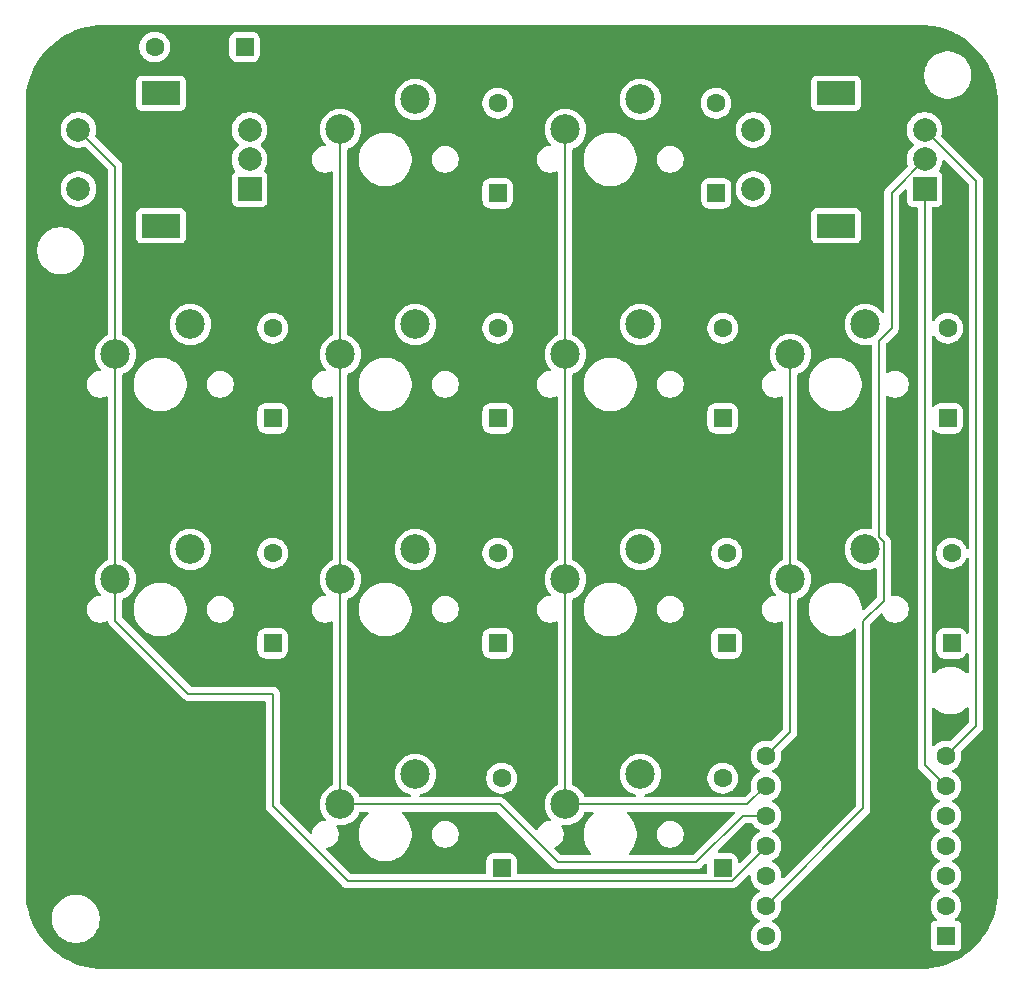
<source format=gbr>
%TF.GenerationSoftware,KiCad,Pcbnew,9.0.6*%
%TF.CreationDate,2025-12-28T20:47:28+01:00*%
%TF.ProjectId,Makropad_v1,4d616b72-6f70-4616-945f-76312e6b6963,rev?*%
%TF.SameCoordinates,Original*%
%TF.FileFunction,Copper,L2,Bot*%
%TF.FilePolarity,Positive*%
%FSLAX46Y46*%
G04 Gerber Fmt 4.6, Leading zero omitted, Abs format (unit mm)*
G04 Created by KiCad (PCBNEW 9.0.6) date 2025-12-28 20:47:28*
%MOMM*%
%LPD*%
G01*
G04 APERTURE LIST*
G04 Aperture macros list*
%AMRoundRect*
0 Rectangle with rounded corners*
0 $1 Rounding radius*
0 $2 $3 $4 $5 $6 $7 $8 $9 X,Y pos of 4 corners*
0 Add a 4 corners polygon primitive as box body*
4,1,4,$2,$3,$4,$5,$6,$7,$8,$9,$2,$3,0*
0 Add four circle primitives for the rounded corners*
1,1,$1+$1,$2,$3*
1,1,$1+$1,$4,$5*
1,1,$1+$1,$6,$7*
1,1,$1+$1,$8,$9*
0 Add four rect primitives between the rounded corners*
20,1,$1+$1,$2,$3,$4,$5,0*
20,1,$1+$1,$4,$5,$6,$7,0*
20,1,$1+$1,$6,$7,$8,$9,0*
20,1,$1+$1,$8,$9,$2,$3,0*%
G04 Aperture macros list end*
%TA.AperFunction,ComponentPad*%
%ADD10R,2.000000X2.000000*%
%TD*%
%TA.AperFunction,ComponentPad*%
%ADD11C,2.000000*%
%TD*%
%TA.AperFunction,ComponentPad*%
%ADD12R,3.200000X2.000000*%
%TD*%
%TA.AperFunction,ComponentPad*%
%ADD13C,2.500000*%
%TD*%
%TA.AperFunction,ComponentPad*%
%ADD14R,1.600000X1.600000*%
%TD*%
%TA.AperFunction,ComponentPad*%
%ADD15C,1.600000*%
%TD*%
%TA.AperFunction,ComponentPad*%
%ADD16RoundRect,0.250000X0.550000X-0.550000X0.550000X0.550000X-0.550000X0.550000X-0.550000X-0.550000X0*%
%TD*%
%TA.AperFunction,ComponentPad*%
%ADD17RoundRect,0.250000X0.550000X0.550000X-0.550000X0.550000X-0.550000X-0.550000X0.550000X-0.550000X0*%
%TD*%
%TA.AperFunction,Conductor*%
%ADD18C,0.200000*%
%TD*%
G04 APERTURE END LIST*
D10*
%TO.P,SW1,A,A*%
%TO.N,ENC2_1a*%
X101865000Y-84740000D03*
D11*
%TO.P,SW1,B,B*%
%TO.N,ENC2_1b*%
X101865000Y-79740000D03*
%TO.P,SW1,C,C*%
%TO.N,ENC2_1c*%
X101865000Y-82240000D03*
D12*
%TO.P,SW1,MP*%
%TO.N,N/C*%
X94365000Y-87840000D03*
X94365000Y-76640000D03*
D11*
%TO.P,SW1,S1,S1*%
%TO.N,unconnected-(SW1-PadS1)*%
X87365000Y-79740000D03*
%TO.P,SW1,S2,S2*%
%TO.N,unconnected-(SW1-PadS2)*%
X87365000Y-84740000D03*
%TD*%
D13*
%TO.P,S2,1,1*%
%TO.N,Column 2*%
X52387500Y-79700000D03*
%TO.P,S2,2,2*%
%TO.N,Net-(D2-A)*%
X58737500Y-77160000D03*
%TD*%
%TO.P,S14,1,1*%
%TO.N,Column 3*%
X71437500Y-136850000D03*
%TO.P,S14,2,2*%
%TO.N,Net-(D14-A)*%
X77787500Y-134310000D03*
%TD*%
%TO.P,S7,1,1*%
%TO.N,Column 3*%
X71437500Y-98750000D03*
%TO.P,S7,2,2*%
%TO.N,Net-(D7-A)*%
X77787500Y-96210000D03*
%TD*%
%TO.P,S8,1,1*%
%TO.N,Column 4*%
X90487500Y-98750000D03*
%TO.P,S8,2,2*%
%TO.N,Net-(D8-A)*%
X96837500Y-96210000D03*
%TD*%
%TO.P,S11,1,1*%
%TO.N,Column 2*%
X52387500Y-117800000D03*
%TO.P,S11,2,2*%
%TO.N,Net-(D11-A)*%
X58737500Y-115260000D03*
%TD*%
%TO.P,S15,1,1*%
%TO.N,Column 4*%
X90487500Y-117800000D03*
%TO.P,S15,2,2*%
%TO.N,Net-(D15-A)*%
X96837500Y-115260000D03*
%TD*%
%TO.P,S3,1,1*%
%TO.N,Column 3*%
X71437500Y-79700000D03*
%TO.P,S3,2,2*%
%TO.N,Net-(D3-A)*%
X77787500Y-77160000D03*
%TD*%
%TO.P,S6,1,1*%
%TO.N,Column 2*%
X52387500Y-98750000D03*
%TO.P,S6,2,2*%
%TO.N,Net-(D6-A)*%
X58737500Y-96210000D03*
%TD*%
%TO.P,S9,1,1*%
%TO.N,Column 1*%
X33337500Y-117800000D03*
%TO.P,S9,2,2*%
%TO.N,Net-(D9-A)*%
X39687500Y-115260000D03*
%TD*%
%TO.P,S5,1,1*%
%TO.N,Column 1*%
X33337500Y-98750000D03*
%TO.P,S5,2,2*%
%TO.N,Net-(D5-A)*%
X39687500Y-96210000D03*
%TD*%
%TO.P,S12,1,1*%
%TO.N,Column 2*%
X52387500Y-136850000D03*
%TO.P,S12,2,2*%
%TO.N,Net-(D12-A)*%
X58737500Y-134310000D03*
%TD*%
D14*
%TO.P,U1,1,PA02_A0_D0*%
%TO.N,unconnected-(U1-PA02_A0_D0-Pad1)*%
X103663750Y-147985000D03*
D15*
%TO.P,U1,2,PA4_A1_D1*%
%TO.N,Row1*%
X103663750Y-145445000D03*
%TO.P,U1,3,PA10_A2_D2*%
%TO.N,Row2*%
X103663750Y-142905000D03*
%TO.P,U1,4,PA11_A3_D3*%
%TO.N,Column 2*%
X103663750Y-140365000D03*
%TO.P,U1,5,PA8_A4_D4_SDA*%
%TO.N,Row4*%
X103663750Y-137825000D03*
%TO.P,U1,6,PA9_A5_D5_SCL*%
%TO.N,ENC2_1a*%
X103663750Y-135285000D03*
%TO.P,U1,7,PB08_A6_D6_TX*%
%TO.N,ENC2_1b*%
X103663750Y-132745000D03*
%TO.P,U1,8,PB09_A7_D7_RX*%
%TO.N,Column 4*%
X88423750Y-132745000D03*
%TO.P,U1,9,PA7_A8_D8_SCK*%
%TO.N,Column 3*%
X88423750Y-135285000D03*
%TO.P,U1,10,PA5_A9_D9_MISO*%
%TO.N,Column 2*%
X88423750Y-137825000D03*
%TO.P,U1,11,PA6_A10_D10_MOSI*%
%TO.N,Column 1*%
X88423750Y-140365000D03*
%TO.P,U1,12,3V3*%
%TO.N,unconnected-(U1-3V3-Pad12)*%
X88423750Y-142905000D03*
%TO.P,U1,13,GND*%
%TO.N,ENC2_1c*%
X88423750Y-145445000D03*
%TO.P,U1,14,5V*%
%TO.N,unconnected-(U1-5V-Pad14)*%
X88423750Y-147985000D03*
%TD*%
D13*
%TO.P,S13,1,1*%
%TO.N,Column 3*%
X71437500Y-117800000D03*
%TO.P,S13,2,2*%
%TO.N,Net-(D13-A)*%
X77787500Y-115260000D03*
%TD*%
D10*
%TO.P,SW3,A,A*%
%TO.N,unconnected-(SW3-PadA)*%
X44715000Y-84740000D03*
D11*
%TO.P,SW3,B,B*%
%TO.N,unconnected-(SW3-PadB)*%
X44715000Y-79740000D03*
%TO.P,SW3,C,C*%
%TO.N,unconnected-(SW3-PadC)*%
X44715000Y-82240000D03*
D12*
%TO.P,SW3,MP*%
%TO.N,N/C*%
X37215000Y-87840000D03*
X37215000Y-76640000D03*
D11*
%TO.P,SW3,S1,S1*%
%TO.N,Column 1*%
X30215000Y-79740000D03*
%TO.P,SW3,S2,S2*%
%TO.N,Net-(D1-A)*%
X30215000Y-84740000D03*
%TD*%
D16*
%TO.P,D13,1,K*%
%TO.N,Column 2*%
X85090000Y-123197500D03*
D15*
%TO.P,D13,2,A*%
%TO.N,Net-(D13-A)*%
X85090000Y-115577500D03*
%TD*%
D16*
%TO.P,D14,1,K*%
%TO.N,Row4*%
X84772500Y-142247500D03*
D15*
%TO.P,D14,2,A*%
%TO.N,Net-(D14-A)*%
X84772500Y-134627500D03*
%TD*%
D16*
%TO.P,D6,1,K*%
%TO.N,Row2*%
X65722500Y-104147500D03*
D15*
%TO.P,D6,2,A*%
%TO.N,Net-(D6-A)*%
X65722500Y-96527500D03*
%TD*%
D16*
%TO.P,D3,1,K*%
%TO.N,Row1*%
X84208750Y-85097500D03*
D15*
%TO.P,D3,2,A*%
%TO.N,Net-(D3-A)*%
X84208750Y-77477500D03*
%TD*%
D16*
%TO.P,D9,1,K*%
%TO.N,Column 2*%
X46672500Y-123197500D03*
D15*
%TO.P,D9,2,A*%
%TO.N,Net-(D9-A)*%
X46672500Y-115577500D03*
%TD*%
D16*
%TO.P,D15,1,K*%
%TO.N,Column 2*%
X104140000Y-123197500D03*
D15*
%TO.P,D15,2,A*%
%TO.N,Net-(D15-A)*%
X104140000Y-115577500D03*
%TD*%
D16*
%TO.P,D2,1,K*%
%TO.N,Row1*%
X65722500Y-85097500D03*
D15*
%TO.P,D2,2,A*%
%TO.N,Net-(D2-A)*%
X65722500Y-77477500D03*
%TD*%
D16*
%TO.P,D7,1,K*%
%TO.N,Row2*%
X84772500Y-104147500D03*
D15*
%TO.P,D7,2,A*%
%TO.N,Net-(D7-A)*%
X84772500Y-96527500D03*
%TD*%
D16*
%TO.P,D8,1,K*%
%TO.N,Row2*%
X103822500Y-104147500D03*
D15*
%TO.P,D8,2,A*%
%TO.N,Net-(D8-A)*%
X103822500Y-96527500D03*
%TD*%
D17*
%TO.P,D1,1,K*%
%TO.N,Row1*%
X44291250Y-72715000D03*
D15*
%TO.P,D1,2,A*%
%TO.N,Net-(D1-A)*%
X36671250Y-72715000D03*
%TD*%
D16*
%TO.P,D5,1,K*%
%TO.N,Row2*%
X46672500Y-104147500D03*
D15*
%TO.P,D5,2,A*%
%TO.N,Net-(D5-A)*%
X46672500Y-96527500D03*
%TD*%
D16*
%TO.P,D11,1,K*%
%TO.N,Column 2*%
X65722500Y-123197500D03*
D15*
%TO.P,D11,2,A*%
%TO.N,Net-(D11-A)*%
X65722500Y-115577500D03*
%TD*%
D16*
%TO.P,D12,1,K*%
%TO.N,Row4*%
X66040000Y-142247500D03*
D15*
%TO.P,D12,2,A*%
%TO.N,Net-(D12-A)*%
X66040000Y-134627500D03*
%TD*%
D18*
%TO.N,Column 2*%
X52387500Y-136850000D02*
X65893674Y-136850000D01*
X70784674Y-141741000D02*
X82534850Y-141741000D01*
X82534850Y-141741000D02*
X86450850Y-137825000D01*
X86450850Y-137825000D02*
X88423750Y-137825000D01*
X65893674Y-136850000D02*
X70784674Y-141741000D01*
X52387500Y-79700000D02*
X52387500Y-136850000D01*
%TO.N,Column 3*%
X86858750Y-136850000D02*
X88423750Y-135285000D01*
X71437500Y-136850000D02*
X86858750Y-136850000D01*
X71437500Y-136850000D02*
X71437500Y-79700000D01*
%TO.N,Column 1*%
X46672500Y-127483750D02*
X46672500Y-137008750D01*
X33337500Y-121292500D02*
X39528750Y-127483750D01*
X88423750Y-140482410D02*
X88423750Y-140365000D01*
X33337500Y-82862500D02*
X33337500Y-98750000D01*
X85557660Y-143348500D02*
X88423750Y-140482410D01*
X46672500Y-137008750D02*
X53012250Y-143348500D01*
X33337500Y-98750000D02*
X33337500Y-117800000D01*
X33337500Y-117800000D02*
X33337500Y-121292500D01*
X53012250Y-143348500D02*
X85557660Y-143348500D01*
X39528750Y-127483750D02*
X46672500Y-127483750D01*
X30215000Y-79740000D02*
X33337500Y-82862500D01*
%TO.N,Column 4*%
X90487500Y-98750000D02*
X90487500Y-117800000D01*
X90487500Y-117800000D02*
X90487500Y-130681250D01*
X90487500Y-130681250D02*
X88423750Y-132745000D01*
%TO.N,ENC2_1a*%
X101865000Y-133486250D02*
X103663750Y-135285000D01*
X101865000Y-84740000D02*
X101865000Y-133486250D01*
%TO.N,ENC2_1c*%
X98013598Y-114242652D02*
X98388500Y-114617554D01*
X101865000Y-82240000D02*
X99060000Y-85045000D01*
X99060000Y-85045000D02*
X99060000Y-96527500D01*
X98388500Y-114617554D02*
X98388500Y-119595174D01*
X96678750Y-137190000D02*
X88423750Y-145445000D01*
X98013598Y-97573902D02*
X98013598Y-114242652D01*
X98388500Y-119595174D02*
X96678750Y-121304924D01*
X99060000Y-96527500D02*
X98013598Y-97573902D01*
X96678750Y-121304924D02*
X96678750Y-137190000D01*
%TO.N,ENC2_1b*%
X101865000Y-79740000D02*
X106203750Y-84078750D01*
X106203750Y-130205000D02*
X103663750Y-132745000D01*
X106203750Y-84078750D02*
X106203750Y-130205000D01*
%TD*%
%TA.AperFunction,NonConductor*%
G36*
X101375356Y-70834249D02*
G01*
X101375358Y-70834250D01*
X101438941Y-70834250D01*
X101443574Y-70834337D01*
X101484324Y-70835861D01*
X101933075Y-70852652D01*
X101942299Y-70853344D01*
X102426776Y-70907931D01*
X102435922Y-70909310D01*
X102808765Y-70979855D01*
X102914945Y-70999946D01*
X102923986Y-71002009D01*
X103131258Y-71057547D01*
X103394903Y-71128190D01*
X103403752Y-71130920D01*
X103863924Y-71291941D01*
X103872556Y-71295329D01*
X104319405Y-71490288D01*
X104327759Y-71494312D01*
X104758765Y-71722105D01*
X104766796Y-71726741D01*
X105179598Y-71986121D01*
X105187260Y-71991345D01*
X105579518Y-72280844D01*
X105586760Y-72286620D01*
X105956300Y-72604635D01*
X105963097Y-72610942D01*
X106307807Y-72955652D01*
X106314114Y-72962449D01*
X106632129Y-73331989D01*
X106637907Y-73339235D01*
X106695889Y-73417797D01*
X106927404Y-73731489D01*
X106932628Y-73739151D01*
X107192008Y-74151953D01*
X107196644Y-74159984D01*
X107424437Y-74590990D01*
X107428461Y-74599344D01*
X107623420Y-75046193D01*
X107626808Y-75054825D01*
X107787827Y-75514991D01*
X107790560Y-75523852D01*
X107916740Y-75994763D01*
X107918803Y-76003804D01*
X108009437Y-76482816D01*
X108010819Y-76491985D01*
X108065404Y-76976438D01*
X108066097Y-76985685D01*
X108084413Y-77475174D01*
X108084500Y-77479811D01*
X108084500Y-144150188D01*
X108084413Y-144154825D01*
X108066097Y-144644314D01*
X108065404Y-144653561D01*
X108010819Y-145138014D01*
X108009437Y-145147183D01*
X107918803Y-145626195D01*
X107916740Y-145635236D01*
X107790560Y-146106147D01*
X107787827Y-146115008D01*
X107626808Y-146575174D01*
X107623420Y-146583806D01*
X107428461Y-147030655D01*
X107424437Y-147039009D01*
X107196644Y-147470015D01*
X107192008Y-147478046D01*
X106932628Y-147890848D01*
X106927404Y-147898510D01*
X106637911Y-148290760D01*
X106632129Y-148298010D01*
X106314114Y-148667550D01*
X106307807Y-148674347D01*
X105963097Y-149019057D01*
X105956300Y-149025364D01*
X105586760Y-149343379D01*
X105579510Y-149349161D01*
X105187260Y-149638654D01*
X105179598Y-149643878D01*
X104766796Y-149903258D01*
X104758765Y-149907894D01*
X104327759Y-150135687D01*
X104319405Y-150139711D01*
X103872556Y-150334670D01*
X103863924Y-150338058D01*
X103403758Y-150499077D01*
X103394897Y-150501810D01*
X102923986Y-150627990D01*
X102914945Y-150630053D01*
X102435933Y-150720687D01*
X102426764Y-150722069D01*
X101942311Y-150776654D01*
X101933064Y-150777347D01*
X101443575Y-150795663D01*
X101438938Y-150795750D01*
X32387312Y-150795750D01*
X32382675Y-150795663D01*
X31893185Y-150777347D01*
X31883938Y-150776654D01*
X31399485Y-150722069D01*
X31390316Y-150720687D01*
X30911304Y-150630053D01*
X30902263Y-150627990D01*
X30431352Y-150501810D01*
X30422491Y-150499077D01*
X29962325Y-150338058D01*
X29953693Y-150334670D01*
X29506844Y-150139711D01*
X29498490Y-150135687D01*
X29067484Y-149907894D01*
X29059453Y-149903258D01*
X28646651Y-149643878D01*
X28638989Y-149638654D01*
X28246739Y-149349161D01*
X28239489Y-149343379D01*
X27869949Y-149025364D01*
X27863152Y-149019057D01*
X27518442Y-148674347D01*
X27512135Y-148667550D01*
X27194120Y-148298010D01*
X27188338Y-148290760D01*
X27187433Y-148289534D01*
X26898845Y-147898510D01*
X26893621Y-147890848D01*
X26634241Y-147478046D01*
X26629605Y-147470015D01*
X26401812Y-147039009D01*
X26397788Y-147030655D01*
X26202829Y-146583806D01*
X26199441Y-146575173D01*
X26151257Y-146437470D01*
X26151256Y-146437467D01*
X26138347Y-146400574D01*
X27971885Y-146400574D01*
X27971885Y-146666925D01*
X28006649Y-146930994D01*
X28075587Y-147188273D01*
X28177510Y-147434340D01*
X28177518Y-147434356D01*
X28310686Y-147665008D01*
X28310697Y-147665024D01*
X28472833Y-147876324D01*
X28472839Y-147876331D01*
X28661168Y-148064660D01*
X28661174Y-148064665D01*
X28872484Y-148226809D01*
X28872491Y-148226813D01*
X29103143Y-148359981D01*
X29103159Y-148359989D01*
X29235913Y-148414976D01*
X29349227Y-148461913D01*
X29606502Y-148530850D01*
X29804556Y-148556923D01*
X29870574Y-148565615D01*
X29870575Y-148565615D01*
X30136926Y-148565615D01*
X30189739Y-148558662D01*
X30400998Y-148530850D01*
X30658273Y-148461913D01*
X30851709Y-148381788D01*
X30904340Y-148359989D01*
X30904343Y-148359987D01*
X30904349Y-148359985D01*
X31135016Y-148226809D01*
X31346326Y-148064665D01*
X31534665Y-147876326D01*
X31696809Y-147665016D01*
X31829985Y-147434349D01*
X31931913Y-147188273D01*
X32000850Y-146930998D01*
X32035615Y-146666925D01*
X32035615Y-146400575D01*
X32000850Y-146136502D01*
X31931913Y-145879227D01*
X31878192Y-145749534D01*
X31829989Y-145633159D01*
X31829981Y-145633143D01*
X31696813Y-145402491D01*
X31696809Y-145402484D01*
X31534665Y-145191174D01*
X31534660Y-145191168D01*
X31346331Y-145002839D01*
X31346324Y-145002833D01*
X31135024Y-144840697D01*
X31135022Y-144840695D01*
X31135016Y-144840691D01*
X31135011Y-144840688D01*
X31135008Y-144840686D01*
X30904356Y-144707518D01*
X30904340Y-144707510D01*
X30658273Y-144605587D01*
X30400994Y-144536649D01*
X30136926Y-144501885D01*
X30136925Y-144501885D01*
X29870575Y-144501885D01*
X29870574Y-144501885D01*
X29606505Y-144536649D01*
X29349226Y-144605587D01*
X29103159Y-144707510D01*
X29103143Y-144707518D01*
X28872491Y-144840686D01*
X28872475Y-144840697D01*
X28661175Y-145002833D01*
X28661168Y-145002839D01*
X28472839Y-145191168D01*
X28472833Y-145191175D01*
X28310697Y-145402475D01*
X28310686Y-145402491D01*
X28177518Y-145633143D01*
X28177510Y-145633159D01*
X28075587Y-145879226D01*
X28006649Y-146136505D01*
X27971885Y-146400574D01*
X26138347Y-146400574D01*
X26038423Y-146115008D01*
X26035689Y-146106147D01*
X25909509Y-145635236D01*
X25907446Y-145626195D01*
X25885054Y-145507849D01*
X25816810Y-145147172D01*
X25815430Y-145138014D01*
X25806224Y-145056312D01*
X25760844Y-144653549D01*
X25760152Y-144644313D01*
X25758411Y-144597786D01*
X25741837Y-144154824D01*
X25741750Y-144150188D01*
X25741750Y-89844542D01*
X26724500Y-89844542D01*
X26724500Y-90105457D01*
X26724501Y-90105474D01*
X26758556Y-90364150D01*
X26758557Y-90364155D01*
X26758558Y-90364161D01*
X26758559Y-90364163D01*
X26826091Y-90616200D01*
X26877327Y-90739894D01*
X26925944Y-90857265D01*
X27056409Y-91083235D01*
X27056414Y-91083241D01*
X27056415Y-91083243D01*
X27215250Y-91290242D01*
X27215256Y-91290249D01*
X27399750Y-91474743D01*
X27399756Y-91474748D01*
X27606765Y-91633591D01*
X27832735Y-91764056D01*
X27953268Y-91813982D01*
X28073799Y-91863908D01*
X28073800Y-91863908D01*
X28073802Y-91863909D01*
X28325839Y-91931442D01*
X28584536Y-91965500D01*
X28584543Y-91965500D01*
X28845457Y-91965500D01*
X28845464Y-91965500D01*
X29104161Y-91931442D01*
X29356198Y-91863909D01*
X29597265Y-91764056D01*
X29823235Y-91633591D01*
X30030244Y-91474748D01*
X30214748Y-91290244D01*
X30373591Y-91083235D01*
X30504056Y-90857265D01*
X30603909Y-90616198D01*
X30671442Y-90364161D01*
X30705500Y-90105464D01*
X30705500Y-89844536D01*
X30671442Y-89585839D01*
X30603909Y-89333802D01*
X30504056Y-89092735D01*
X30373591Y-88866765D01*
X30214748Y-88659756D01*
X30214743Y-88659750D01*
X30030249Y-88475256D01*
X30030242Y-88475250D01*
X29823243Y-88316415D01*
X29823241Y-88316414D01*
X29823235Y-88316409D01*
X29597265Y-88185944D01*
X29597261Y-88185942D01*
X29356200Y-88086091D01*
X29221134Y-88049900D01*
X29104161Y-88018558D01*
X29104155Y-88018557D01*
X29104150Y-88018556D01*
X28845474Y-87984501D01*
X28845469Y-87984500D01*
X28845464Y-87984500D01*
X28584536Y-87984500D01*
X28584530Y-87984500D01*
X28584525Y-87984501D01*
X28325849Y-88018556D01*
X28325842Y-88018557D01*
X28325839Y-88018558D01*
X28276398Y-88031805D01*
X28073799Y-88086091D01*
X27832738Y-88185942D01*
X27832734Y-88185944D01*
X27606765Y-88316409D01*
X27606756Y-88316415D01*
X27399757Y-88475250D01*
X27399750Y-88475256D01*
X27215256Y-88659750D01*
X27215250Y-88659757D01*
X27056415Y-88866756D01*
X27056409Y-88866765D01*
X26925944Y-89092734D01*
X26925942Y-89092738D01*
X26826091Y-89333799D01*
X26758559Y-89585836D01*
X26758556Y-89585849D01*
X26724501Y-89844525D01*
X26724500Y-89844542D01*
X25741750Y-89844542D01*
X25741750Y-84621902D01*
X28714500Y-84621902D01*
X28714500Y-84858097D01*
X28751446Y-85091368D01*
X28824433Y-85315996D01*
X28931657Y-85526433D01*
X29070483Y-85717510D01*
X29237490Y-85884517D01*
X29428567Y-86023343D01*
X29527991Y-86074002D01*
X29639003Y-86130566D01*
X29639005Y-86130566D01*
X29639008Y-86130568D01*
X29759412Y-86169689D01*
X29863631Y-86203553D01*
X30096903Y-86240500D01*
X30096908Y-86240500D01*
X30333097Y-86240500D01*
X30566368Y-86203553D01*
X30790992Y-86130568D01*
X31001433Y-86023343D01*
X31192510Y-85884517D01*
X31359517Y-85717510D01*
X31498343Y-85526433D01*
X31605568Y-85315992D01*
X31678553Y-85091368D01*
X31698418Y-84965945D01*
X31715500Y-84858097D01*
X31715500Y-84621902D01*
X31678553Y-84388631D01*
X31605566Y-84164003D01*
X31521845Y-83999693D01*
X31498343Y-83953567D01*
X31359517Y-83762490D01*
X31192510Y-83595483D01*
X31001433Y-83456657D01*
X30790996Y-83349433D01*
X30566368Y-83276446D01*
X30333097Y-83239500D01*
X30333092Y-83239500D01*
X30096908Y-83239500D01*
X30096903Y-83239500D01*
X29863631Y-83276446D01*
X29639003Y-83349433D01*
X29428566Y-83456657D01*
X29372119Y-83497669D01*
X29237490Y-83595483D01*
X29237488Y-83595485D01*
X29237487Y-83595485D01*
X29070485Y-83762487D01*
X29070485Y-83762488D01*
X29070483Y-83762490D01*
X29010862Y-83844550D01*
X28931657Y-83953566D01*
X28824433Y-84164003D01*
X28751446Y-84388631D01*
X28714500Y-84621902D01*
X25741750Y-84621902D01*
X25741750Y-79621902D01*
X28714500Y-79621902D01*
X28714500Y-79858097D01*
X28751446Y-80091368D01*
X28824433Y-80315996D01*
X28905897Y-80475876D01*
X28931657Y-80526433D01*
X29070483Y-80717510D01*
X29237490Y-80884517D01*
X29428567Y-81023343D01*
X29451422Y-81034988D01*
X29639003Y-81130566D01*
X29639005Y-81130566D01*
X29639008Y-81130568D01*
X29731292Y-81160553D01*
X29863631Y-81203553D01*
X30096903Y-81240500D01*
X30096908Y-81240500D01*
X30333097Y-81240500D01*
X30439126Y-81223705D01*
X30566368Y-81203553D01*
X30692566Y-81162547D01*
X30762404Y-81160553D01*
X30818563Y-81192798D01*
X32700681Y-83074916D01*
X32734166Y-83136239D01*
X32737000Y-83162597D01*
X32737000Y-97021153D01*
X32717315Y-97088192D01*
X32664511Y-97133947D01*
X32660463Y-97135709D01*
X32561612Y-97176656D01*
X32561609Y-97176657D01*
X32561601Y-97176661D01*
X32362882Y-97291392D01*
X32180838Y-97431081D01*
X32018581Y-97593338D01*
X31878892Y-97775382D01*
X31764157Y-97974109D01*
X31764150Y-97974123D01*
X31676342Y-98186112D01*
X31616953Y-98407759D01*
X31616951Y-98407770D01*
X31587000Y-98635258D01*
X31587000Y-98864741D01*
X31610009Y-99039500D01*
X31616952Y-99092238D01*
X31663847Y-99267254D01*
X31676342Y-99313887D01*
X31764150Y-99525876D01*
X31764157Y-99525890D01*
X31878892Y-99724617D01*
X32018581Y-99906661D01*
X32018589Y-99906670D01*
X32064738Y-99952819D01*
X32098223Y-100014142D01*
X32093239Y-100083834D01*
X32051367Y-100139767D01*
X31985903Y-100164184D01*
X31980467Y-100164378D01*
X31978923Y-100164499D01*
X31803943Y-100192214D01*
X31635460Y-100246956D01*
X31635457Y-100246957D01*
X31477609Y-100327386D01*
X31395838Y-100386796D01*
X31334286Y-100431517D01*
X31334284Y-100431519D01*
X31334283Y-100431519D01*
X31209019Y-100556783D01*
X31209019Y-100556784D01*
X31209017Y-100556786D01*
X31164296Y-100618338D01*
X31104886Y-100700109D01*
X31024457Y-100857957D01*
X31024456Y-100857960D01*
X30969714Y-101026443D01*
X30942000Y-101201421D01*
X30942000Y-101378578D01*
X30969714Y-101553556D01*
X31024456Y-101722039D01*
X31024457Y-101722042D01*
X31104886Y-101879890D01*
X31209017Y-102023214D01*
X31334286Y-102148483D01*
X31477610Y-102252614D01*
X31546077Y-102287500D01*
X31635457Y-102333042D01*
X31635460Y-102333043D01*
X31719701Y-102360414D01*
X31803945Y-102387786D01*
X31978921Y-102415500D01*
X31978922Y-102415500D01*
X32156078Y-102415500D01*
X32156079Y-102415500D01*
X32331055Y-102387786D01*
X32499542Y-102333042D01*
X32556705Y-102303915D01*
X32625373Y-102291019D01*
X32690113Y-102317294D01*
X32730371Y-102374400D01*
X32737000Y-102414400D01*
X32737000Y-116071153D01*
X32717315Y-116138192D01*
X32664511Y-116183947D01*
X32660463Y-116185709D01*
X32561612Y-116226656D01*
X32561609Y-116226657D01*
X32561601Y-116226661D01*
X32362882Y-116341392D01*
X32180838Y-116481081D01*
X32018581Y-116643338D01*
X31878892Y-116825382D01*
X31764157Y-117024109D01*
X31764150Y-117024123D01*
X31676342Y-117236112D01*
X31616953Y-117457759D01*
X31616951Y-117457770D01*
X31587000Y-117685258D01*
X31587000Y-117914741D01*
X31610009Y-118089500D01*
X31616952Y-118142238D01*
X31663847Y-118317254D01*
X31676342Y-118363887D01*
X31764150Y-118575876D01*
X31764157Y-118575890D01*
X31878892Y-118774617D01*
X32018581Y-118956661D01*
X32018589Y-118956670D01*
X32064738Y-119002819D01*
X32098223Y-119064142D01*
X32093239Y-119133834D01*
X32051367Y-119189767D01*
X31985903Y-119214184D01*
X31980467Y-119214378D01*
X31978923Y-119214499D01*
X31803943Y-119242214D01*
X31635460Y-119296956D01*
X31635457Y-119296957D01*
X31477609Y-119377386D01*
X31395838Y-119436796D01*
X31334286Y-119481517D01*
X31334284Y-119481519D01*
X31334283Y-119481519D01*
X31209019Y-119606783D01*
X31209019Y-119606784D01*
X31209017Y-119606786D01*
X31164296Y-119668338D01*
X31104886Y-119750109D01*
X31024457Y-119907957D01*
X31024456Y-119907960D01*
X30969714Y-120076443D01*
X30942000Y-120251421D01*
X30942000Y-120428578D01*
X30969714Y-120603556D01*
X31024456Y-120772039D01*
X31024457Y-120772042D01*
X31104886Y-120929890D01*
X31209017Y-121073214D01*
X31334286Y-121198483D01*
X31477610Y-121302614D01*
X31542119Y-121335483D01*
X31635457Y-121383042D01*
X31635460Y-121383043D01*
X31697871Y-121403321D01*
X31803945Y-121437786D01*
X31978921Y-121465500D01*
X31978922Y-121465500D01*
X32156078Y-121465500D01*
X32156079Y-121465500D01*
X32331055Y-121437786D01*
X32499542Y-121383042D01*
X32522083Y-121371557D01*
X32574743Y-121344725D01*
X32590309Y-121341801D01*
X32604182Y-121334152D01*
X32623946Y-121335483D01*
X32643412Y-121331828D01*
X32658089Y-121337784D01*
X32673894Y-121338850D01*
X32689800Y-121350655D01*
X32708153Y-121358104D01*
X32717977Y-121371568D01*
X32729999Y-121380490D01*
X32741148Y-121403321D01*
X32747041Y-121411397D01*
X32749220Y-121417168D01*
X32777923Y-121524285D01*
X32806860Y-121574404D01*
X32811906Y-121583145D01*
X32811907Y-121583146D01*
X32856979Y-121661214D01*
X32856981Y-121661217D01*
X32975849Y-121780085D01*
X32975854Y-121780089D01*
X39160034Y-127964270D01*
X39160036Y-127964271D01*
X39160040Y-127964274D01*
X39296959Y-128043323D01*
X39296966Y-128043327D01*
X39449693Y-128084251D01*
X39449695Y-128084251D01*
X39615404Y-128084251D01*
X39615420Y-128084250D01*
X45948000Y-128084250D01*
X46015039Y-128103935D01*
X46060794Y-128156739D01*
X46072000Y-128208250D01*
X46072000Y-136922080D01*
X46071999Y-136922098D01*
X46071999Y-137087804D01*
X46071998Y-137087804D01*
X46112923Y-137240535D01*
X46141858Y-137290650D01*
X46141859Y-137290654D01*
X46141860Y-137290654D01*
X46191979Y-137377464D01*
X46191981Y-137377467D01*
X46310849Y-137496335D01*
X46310855Y-137496340D01*
X52527389Y-143712874D01*
X52527399Y-143712885D01*
X52531729Y-143717215D01*
X52531730Y-143717216D01*
X52643534Y-143829020D01*
X52643536Y-143829021D01*
X52643540Y-143829024D01*
X52780459Y-143908073D01*
X52780466Y-143908077D01*
X52892269Y-143938034D01*
X52933192Y-143949000D01*
X52933193Y-143949000D01*
X85470991Y-143949000D01*
X85471007Y-143949001D01*
X85478603Y-143949001D01*
X85636714Y-143949001D01*
X85636717Y-143949001D01*
X85789445Y-143908077D01*
X85839564Y-143879139D01*
X85926376Y-143829020D01*
X86038180Y-143717216D01*
X86038180Y-143717214D01*
X86048388Y-143707007D01*
X86048390Y-143707004D01*
X86911569Y-142843825D01*
X86972892Y-142810340D01*
X87042584Y-142815324D01*
X87098517Y-142857196D01*
X87122934Y-142922660D01*
X87123250Y-142931506D01*
X87123250Y-143007351D01*
X87155272Y-143209534D01*
X87218531Y-143404223D01*
X87311465Y-143586613D01*
X87431778Y-143752213D01*
X87576536Y-143896971D01*
X87731499Y-144009556D01*
X87742140Y-144017287D01*
X87833590Y-144063883D01*
X87834830Y-144064515D01*
X87885626Y-144112490D01*
X87902421Y-144180311D01*
X87879884Y-144246446D01*
X87834830Y-144285485D01*
X87742136Y-144332715D01*
X87576536Y-144453028D01*
X87431778Y-144597786D01*
X87311465Y-144763386D01*
X87218531Y-144945776D01*
X87155272Y-145140465D01*
X87123250Y-145342648D01*
X87123250Y-145547351D01*
X87155272Y-145749534D01*
X87218531Y-145944223D01*
X87271309Y-146047804D01*
X87305551Y-146115008D01*
X87311465Y-146126613D01*
X87431778Y-146292213D01*
X87576536Y-146436971D01*
X87731499Y-146549556D01*
X87742140Y-146557287D01*
X87831482Y-146602809D01*
X87834830Y-146604515D01*
X87885626Y-146652490D01*
X87902421Y-146720311D01*
X87879884Y-146786446D01*
X87834830Y-146825485D01*
X87742136Y-146872715D01*
X87576536Y-146993028D01*
X87431778Y-147137786D01*
X87311465Y-147303386D01*
X87218531Y-147485776D01*
X87155272Y-147680465D01*
X87123250Y-147882648D01*
X87123250Y-148087351D01*
X87155272Y-148289534D01*
X87218531Y-148484223D01*
X87311465Y-148666613D01*
X87431778Y-148832213D01*
X87576536Y-148976971D01*
X87731499Y-149089556D01*
X87742140Y-149097287D01*
X87830962Y-149142544D01*
X87924526Y-149190218D01*
X87924528Y-149190218D01*
X87924531Y-149190220D01*
X88028887Y-149224127D01*
X88119215Y-149253477D01*
X88220307Y-149269488D01*
X88321398Y-149285500D01*
X88321399Y-149285500D01*
X88526101Y-149285500D01*
X88526102Y-149285500D01*
X88728284Y-149253477D01*
X88922969Y-149190220D01*
X89105360Y-149097287D01*
X89213035Y-149019057D01*
X89270963Y-148976971D01*
X89270965Y-148976968D01*
X89270969Y-148976966D01*
X89415716Y-148832219D01*
X89415718Y-148832215D01*
X89415721Y-148832213D01*
X89468482Y-148759590D01*
X89536037Y-148666610D01*
X89628970Y-148484219D01*
X89692227Y-148289534D01*
X89724250Y-148087352D01*
X89724250Y-147882648D01*
X89692227Y-147680466D01*
X89687204Y-147665008D01*
X89628968Y-147485776D01*
X89595253Y-147419607D01*
X89536037Y-147303390D01*
X89528306Y-147292749D01*
X89415721Y-147137786D01*
X89270963Y-146993028D01*
X89105364Y-146872715D01*
X89098756Y-146869348D01*
X89012667Y-146825483D01*
X88961873Y-146777511D01*
X88945078Y-146709690D01*
X88967615Y-146643555D01*
X89012667Y-146604516D01*
X89105360Y-146557287D01*
X89126520Y-146541913D01*
X89270963Y-146436971D01*
X89270965Y-146436968D01*
X89270969Y-146436966D01*
X89415716Y-146292219D01*
X89415718Y-146292215D01*
X89415721Y-146292213D01*
X89468482Y-146219590D01*
X89536037Y-146126610D01*
X89628970Y-145944219D01*
X89692227Y-145749534D01*
X89724250Y-145547352D01*
X89724250Y-145342648D01*
X89700259Y-145191175D01*
X89692228Y-145140472D01*
X89692227Y-145140471D01*
X89692227Y-145140466D01*
X89687575Y-145126151D01*
X89685582Y-145056312D01*
X89717825Y-145000158D01*
X97037256Y-137680728D01*
X97037261Y-137680724D01*
X97047464Y-137670520D01*
X97047466Y-137670520D01*
X97159270Y-137558716D01*
X97218409Y-137456284D01*
X97220289Y-137453029D01*
X97238324Y-137421790D01*
X97238325Y-137421789D01*
X97238325Y-137421787D01*
X97238327Y-137421785D01*
X97279251Y-137269057D01*
X97279251Y-137110943D01*
X97279251Y-137103348D01*
X97279250Y-137103330D01*
X97279250Y-121605021D01*
X97298935Y-121537982D01*
X97315569Y-121517340D01*
X97634429Y-121198480D01*
X98124282Y-120708626D01*
X98185603Y-120675143D01*
X98255294Y-120680127D01*
X98311228Y-120721999D01*
X98329892Y-120757990D01*
X98334458Y-120772042D01*
X98334457Y-120772042D01*
X98414886Y-120929890D01*
X98519017Y-121073214D01*
X98644286Y-121198483D01*
X98787610Y-121302614D01*
X98852119Y-121335483D01*
X98945457Y-121383042D01*
X98945460Y-121383043D01*
X99007871Y-121403321D01*
X99113945Y-121437786D01*
X99288921Y-121465500D01*
X99288922Y-121465500D01*
X99466078Y-121465500D01*
X99466079Y-121465500D01*
X99641055Y-121437786D01*
X99809542Y-121383042D01*
X99967390Y-121302614D01*
X100110714Y-121198483D01*
X100235983Y-121073214D01*
X100340114Y-120929890D01*
X100420542Y-120772042D01*
X100475286Y-120603555D01*
X100503000Y-120428579D01*
X100503000Y-120251421D01*
X100475286Y-120076445D01*
X100420542Y-119907958D01*
X100420542Y-119907957D01*
X100340113Y-119750109D01*
X100235983Y-119606786D01*
X100110714Y-119481517D01*
X99967390Y-119377386D01*
X99959453Y-119373342D01*
X99809542Y-119296957D01*
X99809539Y-119296956D01*
X99641056Y-119242214D01*
X99553567Y-119228357D01*
X99466079Y-119214500D01*
X99288921Y-119214500D01*
X99231934Y-119223525D01*
X99132398Y-119239291D01*
X99063104Y-119230336D01*
X99009653Y-119185340D01*
X98989013Y-119118589D01*
X98989000Y-119116818D01*
X98989000Y-114538499D01*
X98989000Y-114538497D01*
X98948077Y-114385770D01*
X98890122Y-114285388D01*
X98869024Y-114248844D01*
X98869021Y-114248840D01*
X98869020Y-114248838D01*
X98757216Y-114137034D01*
X98757215Y-114137033D01*
X98752885Y-114132703D01*
X98752874Y-114132693D01*
X98650417Y-114030236D01*
X98616932Y-113968913D01*
X98614098Y-113942555D01*
X98614098Y-102366555D01*
X98633783Y-102299516D01*
X98686587Y-102253761D01*
X98755745Y-102243817D01*
X98794393Y-102256070D01*
X98945457Y-102333042D01*
X98945460Y-102333043D01*
X99029701Y-102360414D01*
X99113945Y-102387786D01*
X99288921Y-102415500D01*
X99288922Y-102415500D01*
X99466078Y-102415500D01*
X99466079Y-102415500D01*
X99641055Y-102387786D01*
X99809542Y-102333042D01*
X99967390Y-102252614D01*
X100110714Y-102148483D01*
X100235983Y-102023214D01*
X100340114Y-101879890D01*
X100420542Y-101722042D01*
X100475286Y-101553555D01*
X100503000Y-101378579D01*
X100503000Y-101201421D01*
X100475286Y-101026445D01*
X100420542Y-100857958D01*
X100420542Y-100857957D01*
X100340113Y-100700109D01*
X100235983Y-100556786D01*
X100110714Y-100431517D01*
X99967390Y-100327386D01*
X99934344Y-100310548D01*
X99809542Y-100246957D01*
X99809539Y-100246956D01*
X99641056Y-100192214D01*
X99553567Y-100178357D01*
X99466079Y-100164500D01*
X99288921Y-100164500D01*
X99230595Y-100173738D01*
X99113943Y-100192214D01*
X98945460Y-100246956D01*
X98945457Y-100246958D01*
X98794393Y-100323929D01*
X98725723Y-100336825D01*
X98660983Y-100310548D01*
X98620726Y-100253442D01*
X98614098Y-100213444D01*
X98614098Y-97873998D01*
X98633783Y-97806959D01*
X98650413Y-97786321D01*
X99428713Y-97008021D01*
X99428716Y-97008020D01*
X99540520Y-96896216D01*
X99590639Y-96809404D01*
X99619577Y-96759285D01*
X99660501Y-96606557D01*
X99660501Y-96448443D01*
X99660501Y-96440848D01*
X99660500Y-96440830D01*
X99660500Y-85345096D01*
X99680185Y-85278057D01*
X99696815Y-85257419D01*
X100152819Y-84801414D01*
X100214142Y-84767930D01*
X100283834Y-84772914D01*
X100339767Y-84814786D01*
X100364184Y-84880250D01*
X100364500Y-84889096D01*
X100364500Y-85787870D01*
X100364501Y-85787876D01*
X100370908Y-85847483D01*
X100421202Y-85982328D01*
X100421206Y-85982335D01*
X100507452Y-86097544D01*
X100507455Y-86097547D01*
X100622664Y-86183793D01*
X100622671Y-86183797D01*
X100667618Y-86200561D01*
X100757517Y-86234091D01*
X100817127Y-86240500D01*
X101140500Y-86240499D01*
X101207539Y-86260183D01*
X101253294Y-86312987D01*
X101264500Y-86364499D01*
X101264500Y-133399580D01*
X101264499Y-133399598D01*
X101264499Y-133565304D01*
X101264498Y-133565304D01*
X101305423Y-133718037D01*
X101305424Y-133718038D01*
X101310597Y-133726997D01*
X101310599Y-133727000D01*
X101384477Y-133854962D01*
X101384481Y-133854967D01*
X101503349Y-133973835D01*
X101503355Y-133973840D01*
X102369671Y-134840157D01*
X102403156Y-134901480D01*
X102399923Y-134966149D01*
X102395273Y-134980460D01*
X102395273Y-134980462D01*
X102378575Y-135085890D01*
X102363250Y-135182648D01*
X102363250Y-135387352D01*
X102363890Y-135391392D01*
X102395272Y-135589534D01*
X102458531Y-135784223D01*
X102551465Y-135966613D01*
X102671778Y-136132213D01*
X102816536Y-136276971D01*
X102943868Y-136369481D01*
X102982140Y-136397287D01*
X103073590Y-136443883D01*
X103074830Y-136444515D01*
X103125626Y-136492490D01*
X103142421Y-136560311D01*
X103119884Y-136626446D01*
X103074830Y-136665485D01*
X102982136Y-136712715D01*
X102816536Y-136833028D01*
X102671778Y-136977786D01*
X102551465Y-137143386D01*
X102458531Y-137325776D01*
X102395272Y-137520465D01*
X102363250Y-137722648D01*
X102363250Y-137927351D01*
X102395272Y-138129534D01*
X102458531Y-138324223D01*
X102551465Y-138506613D01*
X102671778Y-138672213D01*
X102816536Y-138816971D01*
X102971499Y-138929556D01*
X102982140Y-138937287D01*
X103050292Y-138972012D01*
X103074830Y-138984515D01*
X103125626Y-139032490D01*
X103142421Y-139100311D01*
X103119884Y-139166446D01*
X103074830Y-139205485D01*
X102982136Y-139252715D01*
X102816536Y-139373028D01*
X102671778Y-139517786D01*
X102551465Y-139683386D01*
X102458531Y-139865776D01*
X102395272Y-140060465D01*
X102363250Y-140262648D01*
X102363250Y-140467352D01*
X102367577Y-140494671D01*
X102395272Y-140669534D01*
X102458531Y-140864223D01*
X102522441Y-140989653D01*
X102534178Y-141012687D01*
X102551465Y-141046613D01*
X102671778Y-141212213D01*
X102816536Y-141356971D01*
X102971499Y-141469556D01*
X102982140Y-141477287D01*
X103073590Y-141523883D01*
X103074830Y-141524515D01*
X103125626Y-141572490D01*
X103142421Y-141640311D01*
X103119884Y-141706446D01*
X103074830Y-141745485D01*
X102982136Y-141792715D01*
X102816536Y-141913028D01*
X102671778Y-142057786D01*
X102551465Y-142223386D01*
X102458531Y-142405776D01*
X102395272Y-142600465D01*
X102363250Y-142802648D01*
X102363250Y-143007351D01*
X102395272Y-143209534D01*
X102458531Y-143404223D01*
X102551465Y-143586613D01*
X102671778Y-143752213D01*
X102816536Y-143896971D01*
X102971499Y-144009556D01*
X102982140Y-144017287D01*
X103073590Y-144063883D01*
X103074830Y-144064515D01*
X103125626Y-144112490D01*
X103142421Y-144180311D01*
X103119884Y-144246446D01*
X103074830Y-144285485D01*
X102982136Y-144332715D01*
X102816536Y-144453028D01*
X102671778Y-144597786D01*
X102551465Y-144763386D01*
X102458531Y-144945776D01*
X102395272Y-145140465D01*
X102363250Y-145342648D01*
X102363250Y-145547351D01*
X102395272Y-145749534D01*
X102458531Y-145944223D01*
X102511309Y-146047804D01*
X102545551Y-146115008D01*
X102551465Y-146126613D01*
X102671778Y-146292213D01*
X102816534Y-146436969D01*
X102852818Y-146463330D01*
X102895485Y-146518659D01*
X102901465Y-146588273D01*
X102868859Y-146650068D01*
X102808021Y-146684426D01*
X102793190Y-146686938D01*
X102756269Y-146690907D01*
X102621421Y-146741202D01*
X102621414Y-146741206D01*
X102506205Y-146827452D01*
X102506202Y-146827455D01*
X102419956Y-146942664D01*
X102419952Y-146942671D01*
X102369658Y-147077517D01*
X102363251Y-147137116D01*
X102363251Y-147137123D01*
X102363250Y-147137135D01*
X102363250Y-148832870D01*
X102363251Y-148832876D01*
X102369658Y-148892483D01*
X102419952Y-149027328D01*
X102419956Y-149027335D01*
X102506202Y-149142544D01*
X102506205Y-149142547D01*
X102621414Y-149228793D01*
X102621421Y-149228797D01*
X102756267Y-149279091D01*
X102756266Y-149279091D01*
X102763194Y-149279835D01*
X102815877Y-149285500D01*
X104511622Y-149285499D01*
X104571233Y-149279091D01*
X104706081Y-149228796D01*
X104821296Y-149142546D01*
X104907546Y-149027331D01*
X104957841Y-148892483D01*
X104964250Y-148832873D01*
X104964249Y-147137128D01*
X104957841Y-147077517D01*
X104943478Y-147039009D01*
X104907547Y-146942671D01*
X104907543Y-146942664D01*
X104821297Y-146827455D01*
X104821294Y-146827452D01*
X104706085Y-146741206D01*
X104706078Y-146741202D01*
X104571232Y-146690908D01*
X104571233Y-146690908D01*
X104534310Y-146686939D01*
X104469759Y-146660201D01*
X104429910Y-146602809D01*
X104427417Y-146532984D01*
X104463069Y-146472895D01*
X104474680Y-146463331D01*
X104510969Y-146436966D01*
X104655716Y-146292219D01*
X104655718Y-146292215D01*
X104655721Y-146292213D01*
X104708482Y-146219590D01*
X104776037Y-146126610D01*
X104868970Y-145944219D01*
X104932227Y-145749534D01*
X104964250Y-145547352D01*
X104964250Y-145342648D01*
X104940259Y-145191175D01*
X104932227Y-145140465D01*
X104887507Y-145002833D01*
X104868970Y-144945781D01*
X104868968Y-144945778D01*
X104868968Y-144945776D01*
X104815421Y-144840686D01*
X104776037Y-144763390D01*
X104735442Y-144707515D01*
X104655721Y-144597786D01*
X104510963Y-144453028D01*
X104345364Y-144332715D01*
X104338756Y-144329348D01*
X104252667Y-144285483D01*
X104201873Y-144237511D01*
X104185078Y-144169690D01*
X104207615Y-144103555D01*
X104252667Y-144064516D01*
X104345360Y-144017287D01*
X104366520Y-144001913D01*
X104510963Y-143896971D01*
X104510965Y-143896968D01*
X104510969Y-143896966D01*
X104655716Y-143752219D01*
X104655718Y-143752215D01*
X104655721Y-143752213D01*
X104708482Y-143679590D01*
X104776037Y-143586610D01*
X104868970Y-143404219D01*
X104932227Y-143209534D01*
X104964250Y-143007352D01*
X104964250Y-142802648D01*
X104932227Y-142600465D01*
X104868968Y-142405776D01*
X104835253Y-142339607D01*
X104776037Y-142223390D01*
X104768306Y-142212749D01*
X104655721Y-142057786D01*
X104510963Y-141913028D01*
X104345364Y-141792715D01*
X104278945Y-141758873D01*
X104252667Y-141745483D01*
X104201873Y-141697511D01*
X104185078Y-141629690D01*
X104207615Y-141563555D01*
X104252667Y-141524516D01*
X104345360Y-141477287D01*
X104366520Y-141461913D01*
X104510963Y-141356971D01*
X104510965Y-141356968D01*
X104510969Y-141356966D01*
X104655716Y-141212219D01*
X104655718Y-141212215D01*
X104655721Y-141212213D01*
X104733768Y-141104789D01*
X104776037Y-141046610D01*
X104868970Y-140864219D01*
X104932227Y-140669534D01*
X104964250Y-140467352D01*
X104964250Y-140262648D01*
X104942166Y-140123215D01*
X104932227Y-140060465D01*
X104868968Y-139865776D01*
X104835253Y-139799607D01*
X104776037Y-139683390D01*
X104754361Y-139653555D01*
X104655721Y-139517786D01*
X104510963Y-139373028D01*
X104345364Y-139252715D01*
X104325288Y-139242486D01*
X104252667Y-139205483D01*
X104201873Y-139157511D01*
X104185078Y-139089690D01*
X104207615Y-139023555D01*
X104252667Y-138984516D01*
X104345360Y-138937287D01*
X104366520Y-138921913D01*
X104510963Y-138816971D01*
X104510965Y-138816968D01*
X104510969Y-138816966D01*
X104655716Y-138672219D01*
X104655718Y-138672215D01*
X104655721Y-138672213D01*
X104716608Y-138588407D01*
X104776037Y-138506610D01*
X104868970Y-138324219D01*
X104932227Y-138129534D01*
X104964250Y-137927352D01*
X104964250Y-137722648D01*
X104948925Y-137625890D01*
X104932227Y-137520465D01*
X104868968Y-137325776D01*
X104800926Y-137192238D01*
X104776037Y-137143390D01*
X104735652Y-137087804D01*
X104655721Y-136977786D01*
X104510963Y-136833028D01*
X104345364Y-136712715D01*
X104337392Y-136708653D01*
X104252667Y-136665483D01*
X104201873Y-136617511D01*
X104185078Y-136549690D01*
X104207615Y-136483555D01*
X104252667Y-136444516D01*
X104345360Y-136397287D01*
X104383635Y-136369479D01*
X104510963Y-136276971D01*
X104510965Y-136276968D01*
X104510969Y-136276966D01*
X104655716Y-136132219D01*
X104655718Y-136132215D01*
X104655721Y-136132213D01*
X104708482Y-136059590D01*
X104776037Y-135966610D01*
X104868970Y-135784219D01*
X104932227Y-135589534D01*
X104964250Y-135387352D01*
X104964250Y-135182648D01*
X104948925Y-135085890D01*
X104932227Y-134980465D01*
X104868968Y-134785776D01*
X104800926Y-134652238D01*
X104776037Y-134603390D01*
X104768306Y-134592749D01*
X104655721Y-134437786D01*
X104510963Y-134293028D01*
X104345364Y-134172715D01*
X104258157Y-134128281D01*
X104252667Y-134125483D01*
X104201873Y-134077511D01*
X104185078Y-134009690D01*
X104207615Y-133943555D01*
X104252667Y-133904516D01*
X104345360Y-133857287D01*
X104451351Y-133780281D01*
X104510963Y-133736971D01*
X104510965Y-133736968D01*
X104510969Y-133736966D01*
X104655716Y-133592219D01*
X104655718Y-133592215D01*
X104655721Y-133592213D01*
X104711664Y-133515213D01*
X104776037Y-133426610D01*
X104868970Y-133244219D01*
X104932227Y-133049534D01*
X104964250Y-132847352D01*
X104964250Y-132642648D01*
X104932227Y-132440466D01*
X104927575Y-132426151D01*
X104925582Y-132356312D01*
X104957825Y-132300158D01*
X106562256Y-130695728D01*
X106562261Y-130695724D01*
X106572464Y-130685520D01*
X106572466Y-130685520D01*
X106684270Y-130573716D01*
X106763327Y-130436784D01*
X106804250Y-130284057D01*
X106804250Y-83999693D01*
X106767539Y-83862686D01*
X106763327Y-83846965D01*
X106701859Y-83740500D01*
X106684270Y-83710034D01*
X106572466Y-83598230D01*
X106572465Y-83598229D01*
X106568135Y-83593899D01*
X106568124Y-83593889D01*
X103317798Y-80343563D01*
X103284313Y-80282240D01*
X103287547Y-80217566D01*
X103328553Y-80091368D01*
X103348705Y-79964126D01*
X103365500Y-79858097D01*
X103365500Y-79621902D01*
X103328553Y-79388631D01*
X103255566Y-79164003D01*
X103148342Y-78953566D01*
X103009517Y-78762490D01*
X102842510Y-78595483D01*
X102651433Y-78456657D01*
X102440996Y-78349433D01*
X102216368Y-78276446D01*
X101983097Y-78239500D01*
X101983092Y-78239500D01*
X101746908Y-78239500D01*
X101746903Y-78239500D01*
X101513631Y-78276446D01*
X101289003Y-78349433D01*
X101078566Y-78456657D01*
X100969550Y-78535862D01*
X100887490Y-78595483D01*
X100887488Y-78595485D01*
X100887487Y-78595485D01*
X100720485Y-78762487D01*
X100720485Y-78762488D01*
X100720483Y-78762490D01*
X100677859Y-78821157D01*
X100581657Y-78953566D01*
X100474433Y-79164003D01*
X100401446Y-79388631D01*
X100364500Y-79621902D01*
X100364500Y-79858097D01*
X100401446Y-80091368D01*
X100474433Y-80315996D01*
X100555897Y-80475876D01*
X100581657Y-80526433D01*
X100720483Y-80717510D01*
X100720485Y-80717512D01*
X100887490Y-80884517D01*
X100894603Y-80889685D01*
X100937266Y-80945017D01*
X100943242Y-81014630D01*
X100910634Y-81076424D01*
X100894603Y-81090315D01*
X100887490Y-81095482D01*
X100720485Y-81262487D01*
X100720485Y-81262488D01*
X100720483Y-81262490D01*
X100682852Y-81314285D01*
X100581657Y-81453566D01*
X100474433Y-81664003D01*
X100401446Y-81888631D01*
X100364500Y-82121902D01*
X100364500Y-82358097D01*
X100401447Y-82591369D01*
X100401447Y-82591372D01*
X100442450Y-82717564D01*
X100444445Y-82787405D01*
X100412200Y-82843563D01*
X98691286Y-84564478D01*
X98579481Y-84676282D01*
X98579479Y-84676285D01*
X98529361Y-84763094D01*
X98529359Y-84763096D01*
X98500425Y-84813209D01*
X98500424Y-84813210D01*
X98500423Y-84813215D01*
X98459499Y-84965943D01*
X98459499Y-84965945D01*
X98459499Y-85134046D01*
X98459500Y-85134059D01*
X98459500Y-95083029D01*
X98439815Y-95150068D01*
X98387011Y-95195823D01*
X98317853Y-95205767D01*
X98254297Y-95176742D01*
X98237125Y-95158516D01*
X98156418Y-95053338D01*
X98156411Y-95053330D01*
X97994170Y-94891089D01*
X97994161Y-94891081D01*
X97812117Y-94751392D01*
X97613390Y-94636657D01*
X97613376Y-94636650D01*
X97401387Y-94548842D01*
X97179738Y-94489452D01*
X97141715Y-94484446D01*
X96952241Y-94459500D01*
X96952234Y-94459500D01*
X96722766Y-94459500D01*
X96722758Y-94459500D01*
X96506215Y-94488009D01*
X96495262Y-94489452D01*
X96401576Y-94514554D01*
X96273612Y-94548842D01*
X96061623Y-94636650D01*
X96061609Y-94636657D01*
X95862882Y-94751392D01*
X95680838Y-94891081D01*
X95518581Y-95053338D01*
X95378892Y-95235382D01*
X95264157Y-95434109D01*
X95264150Y-95434123D01*
X95176342Y-95646112D01*
X95116953Y-95867759D01*
X95116951Y-95867770D01*
X95087000Y-96095258D01*
X95087000Y-96324741D01*
X95102287Y-96440848D01*
X95116952Y-96552238D01*
X95172429Y-96759285D01*
X95176342Y-96773887D01*
X95264150Y-96985876D01*
X95264157Y-96985890D01*
X95378892Y-97184617D01*
X95518581Y-97366661D01*
X95518589Y-97366670D01*
X95680830Y-97528911D01*
X95680838Y-97528918D01*
X95862882Y-97668607D01*
X95862885Y-97668608D01*
X95862888Y-97668611D01*
X96061612Y-97783344D01*
X96061617Y-97783346D01*
X96061623Y-97783349D01*
X96118623Y-97806959D01*
X96273613Y-97871158D01*
X96495262Y-97930548D01*
X96722766Y-97960500D01*
X96722773Y-97960500D01*
X96952227Y-97960500D01*
X96952234Y-97960500D01*
X97179738Y-97930548D01*
X97257007Y-97909844D01*
X97326855Y-97911507D01*
X97384717Y-97950670D01*
X97412221Y-98014898D01*
X97413098Y-98029619D01*
X97413098Y-113440380D01*
X97393413Y-113507419D01*
X97340609Y-113553174D01*
X97271451Y-113563118D01*
X97257006Y-113560155D01*
X97179745Y-113539454D01*
X97179746Y-113539454D01*
X97179738Y-113539452D01*
X97141715Y-113534446D01*
X96952241Y-113509500D01*
X96952234Y-113509500D01*
X96722766Y-113509500D01*
X96722758Y-113509500D01*
X96506215Y-113538009D01*
X96495262Y-113539452D01*
X96406938Y-113563118D01*
X96273612Y-113598842D01*
X96061623Y-113686650D01*
X96061609Y-113686657D01*
X95862882Y-113801392D01*
X95680838Y-113941081D01*
X95518581Y-114103338D01*
X95378892Y-114285382D01*
X95264157Y-114484109D01*
X95264150Y-114484123D01*
X95176342Y-114696112D01*
X95116953Y-114917759D01*
X95116951Y-114917770D01*
X95087000Y-115145258D01*
X95087000Y-115374741D01*
X95100220Y-115475148D01*
X95116952Y-115602238D01*
X95176342Y-115823887D01*
X95264150Y-116035876D01*
X95264157Y-116035890D01*
X95378892Y-116234617D01*
X95518581Y-116416661D01*
X95518589Y-116416670D01*
X95680830Y-116578911D01*
X95680838Y-116578918D01*
X95862882Y-116718607D01*
X95862885Y-116718608D01*
X95862888Y-116718611D01*
X96061612Y-116833344D01*
X96061617Y-116833346D01*
X96061623Y-116833349D01*
X96115924Y-116855841D01*
X96273613Y-116921158D01*
X96495262Y-116980548D01*
X96722766Y-117010500D01*
X96722773Y-117010500D01*
X96952227Y-117010500D01*
X96952234Y-117010500D01*
X97179738Y-116980548D01*
X97401387Y-116921158D01*
X97613388Y-116833344D01*
X97613391Y-116833342D01*
X97616547Y-116832035D01*
X97686017Y-116824566D01*
X97748496Y-116855841D01*
X97784148Y-116915930D01*
X97788000Y-116946596D01*
X97788000Y-119295076D01*
X97768315Y-119362115D01*
X97751681Y-119382757D01*
X96759681Y-120374757D01*
X96698358Y-120408242D01*
X96628666Y-120403258D01*
X96572733Y-120361386D01*
X96548316Y-120295922D01*
X96548000Y-120287076D01*
X96548000Y-120192500D01*
X96547999Y-120192486D01*
X96546146Y-120178415D01*
X96509493Y-119900007D01*
X96433139Y-119615048D01*
X96320243Y-119342493D01*
X96293953Y-119296958D01*
X96172738Y-119087006D01*
X95993147Y-118852959D01*
X95993141Y-118852952D01*
X95784547Y-118644358D01*
X95784540Y-118644352D01*
X95550493Y-118464761D01*
X95295010Y-118317258D01*
X95295000Y-118317254D01*
X95022461Y-118204364D01*
X95022454Y-118204362D01*
X95022452Y-118204361D01*
X94737493Y-118128007D01*
X94688613Y-118121571D01*
X94445013Y-118089500D01*
X94445006Y-118089500D01*
X94149994Y-118089500D01*
X94149986Y-118089500D01*
X93871585Y-118126153D01*
X93857507Y-118128007D01*
X93572548Y-118204361D01*
X93572538Y-118204364D01*
X93299999Y-118317254D01*
X93299989Y-118317258D01*
X93044506Y-118464761D01*
X92810459Y-118644352D01*
X92810452Y-118644358D01*
X92601858Y-118852952D01*
X92601852Y-118852959D01*
X92422261Y-119087006D01*
X92274758Y-119342489D01*
X92274754Y-119342499D01*
X92161864Y-119615038D01*
X92161861Y-119615048D01*
X92125672Y-119750110D01*
X92085508Y-119900004D01*
X92085506Y-119900015D01*
X92047000Y-120192486D01*
X92047000Y-120487513D01*
X92077872Y-120721999D01*
X92085507Y-120779993D01*
X92149484Y-121018760D01*
X92161861Y-121064951D01*
X92161864Y-121064961D01*
X92274754Y-121337500D01*
X92274758Y-121337510D01*
X92422261Y-121592993D01*
X92601852Y-121827040D01*
X92601858Y-121827047D01*
X92810452Y-122035641D01*
X92810459Y-122035647D01*
X93044506Y-122215238D01*
X93299989Y-122362741D01*
X93299990Y-122362741D01*
X93299993Y-122362743D01*
X93572548Y-122475639D01*
X93857507Y-122551993D01*
X94149994Y-122590500D01*
X94150001Y-122590500D01*
X94444999Y-122590500D01*
X94445006Y-122590500D01*
X94737493Y-122551993D01*
X95022452Y-122475639D01*
X95295007Y-122362743D01*
X95550494Y-122215238D01*
X95784542Y-122035646D01*
X95787733Y-122032455D01*
X95866569Y-121953620D01*
X95927892Y-121920135D01*
X95997584Y-121925119D01*
X96053517Y-121966991D01*
X96077934Y-122032455D01*
X96078250Y-122041301D01*
X96078250Y-136889902D01*
X96058565Y-136956941D01*
X96041931Y-136977583D01*
X89935931Y-143083583D01*
X89874608Y-143117068D01*
X89804916Y-143112084D01*
X89748983Y-143070212D01*
X89724566Y-143004748D01*
X89724250Y-142995902D01*
X89724250Y-142802648D01*
X89692227Y-142600465D01*
X89628968Y-142405776D01*
X89595253Y-142339607D01*
X89536037Y-142223390D01*
X89528306Y-142212749D01*
X89415721Y-142057786D01*
X89270963Y-141913028D01*
X89105364Y-141792715D01*
X89038945Y-141758873D01*
X89012667Y-141745483D01*
X88961873Y-141697511D01*
X88945078Y-141629690D01*
X88967615Y-141563555D01*
X89012667Y-141524516D01*
X89105360Y-141477287D01*
X89126520Y-141461913D01*
X89270963Y-141356971D01*
X89270965Y-141356968D01*
X89270969Y-141356966D01*
X89415716Y-141212219D01*
X89415718Y-141212215D01*
X89415721Y-141212213D01*
X89493768Y-141104789D01*
X89536037Y-141046610D01*
X89628970Y-140864219D01*
X89692227Y-140669534D01*
X89724250Y-140467352D01*
X89724250Y-140262648D01*
X89702166Y-140123215D01*
X89692227Y-140060465D01*
X89628968Y-139865776D01*
X89595253Y-139799607D01*
X89536037Y-139683390D01*
X89514361Y-139653555D01*
X89415721Y-139517786D01*
X89270963Y-139373028D01*
X89105364Y-139252715D01*
X89085288Y-139242486D01*
X89012667Y-139205483D01*
X88961873Y-139157511D01*
X88945078Y-139089690D01*
X88967615Y-139023555D01*
X89012667Y-138984516D01*
X89105360Y-138937287D01*
X89126520Y-138921913D01*
X89270963Y-138816971D01*
X89270965Y-138816968D01*
X89270969Y-138816966D01*
X89415716Y-138672219D01*
X89415718Y-138672215D01*
X89415721Y-138672213D01*
X89476608Y-138588407D01*
X89536037Y-138506610D01*
X89628970Y-138324219D01*
X89692227Y-138129534D01*
X89724250Y-137927352D01*
X89724250Y-137722648D01*
X89708925Y-137625890D01*
X89692227Y-137520465D01*
X89628968Y-137325776D01*
X89560926Y-137192238D01*
X89536037Y-137143390D01*
X89495652Y-137087804D01*
X89415721Y-136977786D01*
X89270963Y-136833028D01*
X89105364Y-136712715D01*
X89097392Y-136708653D01*
X89012667Y-136665483D01*
X88961873Y-136617511D01*
X88945078Y-136549690D01*
X88967615Y-136483555D01*
X89012667Y-136444516D01*
X89105360Y-136397287D01*
X89143635Y-136369479D01*
X89270963Y-136276971D01*
X89270965Y-136276968D01*
X89270969Y-136276966D01*
X89415716Y-136132219D01*
X89415718Y-136132215D01*
X89415721Y-136132213D01*
X89468482Y-136059590D01*
X89536037Y-135966610D01*
X89628970Y-135784219D01*
X89692227Y-135589534D01*
X89724250Y-135387352D01*
X89724250Y-135182648D01*
X89708925Y-135085890D01*
X89692227Y-134980465D01*
X89628968Y-134785776D01*
X89560926Y-134652238D01*
X89536037Y-134603390D01*
X89528306Y-134592749D01*
X89415721Y-134437786D01*
X89270963Y-134293028D01*
X89105364Y-134172715D01*
X89018157Y-134128281D01*
X89012667Y-134125483D01*
X88961873Y-134077511D01*
X88945078Y-134009690D01*
X88967615Y-133943555D01*
X89012667Y-133904516D01*
X89105360Y-133857287D01*
X89211351Y-133780281D01*
X89270963Y-133736971D01*
X89270965Y-133736968D01*
X89270969Y-133736966D01*
X89415716Y-133592219D01*
X89415718Y-133592215D01*
X89415721Y-133592213D01*
X89471664Y-133515213D01*
X89536037Y-133426610D01*
X89628970Y-133244219D01*
X89692227Y-133049534D01*
X89724250Y-132847352D01*
X89724250Y-132642648D01*
X89692227Y-132440466D01*
X89687575Y-132426151D01*
X89685582Y-132356312D01*
X89717825Y-132300158D01*
X90856213Y-131161771D01*
X90856216Y-131161770D01*
X90968020Y-131049966D01*
X91018139Y-130963154D01*
X91047077Y-130913035D01*
X91088000Y-130760308D01*
X91088000Y-130602193D01*
X91088000Y-119528846D01*
X91107685Y-119461807D01*
X91160489Y-119416052D01*
X91164548Y-119414285D01*
X91263376Y-119373349D01*
X91263376Y-119373348D01*
X91263388Y-119373344D01*
X91462112Y-119258611D01*
X91644161Y-119118919D01*
X91644165Y-119118914D01*
X91644170Y-119118911D01*
X91806411Y-118956670D01*
X91806414Y-118956665D01*
X91806419Y-118956661D01*
X91946111Y-118774612D01*
X92060844Y-118575888D01*
X92148658Y-118363887D01*
X92208048Y-118142238D01*
X92238000Y-117914734D01*
X92238000Y-117685266D01*
X92208048Y-117457762D01*
X92148658Y-117236113D01*
X92060844Y-117024112D01*
X91946111Y-116825388D01*
X91946108Y-116825385D01*
X91946107Y-116825382D01*
X91806418Y-116643338D01*
X91806411Y-116643330D01*
X91644170Y-116481089D01*
X91644161Y-116481081D01*
X91462117Y-116341392D01*
X91263398Y-116226661D01*
X91263393Y-116226659D01*
X91263388Y-116226656D01*
X91164545Y-116185713D01*
X91110143Y-116141872D01*
X91088079Y-116075577D01*
X91088000Y-116071153D01*
X91088000Y-101142486D01*
X92047000Y-101142486D01*
X92047000Y-101437513D01*
X92062278Y-101553555D01*
X92085507Y-101729993D01*
X92161861Y-102014951D01*
X92161864Y-102014961D01*
X92274754Y-102287500D01*
X92274758Y-102287510D01*
X92422261Y-102542993D01*
X92601852Y-102777040D01*
X92601858Y-102777047D01*
X92810452Y-102985641D01*
X92810459Y-102985647D01*
X93044506Y-103165238D01*
X93299989Y-103312741D01*
X93299990Y-103312741D01*
X93299993Y-103312743D01*
X93572548Y-103425639D01*
X93857507Y-103501993D01*
X94149994Y-103540500D01*
X94150001Y-103540500D01*
X94444999Y-103540500D01*
X94445006Y-103540500D01*
X94737493Y-103501993D01*
X95022452Y-103425639D01*
X95295007Y-103312743D01*
X95550494Y-103165238D01*
X95784542Y-102985646D01*
X95993146Y-102777042D01*
X96172738Y-102542994D01*
X96320243Y-102287507D01*
X96433139Y-102014952D01*
X96509493Y-101729993D01*
X96548000Y-101437506D01*
X96548000Y-101142494D01*
X96509493Y-100850007D01*
X96433139Y-100565048D01*
X96320243Y-100292493D01*
X96293953Y-100246958D01*
X96172738Y-100037006D01*
X95993147Y-99802959D01*
X95993141Y-99802952D01*
X95784547Y-99594358D01*
X95784540Y-99594352D01*
X95550493Y-99414761D01*
X95295010Y-99267258D01*
X95295000Y-99267254D01*
X95022461Y-99154364D01*
X95022454Y-99154362D01*
X95022452Y-99154361D01*
X94737493Y-99078007D01*
X94688613Y-99071571D01*
X94445013Y-99039500D01*
X94445006Y-99039500D01*
X94149994Y-99039500D01*
X94149986Y-99039500D01*
X93871585Y-99076153D01*
X93857507Y-99078007D01*
X93572548Y-99154361D01*
X93572538Y-99154364D01*
X93299999Y-99267254D01*
X93299989Y-99267258D01*
X93044506Y-99414761D01*
X92810459Y-99594352D01*
X92810452Y-99594358D01*
X92601858Y-99802952D01*
X92601852Y-99802959D01*
X92422261Y-100037006D01*
X92274758Y-100292489D01*
X92274754Y-100292499D01*
X92161864Y-100565038D01*
X92161861Y-100565048D01*
X92125672Y-100700110D01*
X92085508Y-100850004D01*
X92085506Y-100850015D01*
X92047000Y-101142486D01*
X91088000Y-101142486D01*
X91088000Y-100478846D01*
X91107685Y-100411807D01*
X91160489Y-100366052D01*
X91164548Y-100364285D01*
X91263376Y-100323349D01*
X91263376Y-100323348D01*
X91263388Y-100323344D01*
X91462112Y-100208611D01*
X91644161Y-100068919D01*
X91644165Y-100068914D01*
X91644170Y-100068911D01*
X91806411Y-99906670D01*
X91806414Y-99906665D01*
X91806419Y-99906661D01*
X91946111Y-99724612D01*
X92060844Y-99525888D01*
X92148658Y-99313887D01*
X92208048Y-99092238D01*
X92238000Y-98864734D01*
X92238000Y-98635266D01*
X92208048Y-98407762D01*
X92148658Y-98186113D01*
X92060844Y-97974112D01*
X91946111Y-97775388D01*
X91946108Y-97775385D01*
X91946107Y-97775382D01*
X91806418Y-97593338D01*
X91806411Y-97593330D01*
X91644170Y-97431089D01*
X91644161Y-97431081D01*
X91462117Y-97291392D01*
X91263390Y-97176657D01*
X91263376Y-97176650D01*
X91051387Y-97088842D01*
X91048961Y-97088192D01*
X90829738Y-97029452D01*
X90791715Y-97024446D01*
X90602241Y-96999500D01*
X90602234Y-96999500D01*
X90372766Y-96999500D01*
X90372758Y-96999500D01*
X90165990Y-97026723D01*
X90145262Y-97029452D01*
X90051576Y-97054554D01*
X89923612Y-97088842D01*
X89711623Y-97176650D01*
X89711609Y-97176657D01*
X89512882Y-97291392D01*
X89330838Y-97431081D01*
X89168581Y-97593338D01*
X89028892Y-97775382D01*
X88914157Y-97974109D01*
X88914150Y-97974123D01*
X88826342Y-98186112D01*
X88766953Y-98407759D01*
X88766951Y-98407770D01*
X88737000Y-98635258D01*
X88737000Y-98864741D01*
X88760009Y-99039500D01*
X88766952Y-99092238D01*
X88813847Y-99267254D01*
X88826342Y-99313887D01*
X88914150Y-99525876D01*
X88914157Y-99525890D01*
X89028892Y-99724617D01*
X89168581Y-99906661D01*
X89168589Y-99906670D01*
X89214738Y-99952819D01*
X89248223Y-100014142D01*
X89243239Y-100083834D01*
X89201367Y-100139767D01*
X89135903Y-100164184D01*
X89130467Y-100164378D01*
X89128923Y-100164499D01*
X88953943Y-100192214D01*
X88785460Y-100246956D01*
X88785457Y-100246957D01*
X88627609Y-100327386D01*
X88545838Y-100386796D01*
X88484286Y-100431517D01*
X88484284Y-100431519D01*
X88484283Y-100431519D01*
X88359019Y-100556783D01*
X88359019Y-100556784D01*
X88359017Y-100556786D01*
X88314296Y-100618338D01*
X88254886Y-100700109D01*
X88174457Y-100857957D01*
X88174456Y-100857960D01*
X88119714Y-101026443D01*
X88092000Y-101201421D01*
X88092000Y-101378578D01*
X88119714Y-101553556D01*
X88174456Y-101722039D01*
X88174457Y-101722042D01*
X88254886Y-101879890D01*
X88359017Y-102023214D01*
X88484286Y-102148483D01*
X88627610Y-102252614D01*
X88696077Y-102287500D01*
X88785457Y-102333042D01*
X88785460Y-102333043D01*
X88869701Y-102360414D01*
X88953945Y-102387786D01*
X89128921Y-102415500D01*
X89128922Y-102415500D01*
X89306078Y-102415500D01*
X89306079Y-102415500D01*
X89481055Y-102387786D01*
X89649542Y-102333042D01*
X89706705Y-102303915D01*
X89775373Y-102291019D01*
X89840113Y-102317294D01*
X89880371Y-102374400D01*
X89887000Y-102414400D01*
X89887000Y-116071153D01*
X89867315Y-116138192D01*
X89814511Y-116183947D01*
X89810463Y-116185709D01*
X89711612Y-116226656D01*
X89711609Y-116226657D01*
X89711601Y-116226661D01*
X89512882Y-116341392D01*
X89330838Y-116481081D01*
X89168581Y-116643338D01*
X89028892Y-116825382D01*
X88914157Y-117024109D01*
X88914150Y-117024123D01*
X88826342Y-117236112D01*
X88766953Y-117457759D01*
X88766951Y-117457770D01*
X88737000Y-117685258D01*
X88737000Y-117914741D01*
X88760009Y-118089500D01*
X88766952Y-118142238D01*
X88813847Y-118317254D01*
X88826342Y-118363887D01*
X88914150Y-118575876D01*
X88914157Y-118575890D01*
X89028892Y-118774617D01*
X89168581Y-118956661D01*
X89168589Y-118956670D01*
X89214738Y-119002819D01*
X89248223Y-119064142D01*
X89243239Y-119133834D01*
X89201367Y-119189767D01*
X89135903Y-119214184D01*
X89130467Y-119214378D01*
X89128923Y-119214499D01*
X88953943Y-119242214D01*
X88785460Y-119296956D01*
X88785457Y-119296957D01*
X88627609Y-119377386D01*
X88545838Y-119436796D01*
X88484286Y-119481517D01*
X88484284Y-119481519D01*
X88484283Y-119481519D01*
X88359019Y-119606783D01*
X88359019Y-119606784D01*
X88359017Y-119606786D01*
X88314296Y-119668338D01*
X88254886Y-119750109D01*
X88174457Y-119907957D01*
X88174456Y-119907960D01*
X88119714Y-120076443D01*
X88092000Y-120251421D01*
X88092000Y-120428578D01*
X88119714Y-120603556D01*
X88174456Y-120772039D01*
X88174457Y-120772042D01*
X88254886Y-120929890D01*
X88359017Y-121073214D01*
X88484286Y-121198483D01*
X88627610Y-121302614D01*
X88692119Y-121335483D01*
X88785457Y-121383042D01*
X88785460Y-121383043D01*
X88847871Y-121403321D01*
X88953945Y-121437786D01*
X89128921Y-121465500D01*
X89128922Y-121465500D01*
X89306078Y-121465500D01*
X89306079Y-121465500D01*
X89481055Y-121437786D01*
X89649542Y-121383042D01*
X89706705Y-121353915D01*
X89775373Y-121341019D01*
X89840113Y-121367294D01*
X89880371Y-121424400D01*
X89887000Y-121464400D01*
X89887000Y-130381152D01*
X89867315Y-130448191D01*
X89850681Y-130468833D01*
X88868592Y-131450921D01*
X88807269Y-131484406D01*
X88742598Y-131481173D01*
X88728284Y-131476522D01*
X88553745Y-131448878D01*
X88526102Y-131444500D01*
X88321398Y-131444500D01*
X88297079Y-131448351D01*
X88119215Y-131476522D01*
X87924526Y-131539781D01*
X87742136Y-131632715D01*
X87576536Y-131753028D01*
X87431778Y-131897786D01*
X87311465Y-132063386D01*
X87218531Y-132245776D01*
X87155272Y-132440465D01*
X87131675Y-132589453D01*
X87123250Y-132642648D01*
X87123250Y-132847352D01*
X87123890Y-132851392D01*
X87155272Y-133049534D01*
X87218531Y-133244223D01*
X87260709Y-133327000D01*
X87309257Y-133422281D01*
X87311465Y-133426613D01*
X87431778Y-133592213D01*
X87576536Y-133736971D01*
X87731499Y-133849556D01*
X87742140Y-133857287D01*
X87833590Y-133903883D01*
X87834830Y-133904515D01*
X87885626Y-133952490D01*
X87902421Y-134020311D01*
X87879884Y-134086446D01*
X87834830Y-134125485D01*
X87742136Y-134172715D01*
X87576536Y-134293028D01*
X87431778Y-134437786D01*
X87311465Y-134603386D01*
X87218531Y-134785776D01*
X87155272Y-134980465D01*
X87123250Y-135182648D01*
X87123250Y-135387352D01*
X87123890Y-135391392D01*
X87155272Y-135589534D01*
X87159923Y-135603848D01*
X87161915Y-135673690D01*
X87129671Y-135729842D01*
X86646334Y-136213181D01*
X86585011Y-136246666D01*
X86558653Y-136249500D01*
X78254471Y-136249500D01*
X78187432Y-136229815D01*
X78141677Y-136177011D01*
X78131733Y-136107853D01*
X78160758Y-136044297D01*
X78219536Y-136006523D01*
X78222341Y-136005735D01*
X78351387Y-135971158D01*
X78563388Y-135883344D01*
X78762112Y-135768611D01*
X78944161Y-135628919D01*
X78944165Y-135628914D01*
X78944170Y-135628911D01*
X79106411Y-135466670D01*
X79106414Y-135466665D01*
X79106419Y-135466661D01*
X79246111Y-135284612D01*
X79360844Y-135085888D01*
X79448658Y-134873887D01*
X79508048Y-134652238D01*
X79524780Y-134525148D01*
X83472000Y-134525148D01*
X83472000Y-134729851D01*
X83504022Y-134932034D01*
X83567281Y-135126723D01*
X83595777Y-135182648D01*
X83643679Y-135276661D01*
X83660215Y-135309113D01*
X83780528Y-135474713D01*
X83925286Y-135619471D01*
X84026959Y-135693339D01*
X84090890Y-135739787D01*
X84207107Y-135799003D01*
X84273276Y-135832718D01*
X84273278Y-135832718D01*
X84273281Y-135832720D01*
X84377637Y-135866627D01*
X84467965Y-135895977D01*
X84569057Y-135911988D01*
X84670148Y-135928000D01*
X84670149Y-135928000D01*
X84874851Y-135928000D01*
X84874852Y-135928000D01*
X85077034Y-135895977D01*
X85271719Y-135832720D01*
X85454110Y-135739787D01*
X85547090Y-135672232D01*
X85619713Y-135619471D01*
X85619715Y-135619468D01*
X85619719Y-135619466D01*
X85764466Y-135474719D01*
X85764468Y-135474715D01*
X85764471Y-135474713D01*
X85827942Y-135387351D01*
X85884787Y-135309110D01*
X85977720Y-135126719D01*
X86040977Y-134932034D01*
X86073000Y-134729852D01*
X86073000Y-134525148D01*
X86040977Y-134322966D01*
X85977720Y-134128281D01*
X85977718Y-134128278D01*
X85977718Y-134128276D01*
X85919224Y-134013477D01*
X85884787Y-133945890D01*
X85820414Y-133857287D01*
X85764471Y-133780286D01*
X85619713Y-133635528D01*
X85454113Y-133515215D01*
X85454112Y-133515214D01*
X85454110Y-133515213D01*
X85397153Y-133486191D01*
X85271723Y-133422281D01*
X85077034Y-133359022D01*
X84902495Y-133331378D01*
X84874852Y-133327000D01*
X84670148Y-133327000D01*
X84645829Y-133330851D01*
X84467965Y-133359022D01*
X84273276Y-133422281D01*
X84090886Y-133515215D01*
X83925286Y-133635528D01*
X83780528Y-133780286D01*
X83660215Y-133945886D01*
X83567281Y-134128276D01*
X83504022Y-134322965D01*
X83472000Y-134525148D01*
X79524780Y-134525148D01*
X79538000Y-134424734D01*
X79538000Y-134195266D01*
X79508048Y-133967762D01*
X79448658Y-133746113D01*
X79384910Y-133592213D01*
X79360849Y-133534123D01*
X79360846Y-133534117D01*
X79360844Y-133534112D01*
X79246111Y-133335388D01*
X79246108Y-133335385D01*
X79246107Y-133335382D01*
X79106418Y-133153338D01*
X79106411Y-133153330D01*
X78944170Y-132991089D01*
X78944161Y-132991081D01*
X78762117Y-132851392D01*
X78563390Y-132736657D01*
X78563376Y-132736650D01*
X78351387Y-132648842D01*
X78328270Y-132642648D01*
X78129738Y-132589452D01*
X78091715Y-132584446D01*
X77902241Y-132559500D01*
X77902234Y-132559500D01*
X77672766Y-132559500D01*
X77672758Y-132559500D01*
X77456215Y-132588009D01*
X77445262Y-132589452D01*
X77351576Y-132614554D01*
X77223612Y-132648842D01*
X77011623Y-132736650D01*
X77011609Y-132736657D01*
X76812882Y-132851392D01*
X76630838Y-132991081D01*
X76468581Y-133153338D01*
X76328892Y-133335382D01*
X76214157Y-133534109D01*
X76214150Y-133534123D01*
X76126342Y-133746112D01*
X76066953Y-133967759D01*
X76066951Y-133967770D01*
X76037000Y-134195258D01*
X76037000Y-134424741D01*
X76050220Y-134525148D01*
X76066952Y-134652238D01*
X76117304Y-134840157D01*
X76126342Y-134873887D01*
X76214150Y-135085876D01*
X76214157Y-135085890D01*
X76328892Y-135284617D01*
X76468581Y-135466661D01*
X76468589Y-135466670D01*
X76630830Y-135628911D01*
X76630838Y-135628918D01*
X76812882Y-135768607D01*
X76812885Y-135768608D01*
X76812888Y-135768611D01*
X77011612Y-135883344D01*
X77011617Y-135883346D01*
X77011623Y-135883349D01*
X77102980Y-135921190D01*
X77223613Y-135971158D01*
X77352623Y-136005725D01*
X77412283Y-136042090D01*
X77442812Y-136104937D01*
X77434517Y-136174312D01*
X77390032Y-136228190D01*
X77323480Y-136249465D01*
X77320529Y-136249500D01*
X73166346Y-136249500D01*
X73099307Y-136229815D01*
X73053552Y-136177011D01*
X73051785Y-136172952D01*
X73010849Y-136074123D01*
X73010846Y-136074117D01*
X73010844Y-136074112D01*
X72896111Y-135875388D01*
X72896108Y-135875385D01*
X72896107Y-135875382D01*
X72756418Y-135693338D01*
X72756411Y-135693330D01*
X72594170Y-135531089D01*
X72594161Y-135531081D01*
X72412117Y-135391392D01*
X72213398Y-135276661D01*
X72213393Y-135276659D01*
X72213388Y-135276656D01*
X72114545Y-135235713D01*
X72060143Y-135191872D01*
X72038079Y-135125577D01*
X72038000Y-135121153D01*
X72038000Y-122597483D01*
X83789500Y-122597483D01*
X83789500Y-123797501D01*
X83789501Y-123797518D01*
X83800000Y-123900296D01*
X83800001Y-123900299D01*
X83836576Y-124010674D01*
X83855186Y-124066834D01*
X83947288Y-124216156D01*
X84071344Y-124340212D01*
X84220666Y-124432314D01*
X84387203Y-124487499D01*
X84489991Y-124498000D01*
X85690008Y-124497999D01*
X85792797Y-124487499D01*
X85959334Y-124432314D01*
X86108656Y-124340212D01*
X86232712Y-124216156D01*
X86324814Y-124066834D01*
X86379999Y-123900297D01*
X86390500Y-123797509D01*
X86390499Y-122597492D01*
X86379999Y-122494703D01*
X86324814Y-122328166D01*
X86232712Y-122178844D01*
X86108656Y-122054788D01*
X85959334Y-121962686D01*
X85792797Y-121907501D01*
X85792795Y-121907500D01*
X85690010Y-121897000D01*
X84489998Y-121897000D01*
X84489981Y-121897001D01*
X84387203Y-121907500D01*
X84387200Y-121907501D01*
X84220668Y-121962685D01*
X84220663Y-121962687D01*
X84071342Y-122054789D01*
X83947289Y-122178842D01*
X83855187Y-122328163D01*
X83855185Y-122328168D01*
X83839973Y-122374075D01*
X83800001Y-122494703D01*
X83800001Y-122494704D01*
X83800000Y-122494704D01*
X83789500Y-122597483D01*
X72038000Y-122597483D01*
X72038000Y-120192486D01*
X72997000Y-120192486D01*
X72997000Y-120487513D01*
X73027872Y-120721999D01*
X73035507Y-120779993D01*
X73099484Y-121018760D01*
X73111861Y-121064951D01*
X73111864Y-121064961D01*
X73224754Y-121337500D01*
X73224758Y-121337510D01*
X73372261Y-121592993D01*
X73551852Y-121827040D01*
X73551858Y-121827047D01*
X73760452Y-122035641D01*
X73760459Y-122035647D01*
X73994506Y-122215238D01*
X74249989Y-122362741D01*
X74249990Y-122362741D01*
X74249993Y-122362743D01*
X74522548Y-122475639D01*
X74807507Y-122551993D01*
X75099994Y-122590500D01*
X75100001Y-122590500D01*
X75394999Y-122590500D01*
X75395006Y-122590500D01*
X75687493Y-122551993D01*
X75972452Y-122475639D01*
X76245007Y-122362743D01*
X76500494Y-122215238D01*
X76734542Y-122035646D01*
X76943146Y-121827042D01*
X77122738Y-121592994D01*
X77270243Y-121337507D01*
X77383139Y-121064952D01*
X77459493Y-120779993D01*
X77498000Y-120487506D01*
X77498000Y-120251421D01*
X79202000Y-120251421D01*
X79202000Y-120428578D01*
X79229714Y-120603556D01*
X79284456Y-120772039D01*
X79284457Y-120772042D01*
X79364886Y-120929890D01*
X79469017Y-121073214D01*
X79594286Y-121198483D01*
X79737610Y-121302614D01*
X79802119Y-121335483D01*
X79895457Y-121383042D01*
X79895460Y-121383043D01*
X79957871Y-121403321D01*
X80063945Y-121437786D01*
X80238921Y-121465500D01*
X80238922Y-121465500D01*
X80416078Y-121465500D01*
X80416079Y-121465500D01*
X80591055Y-121437786D01*
X80759542Y-121383042D01*
X80917390Y-121302614D01*
X81060714Y-121198483D01*
X81185983Y-121073214D01*
X81290114Y-120929890D01*
X81370542Y-120772042D01*
X81425286Y-120603555D01*
X81453000Y-120428579D01*
X81453000Y-120251421D01*
X81425286Y-120076445D01*
X81370542Y-119907958D01*
X81370542Y-119907957D01*
X81290113Y-119750109D01*
X81185983Y-119606786D01*
X81060714Y-119481517D01*
X80917390Y-119377386D01*
X80909453Y-119373342D01*
X80759542Y-119296957D01*
X80759539Y-119296956D01*
X80591056Y-119242214D01*
X80503567Y-119228357D01*
X80416079Y-119214500D01*
X80238921Y-119214500D01*
X80180595Y-119223738D01*
X80063943Y-119242214D01*
X79895460Y-119296956D01*
X79895457Y-119296957D01*
X79737609Y-119377386D01*
X79655838Y-119436796D01*
X79594286Y-119481517D01*
X79594284Y-119481519D01*
X79594283Y-119481519D01*
X79469019Y-119606783D01*
X79469019Y-119606784D01*
X79469017Y-119606786D01*
X79424296Y-119668338D01*
X79364886Y-119750109D01*
X79284457Y-119907957D01*
X79284456Y-119907960D01*
X79229714Y-120076443D01*
X79202000Y-120251421D01*
X77498000Y-120251421D01*
X77498000Y-120192494D01*
X77459493Y-119900007D01*
X77383139Y-119615048D01*
X77270243Y-119342493D01*
X77243953Y-119296958D01*
X77122738Y-119087006D01*
X76943147Y-118852959D01*
X76943141Y-118852952D01*
X76734547Y-118644358D01*
X76734540Y-118644352D01*
X76500493Y-118464761D01*
X76245010Y-118317258D01*
X76245000Y-118317254D01*
X75972461Y-118204364D01*
X75972454Y-118204362D01*
X75972452Y-118204361D01*
X75687493Y-118128007D01*
X75638613Y-118121571D01*
X75395013Y-118089500D01*
X75395006Y-118089500D01*
X75099994Y-118089500D01*
X75099986Y-118089500D01*
X74821585Y-118126153D01*
X74807507Y-118128007D01*
X74522548Y-118204361D01*
X74522538Y-118204364D01*
X74249999Y-118317254D01*
X74249989Y-118317258D01*
X73994506Y-118464761D01*
X73760459Y-118644352D01*
X73760452Y-118644358D01*
X73551858Y-118852952D01*
X73551852Y-118852959D01*
X73372261Y-119087006D01*
X73224758Y-119342489D01*
X73224754Y-119342499D01*
X73111864Y-119615038D01*
X73111861Y-119615048D01*
X73075672Y-119750110D01*
X73035508Y-119900004D01*
X73035506Y-119900015D01*
X72997000Y-120192486D01*
X72038000Y-120192486D01*
X72038000Y-119528846D01*
X72057685Y-119461807D01*
X72110489Y-119416052D01*
X72114548Y-119414285D01*
X72213376Y-119373349D01*
X72213376Y-119373348D01*
X72213388Y-119373344D01*
X72412112Y-119258611D01*
X72594161Y-119118919D01*
X72594165Y-119118914D01*
X72594170Y-119118911D01*
X72756411Y-118956670D01*
X72756414Y-118956665D01*
X72756419Y-118956661D01*
X72896111Y-118774612D01*
X73010844Y-118575888D01*
X73098658Y-118363887D01*
X73158048Y-118142238D01*
X73188000Y-117914734D01*
X73188000Y-117685266D01*
X73158048Y-117457762D01*
X73098658Y-117236113D01*
X73010844Y-117024112D01*
X72896111Y-116825388D01*
X72896108Y-116825385D01*
X72896107Y-116825382D01*
X72756418Y-116643338D01*
X72756411Y-116643330D01*
X72594170Y-116481089D01*
X72594161Y-116481081D01*
X72412117Y-116341392D01*
X72213398Y-116226661D01*
X72213393Y-116226659D01*
X72213388Y-116226656D01*
X72114545Y-116185713D01*
X72060143Y-116141872D01*
X72038079Y-116075577D01*
X72038000Y-116071153D01*
X72038000Y-115145258D01*
X76037000Y-115145258D01*
X76037000Y-115374741D01*
X76050220Y-115475148D01*
X76066952Y-115602238D01*
X76126342Y-115823887D01*
X76214150Y-116035876D01*
X76214157Y-116035890D01*
X76328892Y-116234617D01*
X76468581Y-116416661D01*
X76468589Y-116416670D01*
X76630830Y-116578911D01*
X76630838Y-116578918D01*
X76812882Y-116718607D01*
X76812885Y-116718608D01*
X76812888Y-116718611D01*
X77011612Y-116833344D01*
X77011617Y-116833346D01*
X77011623Y-116833349D01*
X77065924Y-116855841D01*
X77223613Y-116921158D01*
X77445262Y-116980548D01*
X77672766Y-117010500D01*
X77672773Y-117010500D01*
X77902227Y-117010500D01*
X77902234Y-117010500D01*
X78129738Y-116980548D01*
X78351387Y-116921158D01*
X78563388Y-116833344D01*
X78762112Y-116718611D01*
X78944161Y-116578919D01*
X78944165Y-116578914D01*
X78944170Y-116578911D01*
X79106411Y-116416670D01*
X79106414Y-116416665D01*
X79106419Y-116416661D01*
X79246111Y-116234612D01*
X79360844Y-116035888D01*
X79448658Y-115823887D01*
X79508048Y-115602238D01*
X79524780Y-115475148D01*
X83789500Y-115475148D01*
X83789500Y-115679851D01*
X83821522Y-115882034D01*
X83884781Y-116076723D01*
X83916102Y-116138192D01*
X83961179Y-116226661D01*
X83977715Y-116259113D01*
X84098028Y-116424713D01*
X84242786Y-116569471D01*
X84344459Y-116643339D01*
X84408390Y-116689787D01*
X84492282Y-116732532D01*
X84590776Y-116782718D01*
X84590778Y-116782718D01*
X84590781Y-116782720D01*
X84695137Y-116816627D01*
X84785465Y-116845977D01*
X84886557Y-116861988D01*
X84987648Y-116878000D01*
X84987649Y-116878000D01*
X85192351Y-116878000D01*
X85192352Y-116878000D01*
X85394534Y-116845977D01*
X85589219Y-116782720D01*
X85771610Y-116689787D01*
X85864590Y-116622232D01*
X85937213Y-116569471D01*
X85937215Y-116569468D01*
X85937219Y-116569466D01*
X86081966Y-116424719D01*
X86081968Y-116424715D01*
X86081971Y-116424713D01*
X86142508Y-116341389D01*
X86202287Y-116259110D01*
X86295220Y-116076719D01*
X86358477Y-115882034D01*
X86390500Y-115679852D01*
X86390500Y-115475148D01*
X86358477Y-115272966D01*
X86295220Y-115078281D01*
X86295218Y-115078278D01*
X86295218Y-115078276D01*
X86213431Y-114917762D01*
X86202287Y-114895890D01*
X86194556Y-114885249D01*
X86081971Y-114730286D01*
X85937213Y-114585528D01*
X85771613Y-114465215D01*
X85771612Y-114465214D01*
X85771610Y-114465213D01*
X85714653Y-114436191D01*
X85589223Y-114372281D01*
X85394534Y-114309022D01*
X85219995Y-114281378D01*
X85192352Y-114277000D01*
X84987648Y-114277000D01*
X84963329Y-114280851D01*
X84785465Y-114309022D01*
X84590776Y-114372281D01*
X84408386Y-114465215D01*
X84242786Y-114585528D01*
X84098028Y-114730286D01*
X83977715Y-114895886D01*
X83884781Y-115078276D01*
X83821522Y-115272965D01*
X83789500Y-115475148D01*
X79524780Y-115475148D01*
X79538000Y-115374734D01*
X79538000Y-115145266D01*
X79508048Y-114917762D01*
X79448658Y-114696113D01*
X79360844Y-114484112D01*
X79246111Y-114285388D01*
X79246108Y-114285385D01*
X79246107Y-114285382D01*
X79106418Y-114103338D01*
X79106411Y-114103330D01*
X78944170Y-113941089D01*
X78944161Y-113941081D01*
X78762117Y-113801392D01*
X78563390Y-113686657D01*
X78563376Y-113686650D01*
X78351387Y-113598842D01*
X78129738Y-113539452D01*
X78091715Y-113534446D01*
X77902241Y-113509500D01*
X77902234Y-113509500D01*
X77672766Y-113509500D01*
X77672758Y-113509500D01*
X77456215Y-113538009D01*
X77445262Y-113539452D01*
X77356938Y-113563118D01*
X77223612Y-113598842D01*
X77011623Y-113686650D01*
X77011609Y-113686657D01*
X76812882Y-113801392D01*
X76630838Y-113941081D01*
X76468581Y-114103338D01*
X76328892Y-114285382D01*
X76214157Y-114484109D01*
X76214150Y-114484123D01*
X76126342Y-114696112D01*
X76066953Y-114917759D01*
X76066951Y-114917770D01*
X76037000Y-115145258D01*
X72038000Y-115145258D01*
X72038000Y-103547483D01*
X83472000Y-103547483D01*
X83472000Y-104747501D01*
X83472001Y-104747518D01*
X83482500Y-104850296D01*
X83482501Y-104850299D01*
X83537685Y-105016831D01*
X83537686Y-105016834D01*
X83629788Y-105166156D01*
X83753844Y-105290212D01*
X83903166Y-105382314D01*
X84069703Y-105437499D01*
X84172491Y-105448000D01*
X85372508Y-105447999D01*
X85475297Y-105437499D01*
X85641834Y-105382314D01*
X85791156Y-105290212D01*
X85915212Y-105166156D01*
X86007314Y-105016834D01*
X86062499Y-104850297D01*
X86073000Y-104747509D01*
X86072999Y-103547492D01*
X86062499Y-103444703D01*
X86007314Y-103278166D01*
X85915212Y-103128844D01*
X85791156Y-103004788D01*
X85641834Y-102912686D01*
X85475297Y-102857501D01*
X85475295Y-102857500D01*
X85372510Y-102847000D01*
X84172498Y-102847000D01*
X84172481Y-102847001D01*
X84069703Y-102857500D01*
X84069700Y-102857501D01*
X83903168Y-102912685D01*
X83903163Y-102912687D01*
X83753842Y-103004789D01*
X83629789Y-103128842D01*
X83537687Y-103278163D01*
X83537685Y-103278168D01*
X83509849Y-103362170D01*
X83482501Y-103444703D01*
X83482501Y-103444704D01*
X83482500Y-103444704D01*
X83472000Y-103547483D01*
X72038000Y-103547483D01*
X72038000Y-101142486D01*
X72997000Y-101142486D01*
X72997000Y-101437513D01*
X73012278Y-101553555D01*
X73035507Y-101729993D01*
X73111861Y-102014951D01*
X73111864Y-102014961D01*
X73224754Y-102287500D01*
X73224758Y-102287510D01*
X73372261Y-102542993D01*
X73551852Y-102777040D01*
X73551858Y-102777047D01*
X73760452Y-102985641D01*
X73760459Y-102985647D01*
X73994506Y-103165238D01*
X74249989Y-103312741D01*
X74249990Y-103312741D01*
X74249993Y-103312743D01*
X74522548Y-103425639D01*
X74807507Y-103501993D01*
X75099994Y-103540500D01*
X75100001Y-103540500D01*
X75394999Y-103540500D01*
X75395006Y-103540500D01*
X75687493Y-103501993D01*
X75972452Y-103425639D01*
X76245007Y-103312743D01*
X76500494Y-103165238D01*
X76734542Y-102985646D01*
X76943146Y-102777042D01*
X77122738Y-102542994D01*
X77270243Y-102287507D01*
X77383139Y-102014952D01*
X77459493Y-101729993D01*
X77498000Y-101437506D01*
X77498000Y-101201421D01*
X79202000Y-101201421D01*
X79202000Y-101378578D01*
X79229714Y-101553556D01*
X79284456Y-101722039D01*
X79284457Y-101722042D01*
X79364886Y-101879890D01*
X79469017Y-102023214D01*
X79594286Y-102148483D01*
X79737610Y-102252614D01*
X79806077Y-102287500D01*
X79895457Y-102333042D01*
X79895460Y-102333043D01*
X79979701Y-102360414D01*
X80063945Y-102387786D01*
X80238921Y-102415500D01*
X80238922Y-102415500D01*
X80416078Y-102415500D01*
X80416079Y-102415500D01*
X80591055Y-102387786D01*
X80759542Y-102333042D01*
X80917390Y-102252614D01*
X81060714Y-102148483D01*
X81185983Y-102023214D01*
X81290114Y-101879890D01*
X81370542Y-101722042D01*
X81425286Y-101553555D01*
X81453000Y-101378579D01*
X81453000Y-101201421D01*
X81425286Y-101026445D01*
X81370542Y-100857958D01*
X81370542Y-100857957D01*
X81290113Y-100700109D01*
X81185983Y-100556786D01*
X81060714Y-100431517D01*
X80917390Y-100327386D01*
X80884344Y-100310548D01*
X80759542Y-100246957D01*
X80759539Y-100246956D01*
X80591056Y-100192214D01*
X80503567Y-100178357D01*
X80416079Y-100164500D01*
X80238921Y-100164500D01*
X80180595Y-100173738D01*
X80063943Y-100192214D01*
X79895460Y-100246956D01*
X79895457Y-100246957D01*
X79737609Y-100327386D01*
X79655838Y-100386796D01*
X79594286Y-100431517D01*
X79594284Y-100431519D01*
X79594283Y-100431519D01*
X79469019Y-100556783D01*
X79469019Y-100556784D01*
X79469017Y-100556786D01*
X79424296Y-100618338D01*
X79364886Y-100700109D01*
X79284457Y-100857957D01*
X79284456Y-100857960D01*
X79229714Y-101026443D01*
X79202000Y-101201421D01*
X77498000Y-101201421D01*
X77498000Y-101142494D01*
X77459493Y-100850007D01*
X77383139Y-100565048D01*
X77270243Y-100292493D01*
X77243953Y-100246958D01*
X77122738Y-100037006D01*
X76943147Y-99802959D01*
X76943141Y-99802952D01*
X76734547Y-99594358D01*
X76734540Y-99594352D01*
X76500493Y-99414761D01*
X76245010Y-99267258D01*
X76245000Y-99267254D01*
X75972461Y-99154364D01*
X75972454Y-99154362D01*
X75972452Y-99154361D01*
X75687493Y-99078007D01*
X75638613Y-99071571D01*
X75395013Y-99039500D01*
X75395006Y-99039500D01*
X75099994Y-99039500D01*
X75099986Y-99039500D01*
X74821585Y-99076153D01*
X74807507Y-99078007D01*
X74522548Y-99154361D01*
X74522538Y-99154364D01*
X74249999Y-99267254D01*
X74249989Y-99267258D01*
X73994506Y-99414761D01*
X73760459Y-99594352D01*
X73760452Y-99594358D01*
X73551858Y-99802952D01*
X73551852Y-99802959D01*
X73372261Y-100037006D01*
X73224758Y-100292489D01*
X73224754Y-100292499D01*
X73111864Y-100565038D01*
X73111861Y-100565048D01*
X73075672Y-100700110D01*
X73035508Y-100850004D01*
X73035506Y-100850015D01*
X72997000Y-101142486D01*
X72038000Y-101142486D01*
X72038000Y-100478846D01*
X72057685Y-100411807D01*
X72110489Y-100366052D01*
X72114548Y-100364285D01*
X72213376Y-100323349D01*
X72213376Y-100323348D01*
X72213388Y-100323344D01*
X72412112Y-100208611D01*
X72594161Y-100068919D01*
X72594165Y-100068914D01*
X72594170Y-100068911D01*
X72756411Y-99906670D01*
X72756414Y-99906665D01*
X72756419Y-99906661D01*
X72896111Y-99724612D01*
X73010844Y-99525888D01*
X73098658Y-99313887D01*
X73158048Y-99092238D01*
X73188000Y-98864734D01*
X73188000Y-98635266D01*
X73158048Y-98407762D01*
X73098658Y-98186113D01*
X73010844Y-97974112D01*
X72896111Y-97775388D01*
X72896108Y-97775385D01*
X72896107Y-97775382D01*
X72756418Y-97593338D01*
X72756411Y-97593330D01*
X72594170Y-97431089D01*
X72594161Y-97431081D01*
X72412117Y-97291392D01*
X72213398Y-97176661D01*
X72213393Y-97176659D01*
X72213388Y-97176656D01*
X72114545Y-97135713D01*
X72060143Y-97091872D01*
X72038079Y-97025577D01*
X72038000Y-97021153D01*
X72038000Y-96095258D01*
X76037000Y-96095258D01*
X76037000Y-96324741D01*
X76052287Y-96440848D01*
X76066952Y-96552238D01*
X76122429Y-96759285D01*
X76126342Y-96773887D01*
X76214150Y-96985876D01*
X76214157Y-96985890D01*
X76328892Y-97184617D01*
X76468581Y-97366661D01*
X76468589Y-97366670D01*
X76630830Y-97528911D01*
X76630838Y-97528918D01*
X76812882Y-97668607D01*
X76812885Y-97668608D01*
X76812888Y-97668611D01*
X77011612Y-97783344D01*
X77011617Y-97783346D01*
X77011623Y-97783349D01*
X77068623Y-97806959D01*
X77223613Y-97871158D01*
X77445262Y-97930548D01*
X77672766Y-97960500D01*
X77672773Y-97960500D01*
X77902227Y-97960500D01*
X77902234Y-97960500D01*
X78129738Y-97930548D01*
X78351387Y-97871158D01*
X78563388Y-97783344D01*
X78762112Y-97668611D01*
X78944161Y-97528919D01*
X78944165Y-97528914D01*
X78944170Y-97528911D01*
X79106411Y-97366670D01*
X79106414Y-97366665D01*
X79106419Y-97366661D01*
X79246111Y-97184612D01*
X79360844Y-96985888D01*
X79448658Y-96773887D01*
X79508048Y-96552238D01*
X79524780Y-96425148D01*
X83472000Y-96425148D01*
X83472000Y-96629851D01*
X83504022Y-96832034D01*
X83567281Y-97026723D01*
X83598602Y-97088192D01*
X83644510Y-97178292D01*
X83660215Y-97209113D01*
X83780528Y-97374713D01*
X83925286Y-97519471D01*
X84026959Y-97593339D01*
X84090890Y-97639787D01*
X84207107Y-97699003D01*
X84273276Y-97732718D01*
X84273278Y-97732718D01*
X84273281Y-97732720D01*
X84377637Y-97766627D01*
X84467965Y-97795977D01*
X84537302Y-97806959D01*
X84670148Y-97828000D01*
X84670149Y-97828000D01*
X84874851Y-97828000D01*
X84874852Y-97828000D01*
X85077034Y-97795977D01*
X85271719Y-97732720D01*
X85454110Y-97639787D01*
X85547090Y-97572232D01*
X85619713Y-97519471D01*
X85619715Y-97519468D01*
X85619719Y-97519466D01*
X85764466Y-97374719D01*
X85764468Y-97374715D01*
X85764471Y-97374713D01*
X85858471Y-97245331D01*
X85884787Y-97209110D01*
X85977720Y-97026719D01*
X86040977Y-96832034D01*
X86073000Y-96629852D01*
X86073000Y-96425148D01*
X86040977Y-96222966D01*
X85977720Y-96028281D01*
X85977718Y-96028278D01*
X85977718Y-96028276D01*
X85895931Y-95867762D01*
X85884787Y-95845890D01*
X85877056Y-95835249D01*
X85764471Y-95680286D01*
X85619713Y-95535528D01*
X85454113Y-95415215D01*
X85454112Y-95415214D01*
X85454110Y-95415213D01*
X85397153Y-95386191D01*
X85271723Y-95322281D01*
X85077034Y-95259022D01*
X84902495Y-95231378D01*
X84874852Y-95227000D01*
X84670148Y-95227000D01*
X84645829Y-95230851D01*
X84467965Y-95259022D01*
X84273276Y-95322281D01*
X84090886Y-95415215D01*
X83925286Y-95535528D01*
X83780528Y-95680286D01*
X83660215Y-95845886D01*
X83567281Y-96028276D01*
X83504022Y-96222965D01*
X83472000Y-96425148D01*
X79524780Y-96425148D01*
X79538000Y-96324734D01*
X79538000Y-96095266D01*
X79508048Y-95867762D01*
X79448658Y-95646113D01*
X79360844Y-95434112D01*
X79246111Y-95235388D01*
X79246108Y-95235385D01*
X79246107Y-95235382D01*
X79106418Y-95053338D01*
X79106411Y-95053330D01*
X78944170Y-94891089D01*
X78944161Y-94891081D01*
X78762117Y-94751392D01*
X78563390Y-94636657D01*
X78563376Y-94636650D01*
X78351387Y-94548842D01*
X78129738Y-94489452D01*
X78091715Y-94484446D01*
X77902241Y-94459500D01*
X77902234Y-94459500D01*
X77672766Y-94459500D01*
X77672758Y-94459500D01*
X77456215Y-94488009D01*
X77445262Y-94489452D01*
X77351576Y-94514554D01*
X77223612Y-94548842D01*
X77011623Y-94636650D01*
X77011609Y-94636657D01*
X76812882Y-94751392D01*
X76630838Y-94891081D01*
X76468581Y-95053338D01*
X76328892Y-95235382D01*
X76214157Y-95434109D01*
X76214150Y-95434123D01*
X76126342Y-95646112D01*
X76066953Y-95867759D01*
X76066951Y-95867770D01*
X76037000Y-96095258D01*
X72038000Y-96095258D01*
X72038000Y-86792135D01*
X92264500Y-86792135D01*
X92264500Y-88887870D01*
X92264501Y-88887876D01*
X92270908Y-88947483D01*
X92321202Y-89082328D01*
X92321206Y-89082335D01*
X92407452Y-89197544D01*
X92407455Y-89197547D01*
X92522664Y-89283793D01*
X92522671Y-89283797D01*
X92657517Y-89334091D01*
X92657516Y-89334091D01*
X92664444Y-89334835D01*
X92717127Y-89340500D01*
X96012872Y-89340499D01*
X96072483Y-89334091D01*
X96207331Y-89283796D01*
X96322546Y-89197546D01*
X96408796Y-89082331D01*
X96459091Y-88947483D01*
X96465500Y-88887873D01*
X96465499Y-86792128D01*
X96459091Y-86732517D01*
X96408796Y-86597669D01*
X96408795Y-86597668D01*
X96408793Y-86597664D01*
X96322547Y-86482455D01*
X96322544Y-86482452D01*
X96207335Y-86396206D01*
X96207328Y-86396202D01*
X96072482Y-86345908D01*
X96072483Y-86345908D01*
X96012883Y-86339501D01*
X96012881Y-86339500D01*
X96012873Y-86339500D01*
X96012864Y-86339500D01*
X92717129Y-86339500D01*
X92717123Y-86339501D01*
X92657516Y-86345908D01*
X92522671Y-86396202D01*
X92522664Y-86396206D01*
X92407455Y-86482452D01*
X92407452Y-86482455D01*
X92321206Y-86597664D01*
X92321202Y-86597671D01*
X92270908Y-86732517D01*
X92264501Y-86792116D01*
X92264501Y-86792123D01*
X92264500Y-86792135D01*
X72038000Y-86792135D01*
X72038000Y-84497483D01*
X82908250Y-84497483D01*
X82908250Y-85697501D01*
X82908251Y-85697518D01*
X82918750Y-85800296D01*
X82918751Y-85800299D01*
X82973935Y-85966831D01*
X82973937Y-85966836D01*
X82983497Y-85982335D01*
X83066038Y-86116156D01*
X83190094Y-86240212D01*
X83339416Y-86332314D01*
X83505953Y-86387499D01*
X83608741Y-86398000D01*
X84808758Y-86397999D01*
X84911547Y-86387499D01*
X85078084Y-86332314D01*
X85227406Y-86240212D01*
X85351462Y-86116156D01*
X85443564Y-85966834D01*
X85498749Y-85800297D01*
X85509250Y-85697509D01*
X85509249Y-84621902D01*
X85864500Y-84621902D01*
X85864500Y-84858097D01*
X85901446Y-85091368D01*
X85974433Y-85315996D01*
X86081657Y-85526433D01*
X86220483Y-85717510D01*
X86387490Y-85884517D01*
X86578567Y-86023343D01*
X86677991Y-86074002D01*
X86789003Y-86130566D01*
X86789005Y-86130566D01*
X86789008Y-86130568D01*
X86909412Y-86169689D01*
X87013631Y-86203553D01*
X87246903Y-86240500D01*
X87246908Y-86240500D01*
X87483097Y-86240500D01*
X87716368Y-86203553D01*
X87940992Y-86130568D01*
X88151433Y-86023343D01*
X88342510Y-85884517D01*
X88509517Y-85717510D01*
X88648343Y-85526433D01*
X88755568Y-85315992D01*
X88828553Y-85091368D01*
X88848418Y-84965945D01*
X88865500Y-84858097D01*
X88865500Y-84621902D01*
X88828553Y-84388631D01*
X88755566Y-84164003D01*
X88671845Y-83999693D01*
X88648343Y-83953567D01*
X88509517Y-83762490D01*
X88342510Y-83595483D01*
X88151433Y-83456657D01*
X87940996Y-83349433D01*
X87716368Y-83276446D01*
X87483097Y-83239500D01*
X87483092Y-83239500D01*
X87246908Y-83239500D01*
X87246903Y-83239500D01*
X87013631Y-83276446D01*
X86789003Y-83349433D01*
X86578566Y-83456657D01*
X86522119Y-83497669D01*
X86387490Y-83595483D01*
X86387488Y-83595485D01*
X86387487Y-83595485D01*
X86220485Y-83762487D01*
X86220485Y-83762488D01*
X86220483Y-83762490D01*
X86160862Y-83844550D01*
X86081657Y-83953566D01*
X85974433Y-84164003D01*
X85901446Y-84388631D01*
X85864500Y-84621902D01*
X85509249Y-84621902D01*
X85509249Y-84497492D01*
X85498749Y-84394703D01*
X85443564Y-84228166D01*
X85351462Y-84078844D01*
X85227406Y-83954788D01*
X85078084Y-83862686D01*
X84911547Y-83807501D01*
X84911545Y-83807500D01*
X84808760Y-83797000D01*
X83608748Y-83797000D01*
X83608731Y-83797001D01*
X83505953Y-83807500D01*
X83505950Y-83807501D01*
X83339418Y-83862685D01*
X83339413Y-83862687D01*
X83190092Y-83954789D01*
X83066039Y-84078842D01*
X82973937Y-84228163D01*
X82973935Y-84228168D01*
X82953060Y-84291166D01*
X82918751Y-84394703D01*
X82918751Y-84394704D01*
X82918750Y-84394704D01*
X82908250Y-84497483D01*
X72038000Y-84497483D01*
X72038000Y-82092486D01*
X72997000Y-82092486D01*
X72997000Y-82387513D01*
X73010992Y-82493785D01*
X73035507Y-82679993D01*
X73111861Y-82964951D01*
X73111864Y-82964961D01*
X73224754Y-83237500D01*
X73224758Y-83237510D01*
X73372261Y-83492993D01*
X73551852Y-83727040D01*
X73551858Y-83727047D01*
X73760452Y-83935641D01*
X73760459Y-83935647D01*
X73994506Y-84115238D01*
X74249989Y-84262741D01*
X74249990Y-84262741D01*
X74249993Y-84262743D01*
X74522548Y-84375639D01*
X74807507Y-84451993D01*
X75099994Y-84490500D01*
X75100001Y-84490500D01*
X75394999Y-84490500D01*
X75395006Y-84490500D01*
X75687493Y-84451993D01*
X75972452Y-84375639D01*
X76245007Y-84262743D01*
X76500494Y-84115238D01*
X76734542Y-83935646D01*
X76943146Y-83727042D01*
X77122738Y-83492994D01*
X77270243Y-83237507D01*
X77383139Y-82964952D01*
X77459493Y-82679993D01*
X77498000Y-82387506D01*
X77498000Y-82151421D01*
X79202000Y-82151421D01*
X79202000Y-82328579D01*
X79209772Y-82377649D01*
X79229714Y-82503556D01*
X79284456Y-82672039D01*
X79284457Y-82672042D01*
X79357807Y-82815996D01*
X79364886Y-82829890D01*
X79469017Y-82973214D01*
X79594286Y-83098483D01*
X79737610Y-83202614D01*
X79812984Y-83241019D01*
X79895457Y-83283042D01*
X79895460Y-83283043D01*
X79979701Y-83310414D01*
X80063945Y-83337786D01*
X80238921Y-83365500D01*
X80238922Y-83365500D01*
X80416078Y-83365500D01*
X80416079Y-83365500D01*
X80591055Y-83337786D01*
X80759542Y-83283042D01*
X80917390Y-83202614D01*
X81060714Y-83098483D01*
X81185983Y-82973214D01*
X81290114Y-82829890D01*
X81370542Y-82672042D01*
X81425286Y-82503555D01*
X81453000Y-82328579D01*
X81453000Y-82151421D01*
X81425286Y-81976445D01*
X81370542Y-81807958D01*
X81370542Y-81807957D01*
X81297195Y-81664008D01*
X81290114Y-81650110D01*
X81185983Y-81506786D01*
X81060714Y-81381517D01*
X80917390Y-81277386D01*
X80888155Y-81262490D01*
X80759542Y-81196957D01*
X80759539Y-81196956D01*
X80591056Y-81142214D01*
X80503567Y-81128357D01*
X80416079Y-81114500D01*
X80238921Y-81114500D01*
X80180595Y-81123738D01*
X80063943Y-81142214D01*
X79895460Y-81196956D01*
X79895457Y-81196957D01*
X79737609Y-81277386D01*
X79655838Y-81336796D01*
X79594286Y-81381517D01*
X79594284Y-81381519D01*
X79594283Y-81381519D01*
X79469019Y-81506783D01*
X79469019Y-81506784D01*
X79469017Y-81506786D01*
X79424296Y-81568338D01*
X79364886Y-81650109D01*
X79284457Y-81807957D01*
X79284456Y-81807960D01*
X79229714Y-81976443D01*
X79211333Y-82092494D01*
X79202000Y-82151421D01*
X77498000Y-82151421D01*
X77498000Y-82092494D01*
X77459493Y-81800007D01*
X77383139Y-81515048D01*
X77270243Y-81242493D01*
X77269092Y-81240500D01*
X77122738Y-80987006D01*
X76943147Y-80752959D01*
X76943141Y-80752952D01*
X76734547Y-80544358D01*
X76734540Y-80544352D01*
X76500493Y-80364761D01*
X76245010Y-80217258D01*
X76245000Y-80217254D01*
X75972461Y-80104364D01*
X75972454Y-80104362D01*
X75972452Y-80104361D01*
X75687493Y-80028007D01*
X75638613Y-80021571D01*
X75395013Y-79989500D01*
X75395006Y-79989500D01*
X75099994Y-79989500D01*
X75099986Y-79989500D01*
X74821585Y-80026153D01*
X74807507Y-80028007D01*
X74571061Y-80091362D01*
X74522548Y-80104361D01*
X74522538Y-80104364D01*
X74249999Y-80217254D01*
X74249989Y-80217258D01*
X73994506Y-80364761D01*
X73760459Y-80544352D01*
X73760452Y-80544358D01*
X73551858Y-80752952D01*
X73551852Y-80752959D01*
X73372261Y-80987006D01*
X73224758Y-81242489D01*
X73224754Y-81242499D01*
X73111864Y-81515038D01*
X73111861Y-81515048D01*
X73075672Y-81650110D01*
X73035508Y-81800004D01*
X73035506Y-81800015D01*
X72997000Y-82092486D01*
X72038000Y-82092486D01*
X72038000Y-81428846D01*
X72057685Y-81361807D01*
X72110489Y-81316052D01*
X72114548Y-81314285D01*
X72213376Y-81273349D01*
X72213376Y-81273348D01*
X72213388Y-81273344D01*
X72412112Y-81158611D01*
X72594161Y-81018919D01*
X72594165Y-81018914D01*
X72594170Y-81018911D01*
X72756411Y-80856670D01*
X72756414Y-80856665D01*
X72756419Y-80856661D01*
X72896111Y-80674612D01*
X73010844Y-80475888D01*
X73098658Y-80263887D01*
X73158048Y-80042238D01*
X73188000Y-79814734D01*
X73188000Y-79621902D01*
X85864500Y-79621902D01*
X85864500Y-79858097D01*
X85901446Y-80091368D01*
X85974433Y-80315996D01*
X86055897Y-80475876D01*
X86081657Y-80526433D01*
X86220483Y-80717510D01*
X86387490Y-80884517D01*
X86578567Y-81023343D01*
X86601422Y-81034988D01*
X86789003Y-81130566D01*
X86789005Y-81130566D01*
X86789008Y-81130568D01*
X86881292Y-81160553D01*
X87013631Y-81203553D01*
X87246903Y-81240500D01*
X87246908Y-81240500D01*
X87483097Y-81240500D01*
X87716368Y-81203553D01*
X87749468Y-81192798D01*
X87940992Y-81130568D01*
X88151433Y-81023343D01*
X88342510Y-80884517D01*
X88509517Y-80717510D01*
X88648343Y-80526433D01*
X88755568Y-80315992D01*
X88828553Y-80091368D01*
X88836334Y-80042240D01*
X88865500Y-79858097D01*
X88865500Y-79621902D01*
X88828553Y-79388631D01*
X88755566Y-79164003D01*
X88648342Y-78953566D01*
X88509517Y-78762490D01*
X88342510Y-78595483D01*
X88151433Y-78456657D01*
X87940996Y-78349433D01*
X87716368Y-78276446D01*
X87483097Y-78239500D01*
X87483092Y-78239500D01*
X87246908Y-78239500D01*
X87246903Y-78239500D01*
X87013631Y-78276446D01*
X86789003Y-78349433D01*
X86578566Y-78456657D01*
X86469550Y-78535862D01*
X86387490Y-78595483D01*
X86387488Y-78595485D01*
X86387487Y-78595485D01*
X86220485Y-78762487D01*
X86220485Y-78762488D01*
X86220483Y-78762490D01*
X86177859Y-78821157D01*
X86081657Y-78953566D01*
X85974433Y-79164003D01*
X85901446Y-79388631D01*
X85864500Y-79621902D01*
X73188000Y-79621902D01*
X73188000Y-79585266D01*
X73158048Y-79357762D01*
X73098658Y-79136113D01*
X73023045Y-78953567D01*
X73010849Y-78924123D01*
X73010846Y-78924117D01*
X73010844Y-78924112D01*
X72896111Y-78725388D01*
X72896108Y-78725385D01*
X72896107Y-78725382D01*
X72756418Y-78543338D01*
X72756411Y-78543330D01*
X72594170Y-78381089D01*
X72594161Y-78381081D01*
X72412117Y-78241392D01*
X72213390Y-78126657D01*
X72213376Y-78126650D01*
X72001387Y-78038842D01*
X71779738Y-77979452D01*
X71741715Y-77974446D01*
X71552241Y-77949500D01*
X71552234Y-77949500D01*
X71322766Y-77949500D01*
X71322758Y-77949500D01*
X71115990Y-77976723D01*
X71095262Y-77979452D01*
X71027741Y-77997544D01*
X70873612Y-78038842D01*
X70661623Y-78126650D01*
X70661609Y-78126657D01*
X70462882Y-78241392D01*
X70280838Y-78381081D01*
X70118581Y-78543338D01*
X69978892Y-78725382D01*
X69864157Y-78924109D01*
X69864150Y-78924123D01*
X69776342Y-79136112D01*
X69716953Y-79357759D01*
X69716951Y-79357770D01*
X69687000Y-79585258D01*
X69687000Y-79814741D01*
X69710009Y-79989500D01*
X69716952Y-80042238D01*
X69763847Y-80217254D01*
X69776342Y-80263887D01*
X69864150Y-80475876D01*
X69864157Y-80475890D01*
X69978892Y-80674617D01*
X70118581Y-80856661D01*
X70118589Y-80856670D01*
X70164738Y-80902819D01*
X70198223Y-80964142D01*
X70193239Y-81033834D01*
X70151367Y-81089767D01*
X70085903Y-81114184D01*
X70080467Y-81114378D01*
X70078923Y-81114499D01*
X69903943Y-81142214D01*
X69735460Y-81196956D01*
X69735457Y-81196957D01*
X69577609Y-81277386D01*
X69495838Y-81336796D01*
X69434286Y-81381517D01*
X69434284Y-81381519D01*
X69434283Y-81381519D01*
X69309019Y-81506783D01*
X69309019Y-81506784D01*
X69309017Y-81506786D01*
X69264296Y-81568338D01*
X69204886Y-81650109D01*
X69124457Y-81807957D01*
X69124456Y-81807960D01*
X69069714Y-81976443D01*
X69051333Y-82092494D01*
X69042000Y-82151421D01*
X69042000Y-82328579D01*
X69049772Y-82377649D01*
X69069714Y-82503556D01*
X69124456Y-82672039D01*
X69124457Y-82672042D01*
X69197807Y-82815996D01*
X69204886Y-82829890D01*
X69309017Y-82973214D01*
X69434286Y-83098483D01*
X69577610Y-83202614D01*
X69652984Y-83241019D01*
X69735457Y-83283042D01*
X69735460Y-83283043D01*
X69819701Y-83310414D01*
X69903945Y-83337786D01*
X70078921Y-83365500D01*
X70078922Y-83365500D01*
X70256078Y-83365500D01*
X70256079Y-83365500D01*
X70431055Y-83337786D01*
X70599542Y-83283042D01*
X70656705Y-83253915D01*
X70725373Y-83241019D01*
X70790113Y-83267294D01*
X70830371Y-83324400D01*
X70837000Y-83364400D01*
X70837000Y-97021153D01*
X70817315Y-97088192D01*
X70764511Y-97133947D01*
X70760463Y-97135709D01*
X70661612Y-97176656D01*
X70661609Y-97176657D01*
X70661601Y-97176661D01*
X70462882Y-97291392D01*
X70280838Y-97431081D01*
X70118581Y-97593338D01*
X69978892Y-97775382D01*
X69864157Y-97974109D01*
X69864150Y-97974123D01*
X69776342Y-98186112D01*
X69716953Y-98407759D01*
X69716951Y-98407770D01*
X69687000Y-98635258D01*
X69687000Y-98864741D01*
X69710009Y-99039500D01*
X69716952Y-99092238D01*
X69763847Y-99267254D01*
X69776342Y-99313887D01*
X69864150Y-99525876D01*
X69864157Y-99525890D01*
X69978892Y-99724617D01*
X70118581Y-99906661D01*
X70118589Y-99906670D01*
X70164738Y-99952819D01*
X70198223Y-100014142D01*
X70193239Y-100083834D01*
X70151367Y-100139767D01*
X70085903Y-100164184D01*
X70080467Y-100164378D01*
X70078923Y-100164499D01*
X69903943Y-100192214D01*
X69735460Y-100246956D01*
X69735457Y-100246957D01*
X69577609Y-100327386D01*
X69495838Y-100386796D01*
X69434286Y-100431517D01*
X69434284Y-100431519D01*
X69434283Y-100431519D01*
X69309019Y-100556783D01*
X69309019Y-100556784D01*
X69309017Y-100556786D01*
X69264296Y-100618338D01*
X69204886Y-100700109D01*
X69124457Y-100857957D01*
X69124456Y-100857960D01*
X69069714Y-101026443D01*
X69042000Y-101201421D01*
X69042000Y-101378578D01*
X69069714Y-101553556D01*
X69124456Y-101722039D01*
X69124457Y-101722042D01*
X69204886Y-101879890D01*
X69309017Y-102023214D01*
X69434286Y-102148483D01*
X69577610Y-102252614D01*
X69646077Y-102287500D01*
X69735457Y-102333042D01*
X69735460Y-102333043D01*
X69819701Y-102360414D01*
X69903945Y-102387786D01*
X70078921Y-102415500D01*
X70078922Y-102415500D01*
X70256078Y-102415500D01*
X70256079Y-102415500D01*
X70431055Y-102387786D01*
X70599542Y-102333042D01*
X70656705Y-102303915D01*
X70725373Y-102291019D01*
X70790113Y-102317294D01*
X70830371Y-102374400D01*
X70837000Y-102414400D01*
X70837000Y-116071153D01*
X70817315Y-116138192D01*
X70764511Y-116183947D01*
X70760463Y-116185709D01*
X70661612Y-116226656D01*
X70661609Y-116226657D01*
X70661601Y-116226661D01*
X70462882Y-116341392D01*
X70280838Y-116481081D01*
X70118581Y-116643338D01*
X69978892Y-116825382D01*
X69864157Y-117024109D01*
X69864150Y-117024123D01*
X69776342Y-117236112D01*
X69716953Y-117457759D01*
X69716951Y-117457770D01*
X69687000Y-117685258D01*
X69687000Y-117914741D01*
X69710009Y-118089500D01*
X69716952Y-118142238D01*
X69763847Y-118317254D01*
X69776342Y-118363887D01*
X69864150Y-118575876D01*
X69864157Y-118575890D01*
X69978892Y-118774617D01*
X70118581Y-118956661D01*
X70118589Y-118956670D01*
X70164738Y-119002819D01*
X70198223Y-119064142D01*
X70193239Y-119133834D01*
X70151367Y-119189767D01*
X70085903Y-119214184D01*
X70080467Y-119214378D01*
X70078923Y-119214499D01*
X69903943Y-119242214D01*
X69735460Y-119296956D01*
X69735457Y-119296957D01*
X69577609Y-119377386D01*
X69495838Y-119436796D01*
X69434286Y-119481517D01*
X69434284Y-119481519D01*
X69434283Y-119481519D01*
X69309019Y-119606783D01*
X69309019Y-119606784D01*
X69309017Y-119606786D01*
X69264296Y-119668338D01*
X69204886Y-119750109D01*
X69124457Y-119907957D01*
X69124456Y-119907960D01*
X69069714Y-120076443D01*
X69042000Y-120251421D01*
X69042000Y-120428578D01*
X69069714Y-120603556D01*
X69124456Y-120772039D01*
X69124457Y-120772042D01*
X69204886Y-120929890D01*
X69309017Y-121073214D01*
X69434286Y-121198483D01*
X69577610Y-121302614D01*
X69642119Y-121335483D01*
X69735457Y-121383042D01*
X69735460Y-121383043D01*
X69797871Y-121403321D01*
X69903945Y-121437786D01*
X70078921Y-121465500D01*
X70078922Y-121465500D01*
X70256078Y-121465500D01*
X70256079Y-121465500D01*
X70431055Y-121437786D01*
X70599542Y-121383042D01*
X70656705Y-121353915D01*
X70725373Y-121341019D01*
X70790113Y-121367294D01*
X70830371Y-121424400D01*
X70837000Y-121464400D01*
X70837000Y-135121153D01*
X70817315Y-135188192D01*
X70764511Y-135233947D01*
X70760463Y-135235709D01*
X70661612Y-135276656D01*
X70661609Y-135276657D01*
X70661601Y-135276661D01*
X70462882Y-135391392D01*
X70280838Y-135531081D01*
X70118581Y-135693338D01*
X69978892Y-135875382D01*
X69864157Y-136074109D01*
X69864150Y-136074123D01*
X69776342Y-136286112D01*
X69716953Y-136507759D01*
X69716951Y-136507770D01*
X69687000Y-136735258D01*
X69687000Y-136964741D01*
X69706249Y-137110943D01*
X69716952Y-137192238D01*
X69766583Y-137377464D01*
X69776342Y-137413887D01*
X69864150Y-137625876D01*
X69864157Y-137625890D01*
X69978892Y-137824617D01*
X70118581Y-138006661D01*
X70118589Y-138006670D01*
X70164738Y-138052819D01*
X70198223Y-138114142D01*
X70193239Y-138183834D01*
X70151367Y-138239767D01*
X70085903Y-138264184D01*
X70080467Y-138264378D01*
X70078923Y-138264499D01*
X69903943Y-138292214D01*
X69735460Y-138346956D01*
X69735457Y-138346957D01*
X69577609Y-138427386D01*
X69536533Y-138457230D01*
X69434286Y-138531517D01*
X69434284Y-138531519D01*
X69434283Y-138531519D01*
X69309019Y-138656783D01*
X69309019Y-138656784D01*
X69309017Y-138656786D01*
X69264296Y-138718338D01*
X69204886Y-138800109D01*
X69124457Y-138957957D01*
X69124454Y-138957967D01*
X69119890Y-138972012D01*
X69080451Y-139029686D01*
X69016091Y-139056881D01*
X68947245Y-139044964D01*
X68914280Y-139021370D01*
X66381264Y-136488355D01*
X66381262Y-136488352D01*
X66262391Y-136369481D01*
X66262390Y-136369480D01*
X66175578Y-136319360D01*
X66175578Y-136319359D01*
X66175574Y-136319358D01*
X66125459Y-136290423D01*
X65972731Y-136249499D01*
X65814617Y-136249499D01*
X65807021Y-136249499D01*
X65807005Y-136249500D01*
X59204471Y-136249500D01*
X59137432Y-136229815D01*
X59091677Y-136177011D01*
X59081733Y-136107853D01*
X59110758Y-136044297D01*
X59169536Y-136006523D01*
X59172341Y-136005735D01*
X59301387Y-135971158D01*
X59513388Y-135883344D01*
X59712112Y-135768611D01*
X59894161Y-135628919D01*
X59894165Y-135628914D01*
X59894170Y-135628911D01*
X60056411Y-135466670D01*
X60056414Y-135466665D01*
X60056419Y-135466661D01*
X60196111Y-135284612D01*
X60310844Y-135085888D01*
X60398658Y-134873887D01*
X60458048Y-134652238D01*
X60474780Y-134525148D01*
X64739500Y-134525148D01*
X64739500Y-134729851D01*
X64771522Y-134932034D01*
X64834781Y-135126723D01*
X64863277Y-135182648D01*
X64911179Y-135276661D01*
X64927715Y-135309113D01*
X65048028Y-135474713D01*
X65192786Y-135619471D01*
X65294459Y-135693339D01*
X65358390Y-135739787D01*
X65474607Y-135799003D01*
X65540776Y-135832718D01*
X65540778Y-135832718D01*
X65540781Y-135832720D01*
X65645137Y-135866627D01*
X65735465Y-135895977D01*
X65836557Y-135911988D01*
X65937648Y-135928000D01*
X65937649Y-135928000D01*
X66142351Y-135928000D01*
X66142352Y-135928000D01*
X66344534Y-135895977D01*
X66539219Y-135832720D01*
X66721610Y-135739787D01*
X66814590Y-135672232D01*
X66887213Y-135619471D01*
X66887215Y-135619468D01*
X66887219Y-135619466D01*
X67031966Y-135474719D01*
X67031968Y-135474715D01*
X67031971Y-135474713D01*
X67095442Y-135387351D01*
X67152287Y-135309110D01*
X67245220Y-135126719D01*
X67308477Y-134932034D01*
X67340500Y-134729852D01*
X67340500Y-134525148D01*
X67308477Y-134322966D01*
X67245220Y-134128281D01*
X67245218Y-134128278D01*
X67245218Y-134128276D01*
X67186724Y-134013477D01*
X67152287Y-133945890D01*
X67087914Y-133857287D01*
X67031971Y-133780286D01*
X66887213Y-133635528D01*
X66721613Y-133515215D01*
X66721612Y-133515214D01*
X66721610Y-133515213D01*
X66664653Y-133486191D01*
X66539223Y-133422281D01*
X66344534Y-133359022D01*
X66169995Y-133331378D01*
X66142352Y-133327000D01*
X65937648Y-133327000D01*
X65913329Y-133330851D01*
X65735465Y-133359022D01*
X65540776Y-133422281D01*
X65358386Y-133515215D01*
X65192786Y-133635528D01*
X65048028Y-133780286D01*
X64927715Y-133945886D01*
X64834781Y-134128276D01*
X64771522Y-134322965D01*
X64739500Y-134525148D01*
X60474780Y-134525148D01*
X60488000Y-134424734D01*
X60488000Y-134195266D01*
X60458048Y-133967762D01*
X60398658Y-133746113D01*
X60334910Y-133592213D01*
X60310849Y-133534123D01*
X60310846Y-133534117D01*
X60310844Y-133534112D01*
X60196111Y-133335388D01*
X60196108Y-133335385D01*
X60196107Y-133335382D01*
X60056418Y-133153338D01*
X60056411Y-133153330D01*
X59894170Y-132991089D01*
X59894161Y-132991081D01*
X59712117Y-132851392D01*
X59513390Y-132736657D01*
X59513376Y-132736650D01*
X59301387Y-132648842D01*
X59278270Y-132642648D01*
X59079738Y-132589452D01*
X59041715Y-132584446D01*
X58852241Y-132559500D01*
X58852234Y-132559500D01*
X58622766Y-132559500D01*
X58622758Y-132559500D01*
X58406215Y-132588009D01*
X58395262Y-132589452D01*
X58301576Y-132614554D01*
X58173612Y-132648842D01*
X57961623Y-132736650D01*
X57961609Y-132736657D01*
X57762882Y-132851392D01*
X57580838Y-132991081D01*
X57418581Y-133153338D01*
X57278892Y-133335382D01*
X57164157Y-133534109D01*
X57164150Y-133534123D01*
X57076342Y-133746112D01*
X57016953Y-133967759D01*
X57016951Y-133967770D01*
X56987000Y-134195258D01*
X56987000Y-134424741D01*
X57000220Y-134525148D01*
X57016952Y-134652238D01*
X57067304Y-134840157D01*
X57076342Y-134873887D01*
X57164150Y-135085876D01*
X57164157Y-135085890D01*
X57278892Y-135284617D01*
X57418581Y-135466661D01*
X57418589Y-135466670D01*
X57580830Y-135628911D01*
X57580838Y-135628918D01*
X57762882Y-135768607D01*
X57762885Y-135768608D01*
X57762888Y-135768611D01*
X57961612Y-135883344D01*
X57961617Y-135883346D01*
X57961623Y-135883349D01*
X58052980Y-135921190D01*
X58173613Y-135971158D01*
X58302623Y-136005725D01*
X58362283Y-136042090D01*
X58392812Y-136104937D01*
X58384517Y-136174312D01*
X58340032Y-136228190D01*
X58273480Y-136249465D01*
X58270529Y-136249500D01*
X54116346Y-136249500D01*
X54049307Y-136229815D01*
X54003552Y-136177011D01*
X54001785Y-136172952D01*
X53960849Y-136074123D01*
X53960846Y-136074117D01*
X53960844Y-136074112D01*
X53846111Y-135875388D01*
X53846108Y-135875385D01*
X53846107Y-135875382D01*
X53706418Y-135693338D01*
X53706411Y-135693330D01*
X53544170Y-135531089D01*
X53544161Y-135531081D01*
X53362117Y-135391392D01*
X53163398Y-135276661D01*
X53163393Y-135276659D01*
X53163388Y-135276656D01*
X53064545Y-135235713D01*
X53010143Y-135191872D01*
X52988079Y-135125577D01*
X52988000Y-135121153D01*
X52988000Y-122597483D01*
X64422000Y-122597483D01*
X64422000Y-123797501D01*
X64422001Y-123797518D01*
X64432500Y-123900296D01*
X64432501Y-123900299D01*
X64469076Y-124010674D01*
X64487686Y-124066834D01*
X64579788Y-124216156D01*
X64703844Y-124340212D01*
X64853166Y-124432314D01*
X65019703Y-124487499D01*
X65122491Y-124498000D01*
X66322508Y-124497999D01*
X66425297Y-124487499D01*
X66591834Y-124432314D01*
X66741156Y-124340212D01*
X66865212Y-124216156D01*
X66957314Y-124066834D01*
X67012499Y-123900297D01*
X67023000Y-123797509D01*
X67022999Y-122597492D01*
X67012499Y-122494703D01*
X66957314Y-122328166D01*
X66865212Y-122178844D01*
X66741156Y-122054788D01*
X66591834Y-121962686D01*
X66425297Y-121907501D01*
X66425295Y-121907500D01*
X66322510Y-121897000D01*
X65122498Y-121897000D01*
X65122481Y-121897001D01*
X65019703Y-121907500D01*
X65019700Y-121907501D01*
X64853168Y-121962685D01*
X64853163Y-121962687D01*
X64703842Y-122054789D01*
X64579789Y-122178842D01*
X64487687Y-122328163D01*
X64487685Y-122328168D01*
X64472473Y-122374075D01*
X64432501Y-122494703D01*
X64432501Y-122494704D01*
X64432500Y-122494704D01*
X64422000Y-122597483D01*
X52988000Y-122597483D01*
X52988000Y-120192486D01*
X53947000Y-120192486D01*
X53947000Y-120487513D01*
X53977872Y-120721999D01*
X53985507Y-120779993D01*
X54049484Y-121018760D01*
X54061861Y-121064951D01*
X54061864Y-121064961D01*
X54174754Y-121337500D01*
X54174758Y-121337510D01*
X54322261Y-121592993D01*
X54501852Y-121827040D01*
X54501858Y-121827047D01*
X54710452Y-122035641D01*
X54710459Y-122035647D01*
X54944506Y-122215238D01*
X55199989Y-122362741D01*
X55199990Y-122362741D01*
X55199993Y-122362743D01*
X55472548Y-122475639D01*
X55757507Y-122551993D01*
X56049994Y-122590500D01*
X56050001Y-122590500D01*
X56344999Y-122590500D01*
X56345006Y-122590500D01*
X56637493Y-122551993D01*
X56922452Y-122475639D01*
X57195007Y-122362743D01*
X57450494Y-122215238D01*
X57684542Y-122035646D01*
X57893146Y-121827042D01*
X58072738Y-121592994D01*
X58220243Y-121337507D01*
X58333139Y-121064952D01*
X58409493Y-120779993D01*
X58448000Y-120487506D01*
X58448000Y-120251421D01*
X60152000Y-120251421D01*
X60152000Y-120428578D01*
X60179714Y-120603556D01*
X60234456Y-120772039D01*
X60234457Y-120772042D01*
X60314886Y-120929890D01*
X60419017Y-121073214D01*
X60544286Y-121198483D01*
X60687610Y-121302614D01*
X60752119Y-121335483D01*
X60845457Y-121383042D01*
X60845460Y-121383043D01*
X60907871Y-121403321D01*
X61013945Y-121437786D01*
X61188921Y-121465500D01*
X61188922Y-121465500D01*
X61366078Y-121465500D01*
X61366079Y-121465500D01*
X61541055Y-121437786D01*
X61709542Y-121383042D01*
X61867390Y-121302614D01*
X62010714Y-121198483D01*
X62135983Y-121073214D01*
X62240114Y-120929890D01*
X62320542Y-120772042D01*
X62375286Y-120603555D01*
X62403000Y-120428579D01*
X62403000Y-120251421D01*
X62375286Y-120076445D01*
X62320542Y-119907958D01*
X62320542Y-119907957D01*
X62240113Y-119750109D01*
X62135983Y-119606786D01*
X62010714Y-119481517D01*
X61867390Y-119377386D01*
X61859453Y-119373342D01*
X61709542Y-119296957D01*
X61709539Y-119296956D01*
X61541056Y-119242214D01*
X61453567Y-119228357D01*
X61366079Y-119214500D01*
X61188921Y-119214500D01*
X61130595Y-119223738D01*
X61013943Y-119242214D01*
X60845460Y-119296956D01*
X60845457Y-119296957D01*
X60687609Y-119377386D01*
X60605838Y-119436796D01*
X60544286Y-119481517D01*
X60544284Y-119481519D01*
X60544283Y-119481519D01*
X60419019Y-119606783D01*
X60419019Y-119606784D01*
X60419017Y-119606786D01*
X60374296Y-119668338D01*
X60314886Y-119750109D01*
X60234457Y-119907957D01*
X60234456Y-119907960D01*
X60179714Y-120076443D01*
X60152000Y-120251421D01*
X58448000Y-120251421D01*
X58448000Y-120192494D01*
X58409493Y-119900007D01*
X58333139Y-119615048D01*
X58220243Y-119342493D01*
X58193953Y-119296958D01*
X58072738Y-119087006D01*
X57893147Y-118852959D01*
X57893141Y-118852952D01*
X57684547Y-118644358D01*
X57684540Y-118644352D01*
X57450493Y-118464761D01*
X57195010Y-118317258D01*
X57195000Y-118317254D01*
X56922461Y-118204364D01*
X56922454Y-118204362D01*
X56922452Y-118204361D01*
X56637493Y-118128007D01*
X56588613Y-118121571D01*
X56345013Y-118089500D01*
X56345006Y-118089500D01*
X56049994Y-118089500D01*
X56049986Y-118089500D01*
X55771585Y-118126153D01*
X55757507Y-118128007D01*
X55472548Y-118204361D01*
X55472538Y-118204364D01*
X55199999Y-118317254D01*
X55199989Y-118317258D01*
X54944506Y-118464761D01*
X54710459Y-118644352D01*
X54710452Y-118644358D01*
X54501858Y-118852952D01*
X54501852Y-118852959D01*
X54322261Y-119087006D01*
X54174758Y-119342489D01*
X54174754Y-119342499D01*
X54061864Y-119615038D01*
X54061861Y-119615048D01*
X54025672Y-119750110D01*
X53985508Y-119900004D01*
X53985506Y-119900015D01*
X53947000Y-120192486D01*
X52988000Y-120192486D01*
X52988000Y-119528846D01*
X53007685Y-119461807D01*
X53060489Y-119416052D01*
X53064548Y-119414285D01*
X53163376Y-119373349D01*
X53163376Y-119373348D01*
X53163388Y-119373344D01*
X53362112Y-119258611D01*
X53544161Y-119118919D01*
X53544165Y-119118914D01*
X53544170Y-119118911D01*
X53706411Y-118956670D01*
X53706414Y-118956665D01*
X53706419Y-118956661D01*
X53846111Y-118774612D01*
X53960844Y-118575888D01*
X54048658Y-118363887D01*
X54108048Y-118142238D01*
X54138000Y-117914734D01*
X54138000Y-117685266D01*
X54108048Y-117457762D01*
X54048658Y-117236113D01*
X53960844Y-117024112D01*
X53846111Y-116825388D01*
X53846108Y-116825385D01*
X53846107Y-116825382D01*
X53706418Y-116643338D01*
X53706411Y-116643330D01*
X53544170Y-116481089D01*
X53544161Y-116481081D01*
X53362117Y-116341392D01*
X53163398Y-116226661D01*
X53163393Y-116226659D01*
X53163388Y-116226656D01*
X53064545Y-116185713D01*
X53010143Y-116141872D01*
X52988079Y-116075577D01*
X52988000Y-116071153D01*
X52988000Y-115145258D01*
X56987000Y-115145258D01*
X56987000Y-115374741D01*
X57000220Y-115475148D01*
X57016952Y-115602238D01*
X57076342Y-115823887D01*
X57164150Y-116035876D01*
X57164157Y-116035890D01*
X57278892Y-116234617D01*
X57418581Y-116416661D01*
X57418589Y-116416670D01*
X57580830Y-116578911D01*
X57580838Y-116578918D01*
X57762882Y-116718607D01*
X57762885Y-116718608D01*
X57762888Y-116718611D01*
X57961612Y-116833344D01*
X57961617Y-116833346D01*
X57961623Y-116833349D01*
X58015924Y-116855841D01*
X58173613Y-116921158D01*
X58395262Y-116980548D01*
X58622766Y-117010500D01*
X58622773Y-117010500D01*
X58852227Y-117010500D01*
X58852234Y-117010500D01*
X59079738Y-116980548D01*
X59301387Y-116921158D01*
X59513388Y-116833344D01*
X59712112Y-116718611D01*
X59894161Y-116578919D01*
X59894165Y-116578914D01*
X59894170Y-116578911D01*
X60056411Y-116416670D01*
X60056414Y-116416665D01*
X60056419Y-116416661D01*
X60196111Y-116234612D01*
X60310844Y-116035888D01*
X60398658Y-115823887D01*
X60458048Y-115602238D01*
X60474780Y-115475148D01*
X64422000Y-115475148D01*
X64422000Y-115679851D01*
X64454022Y-115882034D01*
X64517281Y-116076723D01*
X64548602Y-116138192D01*
X64593679Y-116226661D01*
X64610215Y-116259113D01*
X64730528Y-116424713D01*
X64875286Y-116569471D01*
X64976959Y-116643339D01*
X65040890Y-116689787D01*
X65124782Y-116732532D01*
X65223276Y-116782718D01*
X65223278Y-116782718D01*
X65223281Y-116782720D01*
X65327637Y-116816627D01*
X65417965Y-116845977D01*
X65519057Y-116861988D01*
X65620148Y-116878000D01*
X65620149Y-116878000D01*
X65824851Y-116878000D01*
X65824852Y-116878000D01*
X66027034Y-116845977D01*
X66221719Y-116782720D01*
X66404110Y-116689787D01*
X66497090Y-116622232D01*
X66569713Y-116569471D01*
X66569715Y-116569468D01*
X66569719Y-116569466D01*
X66714466Y-116424719D01*
X66714468Y-116424715D01*
X66714471Y-116424713D01*
X66775008Y-116341389D01*
X66834787Y-116259110D01*
X66927720Y-116076719D01*
X66990977Y-115882034D01*
X67023000Y-115679852D01*
X67023000Y-115475148D01*
X66990977Y-115272966D01*
X66927720Y-115078281D01*
X66927718Y-115078278D01*
X66927718Y-115078276D01*
X66845931Y-114917762D01*
X66834787Y-114895890D01*
X66827056Y-114885249D01*
X66714471Y-114730286D01*
X66569713Y-114585528D01*
X66404113Y-114465215D01*
X66404112Y-114465214D01*
X66404110Y-114465213D01*
X66347153Y-114436191D01*
X66221723Y-114372281D01*
X66027034Y-114309022D01*
X65852495Y-114281378D01*
X65824852Y-114277000D01*
X65620148Y-114277000D01*
X65595829Y-114280851D01*
X65417965Y-114309022D01*
X65223276Y-114372281D01*
X65040886Y-114465215D01*
X64875286Y-114585528D01*
X64730528Y-114730286D01*
X64610215Y-114895886D01*
X64517281Y-115078276D01*
X64454022Y-115272965D01*
X64422000Y-115475148D01*
X60474780Y-115475148D01*
X60488000Y-115374734D01*
X60488000Y-115145266D01*
X60458048Y-114917762D01*
X60398658Y-114696113D01*
X60310844Y-114484112D01*
X60196111Y-114285388D01*
X60196108Y-114285385D01*
X60196107Y-114285382D01*
X60056418Y-114103338D01*
X60056411Y-114103330D01*
X59894170Y-113941089D01*
X59894161Y-113941081D01*
X59712117Y-113801392D01*
X59513390Y-113686657D01*
X59513376Y-113686650D01*
X59301387Y-113598842D01*
X59079738Y-113539452D01*
X59041715Y-113534446D01*
X58852241Y-113509500D01*
X58852234Y-113509500D01*
X58622766Y-113509500D01*
X58622758Y-113509500D01*
X58406215Y-113538009D01*
X58395262Y-113539452D01*
X58306938Y-113563118D01*
X58173612Y-113598842D01*
X57961623Y-113686650D01*
X57961609Y-113686657D01*
X57762882Y-113801392D01*
X57580838Y-113941081D01*
X57418581Y-114103338D01*
X57278892Y-114285382D01*
X57164157Y-114484109D01*
X57164150Y-114484123D01*
X57076342Y-114696112D01*
X57016953Y-114917759D01*
X57016951Y-114917770D01*
X56987000Y-115145258D01*
X52988000Y-115145258D01*
X52988000Y-103547483D01*
X64422000Y-103547483D01*
X64422000Y-104747501D01*
X64422001Y-104747518D01*
X64432500Y-104850296D01*
X64432501Y-104850299D01*
X64487685Y-105016831D01*
X64487686Y-105016834D01*
X64579788Y-105166156D01*
X64703844Y-105290212D01*
X64853166Y-105382314D01*
X65019703Y-105437499D01*
X65122491Y-105448000D01*
X66322508Y-105447999D01*
X66425297Y-105437499D01*
X66591834Y-105382314D01*
X66741156Y-105290212D01*
X66865212Y-105166156D01*
X66957314Y-105016834D01*
X67012499Y-104850297D01*
X67023000Y-104747509D01*
X67022999Y-103547492D01*
X67012499Y-103444703D01*
X66957314Y-103278166D01*
X66865212Y-103128844D01*
X66741156Y-103004788D01*
X66591834Y-102912686D01*
X66425297Y-102857501D01*
X66425295Y-102857500D01*
X66322510Y-102847000D01*
X65122498Y-102847000D01*
X65122481Y-102847001D01*
X65019703Y-102857500D01*
X65019700Y-102857501D01*
X64853168Y-102912685D01*
X64853163Y-102912687D01*
X64703842Y-103004789D01*
X64579789Y-103128842D01*
X64487687Y-103278163D01*
X64487685Y-103278168D01*
X64459849Y-103362170D01*
X64432501Y-103444703D01*
X64432501Y-103444704D01*
X64432500Y-103444704D01*
X64422000Y-103547483D01*
X52988000Y-103547483D01*
X52988000Y-101142486D01*
X53947000Y-101142486D01*
X53947000Y-101437513D01*
X53962278Y-101553555D01*
X53985507Y-101729993D01*
X54061861Y-102014951D01*
X54061864Y-102014961D01*
X54174754Y-102287500D01*
X54174758Y-102287510D01*
X54322261Y-102542993D01*
X54501852Y-102777040D01*
X54501858Y-102777047D01*
X54710452Y-102985641D01*
X54710459Y-102985647D01*
X54944506Y-103165238D01*
X55199989Y-103312741D01*
X55199990Y-103312741D01*
X55199993Y-103312743D01*
X55472548Y-103425639D01*
X55757507Y-103501993D01*
X56049994Y-103540500D01*
X56050001Y-103540500D01*
X56344999Y-103540500D01*
X56345006Y-103540500D01*
X56637493Y-103501993D01*
X56922452Y-103425639D01*
X57195007Y-103312743D01*
X57450494Y-103165238D01*
X57684542Y-102985646D01*
X57893146Y-102777042D01*
X58072738Y-102542994D01*
X58220243Y-102287507D01*
X58333139Y-102014952D01*
X58409493Y-101729993D01*
X58448000Y-101437506D01*
X58448000Y-101201421D01*
X60152000Y-101201421D01*
X60152000Y-101378578D01*
X60179714Y-101553556D01*
X60234456Y-101722039D01*
X60234457Y-101722042D01*
X60314886Y-101879890D01*
X60419017Y-102023214D01*
X60544286Y-102148483D01*
X60687610Y-102252614D01*
X60756077Y-102287500D01*
X60845457Y-102333042D01*
X60845460Y-102333043D01*
X60929701Y-102360414D01*
X61013945Y-102387786D01*
X61188921Y-102415500D01*
X61188922Y-102415500D01*
X61366078Y-102415500D01*
X61366079Y-102415500D01*
X61541055Y-102387786D01*
X61709542Y-102333042D01*
X61867390Y-102252614D01*
X62010714Y-102148483D01*
X62135983Y-102023214D01*
X62240114Y-101879890D01*
X62320542Y-101722042D01*
X62375286Y-101553555D01*
X62403000Y-101378579D01*
X62403000Y-101201421D01*
X62375286Y-101026445D01*
X62320542Y-100857958D01*
X62320542Y-100857957D01*
X62240113Y-100700109D01*
X62135983Y-100556786D01*
X62010714Y-100431517D01*
X61867390Y-100327386D01*
X61834344Y-100310548D01*
X61709542Y-100246957D01*
X61709539Y-100246956D01*
X61541056Y-100192214D01*
X61453567Y-100178357D01*
X61366079Y-100164500D01*
X61188921Y-100164500D01*
X61130595Y-100173738D01*
X61013943Y-100192214D01*
X60845460Y-100246956D01*
X60845457Y-100246957D01*
X60687609Y-100327386D01*
X60605838Y-100386796D01*
X60544286Y-100431517D01*
X60544284Y-100431519D01*
X60544283Y-100431519D01*
X60419019Y-100556783D01*
X60419019Y-100556784D01*
X60419017Y-100556786D01*
X60374296Y-100618338D01*
X60314886Y-100700109D01*
X60234457Y-100857957D01*
X60234456Y-100857960D01*
X60179714Y-101026443D01*
X60152000Y-101201421D01*
X58448000Y-101201421D01*
X58448000Y-101142494D01*
X58409493Y-100850007D01*
X58333139Y-100565048D01*
X58220243Y-100292493D01*
X58193953Y-100246958D01*
X58072738Y-100037006D01*
X57893147Y-99802959D01*
X57893141Y-99802952D01*
X57684547Y-99594358D01*
X57684540Y-99594352D01*
X57450493Y-99414761D01*
X57195010Y-99267258D01*
X57195000Y-99267254D01*
X56922461Y-99154364D01*
X56922454Y-99154362D01*
X56922452Y-99154361D01*
X56637493Y-99078007D01*
X56588613Y-99071571D01*
X56345013Y-99039500D01*
X56345006Y-99039500D01*
X56049994Y-99039500D01*
X56049986Y-99039500D01*
X55771585Y-99076153D01*
X55757507Y-99078007D01*
X55472548Y-99154361D01*
X55472538Y-99154364D01*
X55199999Y-99267254D01*
X55199989Y-99267258D01*
X54944506Y-99414761D01*
X54710459Y-99594352D01*
X54710452Y-99594358D01*
X54501858Y-99802952D01*
X54501852Y-99802959D01*
X54322261Y-100037006D01*
X54174758Y-100292489D01*
X54174754Y-100292499D01*
X54061864Y-100565038D01*
X54061861Y-100565048D01*
X54025672Y-100700110D01*
X53985508Y-100850004D01*
X53985506Y-100850015D01*
X53947000Y-101142486D01*
X52988000Y-101142486D01*
X52988000Y-100478846D01*
X53007685Y-100411807D01*
X53060489Y-100366052D01*
X53064548Y-100364285D01*
X53163376Y-100323349D01*
X53163376Y-100323348D01*
X53163388Y-100323344D01*
X53362112Y-100208611D01*
X53544161Y-100068919D01*
X53544165Y-100068914D01*
X53544170Y-100068911D01*
X53706411Y-99906670D01*
X53706414Y-99906665D01*
X53706419Y-99906661D01*
X53846111Y-99724612D01*
X53960844Y-99525888D01*
X54048658Y-99313887D01*
X54108048Y-99092238D01*
X54138000Y-98864734D01*
X54138000Y-98635266D01*
X54108048Y-98407762D01*
X54048658Y-98186113D01*
X53960844Y-97974112D01*
X53846111Y-97775388D01*
X53846108Y-97775385D01*
X53846107Y-97775382D01*
X53706418Y-97593338D01*
X53706411Y-97593330D01*
X53544170Y-97431089D01*
X53544161Y-97431081D01*
X53362117Y-97291392D01*
X53163398Y-97176661D01*
X53163393Y-97176659D01*
X53163388Y-97176656D01*
X53064545Y-97135713D01*
X53010143Y-97091872D01*
X52988079Y-97025577D01*
X52988000Y-97021153D01*
X52988000Y-96095258D01*
X56987000Y-96095258D01*
X56987000Y-96324741D01*
X57002287Y-96440848D01*
X57016952Y-96552238D01*
X57072429Y-96759285D01*
X57076342Y-96773887D01*
X57164150Y-96985876D01*
X57164157Y-96985890D01*
X57278892Y-97184617D01*
X57418581Y-97366661D01*
X57418589Y-97366670D01*
X57580830Y-97528911D01*
X57580838Y-97528918D01*
X57762882Y-97668607D01*
X57762885Y-97668608D01*
X57762888Y-97668611D01*
X57961612Y-97783344D01*
X57961617Y-97783346D01*
X57961623Y-97783349D01*
X58018623Y-97806959D01*
X58173613Y-97871158D01*
X58395262Y-97930548D01*
X58622766Y-97960500D01*
X58622773Y-97960500D01*
X58852227Y-97960500D01*
X58852234Y-97960500D01*
X59079738Y-97930548D01*
X59301387Y-97871158D01*
X59513388Y-97783344D01*
X59712112Y-97668611D01*
X59894161Y-97528919D01*
X59894165Y-97528914D01*
X59894170Y-97528911D01*
X60056411Y-97366670D01*
X60056414Y-97366665D01*
X60056419Y-97366661D01*
X60196111Y-97184612D01*
X60310844Y-96985888D01*
X60398658Y-96773887D01*
X60458048Y-96552238D01*
X60474780Y-96425148D01*
X64422000Y-96425148D01*
X64422000Y-96629851D01*
X64454022Y-96832034D01*
X64517281Y-97026723D01*
X64548602Y-97088192D01*
X64594510Y-97178292D01*
X64610215Y-97209113D01*
X64730528Y-97374713D01*
X64875286Y-97519471D01*
X64976959Y-97593339D01*
X65040890Y-97639787D01*
X65157107Y-97699003D01*
X65223276Y-97732718D01*
X65223278Y-97732718D01*
X65223281Y-97732720D01*
X65327637Y-97766627D01*
X65417965Y-97795977D01*
X65487302Y-97806959D01*
X65620148Y-97828000D01*
X65620149Y-97828000D01*
X65824851Y-97828000D01*
X65824852Y-97828000D01*
X66027034Y-97795977D01*
X66221719Y-97732720D01*
X66404110Y-97639787D01*
X66497090Y-97572232D01*
X66569713Y-97519471D01*
X66569715Y-97519468D01*
X66569719Y-97519466D01*
X66714466Y-97374719D01*
X66714468Y-97374715D01*
X66714471Y-97374713D01*
X66808471Y-97245331D01*
X66834787Y-97209110D01*
X66927720Y-97026719D01*
X66990977Y-96832034D01*
X67023000Y-96629852D01*
X67023000Y-96425148D01*
X66990977Y-96222966D01*
X66927720Y-96028281D01*
X66927718Y-96028278D01*
X66927718Y-96028276D01*
X66845931Y-95867762D01*
X66834787Y-95845890D01*
X66827056Y-95835249D01*
X66714471Y-95680286D01*
X66569713Y-95535528D01*
X66404113Y-95415215D01*
X66404112Y-95415214D01*
X66404110Y-95415213D01*
X66347153Y-95386191D01*
X66221723Y-95322281D01*
X66027034Y-95259022D01*
X65852495Y-95231378D01*
X65824852Y-95227000D01*
X65620148Y-95227000D01*
X65595829Y-95230851D01*
X65417965Y-95259022D01*
X65223276Y-95322281D01*
X65040886Y-95415215D01*
X64875286Y-95535528D01*
X64730528Y-95680286D01*
X64610215Y-95845886D01*
X64517281Y-96028276D01*
X64454022Y-96222965D01*
X64422000Y-96425148D01*
X60474780Y-96425148D01*
X60488000Y-96324734D01*
X60488000Y-96095266D01*
X60458048Y-95867762D01*
X60398658Y-95646113D01*
X60310844Y-95434112D01*
X60196111Y-95235388D01*
X60196108Y-95235385D01*
X60196107Y-95235382D01*
X60056418Y-95053338D01*
X60056411Y-95053330D01*
X59894170Y-94891089D01*
X59894161Y-94891081D01*
X59712117Y-94751392D01*
X59513390Y-94636657D01*
X59513376Y-94636650D01*
X59301387Y-94548842D01*
X59079738Y-94489452D01*
X59041715Y-94484446D01*
X58852241Y-94459500D01*
X58852234Y-94459500D01*
X58622766Y-94459500D01*
X58622758Y-94459500D01*
X58406215Y-94488009D01*
X58395262Y-94489452D01*
X58301576Y-94514554D01*
X58173612Y-94548842D01*
X57961623Y-94636650D01*
X57961609Y-94636657D01*
X57762882Y-94751392D01*
X57580838Y-94891081D01*
X57418581Y-95053338D01*
X57278892Y-95235382D01*
X57164157Y-95434109D01*
X57164150Y-95434123D01*
X57076342Y-95646112D01*
X57016953Y-95867759D01*
X57016951Y-95867770D01*
X56987000Y-96095258D01*
X52988000Y-96095258D01*
X52988000Y-84497483D01*
X64422000Y-84497483D01*
X64422000Y-85697501D01*
X64422001Y-85697518D01*
X64432500Y-85800296D01*
X64432501Y-85800299D01*
X64487685Y-85966831D01*
X64487687Y-85966836D01*
X64497247Y-85982335D01*
X64579788Y-86116156D01*
X64703844Y-86240212D01*
X64853166Y-86332314D01*
X65019703Y-86387499D01*
X65122491Y-86398000D01*
X66322508Y-86397999D01*
X66425297Y-86387499D01*
X66591834Y-86332314D01*
X66741156Y-86240212D01*
X66865212Y-86116156D01*
X66957314Y-85966834D01*
X67012499Y-85800297D01*
X67023000Y-85697509D01*
X67022999Y-84497492D01*
X67012499Y-84394703D01*
X66957314Y-84228166D01*
X66865212Y-84078844D01*
X66741156Y-83954788D01*
X66591834Y-83862686D01*
X66425297Y-83807501D01*
X66425295Y-83807500D01*
X66322510Y-83797000D01*
X65122498Y-83797000D01*
X65122481Y-83797001D01*
X65019703Y-83807500D01*
X65019700Y-83807501D01*
X64853168Y-83862685D01*
X64853163Y-83862687D01*
X64703842Y-83954789D01*
X64579789Y-84078842D01*
X64487687Y-84228163D01*
X64487685Y-84228168D01*
X64466810Y-84291166D01*
X64432501Y-84394703D01*
X64432501Y-84394704D01*
X64432500Y-84394704D01*
X64422000Y-84497483D01*
X52988000Y-84497483D01*
X52988000Y-82092486D01*
X53947000Y-82092486D01*
X53947000Y-82387513D01*
X53960992Y-82493785D01*
X53985507Y-82679993D01*
X54061861Y-82964951D01*
X54061864Y-82964961D01*
X54174754Y-83237500D01*
X54174758Y-83237510D01*
X54322261Y-83492993D01*
X54501852Y-83727040D01*
X54501858Y-83727047D01*
X54710452Y-83935641D01*
X54710459Y-83935647D01*
X54944506Y-84115238D01*
X55199989Y-84262741D01*
X55199990Y-84262741D01*
X55199993Y-84262743D01*
X55472548Y-84375639D01*
X55757507Y-84451993D01*
X56049994Y-84490500D01*
X56050001Y-84490500D01*
X56344999Y-84490500D01*
X56345006Y-84490500D01*
X56637493Y-84451993D01*
X56922452Y-84375639D01*
X57195007Y-84262743D01*
X57450494Y-84115238D01*
X57684542Y-83935646D01*
X57893146Y-83727042D01*
X58072738Y-83492994D01*
X58220243Y-83237507D01*
X58333139Y-82964952D01*
X58409493Y-82679993D01*
X58448000Y-82387506D01*
X58448000Y-82151421D01*
X60152000Y-82151421D01*
X60152000Y-82328579D01*
X60159772Y-82377649D01*
X60179714Y-82503556D01*
X60234456Y-82672039D01*
X60234457Y-82672042D01*
X60307807Y-82815996D01*
X60314886Y-82829890D01*
X60419017Y-82973214D01*
X60544286Y-83098483D01*
X60687610Y-83202614D01*
X60762984Y-83241019D01*
X60845457Y-83283042D01*
X60845460Y-83283043D01*
X60929701Y-83310414D01*
X61013945Y-83337786D01*
X61188921Y-83365500D01*
X61188922Y-83365500D01*
X61366078Y-83365500D01*
X61366079Y-83365500D01*
X61541055Y-83337786D01*
X61709542Y-83283042D01*
X61867390Y-83202614D01*
X62010714Y-83098483D01*
X62135983Y-82973214D01*
X62240114Y-82829890D01*
X62320542Y-82672042D01*
X62375286Y-82503555D01*
X62403000Y-82328579D01*
X62403000Y-82151421D01*
X62375286Y-81976445D01*
X62320542Y-81807958D01*
X62320542Y-81807957D01*
X62247195Y-81664008D01*
X62240114Y-81650110D01*
X62135983Y-81506786D01*
X62010714Y-81381517D01*
X61867390Y-81277386D01*
X61838155Y-81262490D01*
X61709542Y-81196957D01*
X61709539Y-81196956D01*
X61541056Y-81142214D01*
X61453567Y-81128357D01*
X61366079Y-81114500D01*
X61188921Y-81114500D01*
X61130595Y-81123738D01*
X61013943Y-81142214D01*
X60845460Y-81196956D01*
X60845457Y-81196957D01*
X60687609Y-81277386D01*
X60605838Y-81336796D01*
X60544286Y-81381517D01*
X60544284Y-81381519D01*
X60544283Y-81381519D01*
X60419019Y-81506783D01*
X60419019Y-81506784D01*
X60419017Y-81506786D01*
X60374296Y-81568338D01*
X60314886Y-81650109D01*
X60234457Y-81807957D01*
X60234456Y-81807960D01*
X60179714Y-81976443D01*
X60161333Y-82092494D01*
X60152000Y-82151421D01*
X58448000Y-82151421D01*
X58448000Y-82092494D01*
X58409493Y-81800007D01*
X58333139Y-81515048D01*
X58220243Y-81242493D01*
X58219092Y-81240500D01*
X58072738Y-80987006D01*
X57893147Y-80752959D01*
X57893141Y-80752952D01*
X57684547Y-80544358D01*
X57684540Y-80544352D01*
X57450493Y-80364761D01*
X57195010Y-80217258D01*
X57195000Y-80217254D01*
X56922461Y-80104364D01*
X56922454Y-80104362D01*
X56922452Y-80104361D01*
X56637493Y-80028007D01*
X56588613Y-80021571D01*
X56345013Y-79989500D01*
X56345006Y-79989500D01*
X56049994Y-79989500D01*
X56049986Y-79989500D01*
X55771585Y-80026153D01*
X55757507Y-80028007D01*
X55521061Y-80091362D01*
X55472548Y-80104361D01*
X55472538Y-80104364D01*
X55199999Y-80217254D01*
X55199989Y-80217258D01*
X54944506Y-80364761D01*
X54710459Y-80544352D01*
X54710452Y-80544358D01*
X54501858Y-80752952D01*
X54501852Y-80752959D01*
X54322261Y-80987006D01*
X54174758Y-81242489D01*
X54174754Y-81242499D01*
X54061864Y-81515038D01*
X54061861Y-81515048D01*
X54025672Y-81650110D01*
X53985508Y-81800004D01*
X53985506Y-81800015D01*
X53947000Y-82092486D01*
X52988000Y-82092486D01*
X52988000Y-81428846D01*
X53007685Y-81361807D01*
X53060489Y-81316052D01*
X53064548Y-81314285D01*
X53163376Y-81273349D01*
X53163376Y-81273348D01*
X53163388Y-81273344D01*
X53362112Y-81158611D01*
X53544161Y-81018919D01*
X53544165Y-81018914D01*
X53544170Y-81018911D01*
X53706411Y-80856670D01*
X53706414Y-80856665D01*
X53706419Y-80856661D01*
X53846111Y-80674612D01*
X53960844Y-80475888D01*
X54048658Y-80263887D01*
X54108048Y-80042238D01*
X54138000Y-79814734D01*
X54138000Y-79585266D01*
X54108048Y-79357762D01*
X54048658Y-79136113D01*
X53973045Y-78953567D01*
X53960849Y-78924123D01*
X53960846Y-78924117D01*
X53960844Y-78924112D01*
X53846111Y-78725388D01*
X53846108Y-78725385D01*
X53846107Y-78725382D01*
X53706418Y-78543338D01*
X53706411Y-78543330D01*
X53544170Y-78381089D01*
X53544161Y-78381081D01*
X53362117Y-78241392D01*
X53163390Y-78126657D01*
X53163376Y-78126650D01*
X52951387Y-78038842D01*
X52729738Y-77979452D01*
X52691715Y-77974446D01*
X52502241Y-77949500D01*
X52502234Y-77949500D01*
X52272766Y-77949500D01*
X52272758Y-77949500D01*
X52065990Y-77976723D01*
X52045262Y-77979452D01*
X51977741Y-77997544D01*
X51823612Y-78038842D01*
X51611623Y-78126650D01*
X51611609Y-78126657D01*
X51412882Y-78241392D01*
X51230838Y-78381081D01*
X51068581Y-78543338D01*
X50928892Y-78725382D01*
X50814157Y-78924109D01*
X50814150Y-78924123D01*
X50726342Y-79136112D01*
X50666953Y-79357759D01*
X50666951Y-79357770D01*
X50637000Y-79585258D01*
X50637000Y-79814741D01*
X50660009Y-79989500D01*
X50666952Y-80042238D01*
X50713847Y-80217254D01*
X50726342Y-80263887D01*
X50814150Y-80475876D01*
X50814157Y-80475890D01*
X50928892Y-80674617D01*
X51068581Y-80856661D01*
X51068589Y-80856670D01*
X51114738Y-80902819D01*
X51148223Y-80964142D01*
X51143239Y-81033834D01*
X51101367Y-81089767D01*
X51035903Y-81114184D01*
X51030467Y-81114378D01*
X51028923Y-81114499D01*
X50853943Y-81142214D01*
X50685460Y-81196956D01*
X50685457Y-81196957D01*
X50527609Y-81277386D01*
X50445838Y-81336796D01*
X50384286Y-81381517D01*
X50384284Y-81381519D01*
X50384283Y-81381519D01*
X50259019Y-81506783D01*
X50259019Y-81506784D01*
X50259017Y-81506786D01*
X50214296Y-81568338D01*
X50154886Y-81650109D01*
X50074457Y-81807957D01*
X50074456Y-81807960D01*
X50019714Y-81976443D01*
X50001333Y-82092494D01*
X49992000Y-82151421D01*
X49992000Y-82328579D01*
X49999772Y-82377649D01*
X50019714Y-82503556D01*
X50074456Y-82672039D01*
X50074457Y-82672042D01*
X50147807Y-82815996D01*
X50154886Y-82829890D01*
X50259017Y-82973214D01*
X50384286Y-83098483D01*
X50527610Y-83202614D01*
X50602984Y-83241019D01*
X50685457Y-83283042D01*
X50685460Y-83283043D01*
X50769701Y-83310414D01*
X50853945Y-83337786D01*
X51028921Y-83365500D01*
X51028922Y-83365500D01*
X51206078Y-83365500D01*
X51206079Y-83365500D01*
X51381055Y-83337786D01*
X51549542Y-83283042D01*
X51606705Y-83253915D01*
X51675373Y-83241019D01*
X51740113Y-83267294D01*
X51780371Y-83324400D01*
X51787000Y-83364400D01*
X51787000Y-97021153D01*
X51767315Y-97088192D01*
X51714511Y-97133947D01*
X51710463Y-97135709D01*
X51611612Y-97176656D01*
X51611609Y-97176657D01*
X51611601Y-97176661D01*
X51412882Y-97291392D01*
X51230838Y-97431081D01*
X51068581Y-97593338D01*
X50928892Y-97775382D01*
X50814157Y-97974109D01*
X50814150Y-97974123D01*
X50726342Y-98186112D01*
X50666953Y-98407759D01*
X50666951Y-98407770D01*
X50637000Y-98635258D01*
X50637000Y-98864741D01*
X50660009Y-99039500D01*
X50666952Y-99092238D01*
X50713847Y-99267254D01*
X50726342Y-99313887D01*
X50814150Y-99525876D01*
X50814157Y-99525890D01*
X50928892Y-99724617D01*
X51068581Y-99906661D01*
X51068589Y-99906670D01*
X51114738Y-99952819D01*
X51148223Y-100014142D01*
X51143239Y-100083834D01*
X51101367Y-100139767D01*
X51035903Y-100164184D01*
X51030467Y-100164378D01*
X51028923Y-100164499D01*
X50853943Y-100192214D01*
X50685460Y-100246956D01*
X50685457Y-100246957D01*
X50527609Y-100327386D01*
X50445838Y-100386796D01*
X50384286Y-100431517D01*
X50384284Y-100431519D01*
X50384283Y-100431519D01*
X50259019Y-100556783D01*
X50259019Y-100556784D01*
X50259017Y-100556786D01*
X50214296Y-100618338D01*
X50154886Y-100700109D01*
X50074457Y-100857957D01*
X50074456Y-100857960D01*
X50019714Y-101026443D01*
X49992000Y-101201421D01*
X49992000Y-101378578D01*
X50019714Y-101553556D01*
X50074456Y-101722039D01*
X50074457Y-101722042D01*
X50154886Y-101879890D01*
X50259017Y-102023214D01*
X50384286Y-102148483D01*
X50527610Y-102252614D01*
X50596077Y-102287500D01*
X50685457Y-102333042D01*
X50685460Y-102333043D01*
X50769701Y-102360414D01*
X50853945Y-102387786D01*
X51028921Y-102415500D01*
X51028922Y-102415500D01*
X51206078Y-102415500D01*
X51206079Y-102415500D01*
X51381055Y-102387786D01*
X51549542Y-102333042D01*
X51606705Y-102303915D01*
X51675373Y-102291019D01*
X51740113Y-102317294D01*
X51780371Y-102374400D01*
X51787000Y-102414400D01*
X51787000Y-116071153D01*
X51767315Y-116138192D01*
X51714511Y-116183947D01*
X51710463Y-116185709D01*
X51611612Y-116226656D01*
X51611609Y-116226657D01*
X51611601Y-116226661D01*
X51412882Y-116341392D01*
X51230838Y-116481081D01*
X51068581Y-116643338D01*
X50928892Y-116825382D01*
X50814157Y-117024109D01*
X50814150Y-117024123D01*
X50726342Y-117236112D01*
X50666953Y-117457759D01*
X50666951Y-117457770D01*
X50637000Y-117685258D01*
X50637000Y-117914741D01*
X50660009Y-118089500D01*
X50666952Y-118142238D01*
X50713847Y-118317254D01*
X50726342Y-118363887D01*
X50814150Y-118575876D01*
X50814157Y-118575890D01*
X50928892Y-118774617D01*
X51068581Y-118956661D01*
X51068589Y-118956670D01*
X51114738Y-119002819D01*
X51148223Y-119064142D01*
X51143239Y-119133834D01*
X51101367Y-119189767D01*
X51035903Y-119214184D01*
X51030467Y-119214378D01*
X51028923Y-119214499D01*
X50853943Y-119242214D01*
X50685460Y-119296956D01*
X50685457Y-119296957D01*
X50527609Y-119377386D01*
X50445838Y-119436796D01*
X50384286Y-119481517D01*
X50384284Y-119481519D01*
X50384283Y-119481519D01*
X50259019Y-119606783D01*
X50259019Y-119606784D01*
X50259017Y-119606786D01*
X50214296Y-119668338D01*
X50154886Y-119750109D01*
X50074457Y-119907957D01*
X50074456Y-119907960D01*
X50019714Y-120076443D01*
X49992000Y-120251421D01*
X49992000Y-120428578D01*
X50019714Y-120603556D01*
X50074456Y-120772039D01*
X50074457Y-120772042D01*
X50154886Y-120929890D01*
X50259017Y-121073214D01*
X50384286Y-121198483D01*
X50527610Y-121302614D01*
X50592119Y-121335483D01*
X50685457Y-121383042D01*
X50685460Y-121383043D01*
X50747871Y-121403321D01*
X50853945Y-121437786D01*
X51028921Y-121465500D01*
X51028922Y-121465500D01*
X51206078Y-121465500D01*
X51206079Y-121465500D01*
X51381055Y-121437786D01*
X51549542Y-121383042D01*
X51606705Y-121353915D01*
X51675373Y-121341019D01*
X51740113Y-121367294D01*
X51780371Y-121424400D01*
X51787000Y-121464400D01*
X51787000Y-135121153D01*
X51767315Y-135188192D01*
X51714511Y-135233947D01*
X51710463Y-135235709D01*
X51611612Y-135276656D01*
X51611609Y-135276657D01*
X51611601Y-135276661D01*
X51412882Y-135391392D01*
X51230838Y-135531081D01*
X51068581Y-135693338D01*
X50928892Y-135875382D01*
X50814157Y-136074109D01*
X50814150Y-136074123D01*
X50726342Y-136286112D01*
X50666953Y-136507759D01*
X50666951Y-136507770D01*
X50637000Y-136735258D01*
X50637000Y-136964741D01*
X50656249Y-137110943D01*
X50666952Y-137192238D01*
X50716583Y-137377464D01*
X50726342Y-137413887D01*
X50814150Y-137625876D01*
X50814157Y-137625890D01*
X50928892Y-137824617D01*
X51068581Y-138006661D01*
X51068589Y-138006670D01*
X51114738Y-138052819D01*
X51148223Y-138114142D01*
X51143239Y-138183834D01*
X51101367Y-138239767D01*
X51035903Y-138264184D01*
X51030467Y-138264378D01*
X51028923Y-138264499D01*
X50853943Y-138292214D01*
X50685460Y-138346956D01*
X50685457Y-138346957D01*
X50527609Y-138427386D01*
X50486533Y-138457230D01*
X50384286Y-138531517D01*
X50384284Y-138531519D01*
X50384283Y-138531519D01*
X50259019Y-138656783D01*
X50259019Y-138656784D01*
X50259017Y-138656786D01*
X50214296Y-138718338D01*
X50154886Y-138800109D01*
X50074457Y-138957957D01*
X50074456Y-138957960D01*
X50019714Y-139126443D01*
X50005788Y-139214367D01*
X49975858Y-139277501D01*
X49916547Y-139314432D01*
X49846684Y-139313434D01*
X49795634Y-139282649D01*
X47309319Y-136796334D01*
X47275834Y-136735011D01*
X47273000Y-136708653D01*
X47273000Y-127404695D01*
X47273000Y-127404693D01*
X47232077Y-127251966D01*
X47232073Y-127251959D01*
X47153024Y-127115040D01*
X47153018Y-127115032D01*
X47041217Y-127003231D01*
X47041209Y-127003225D01*
X46904290Y-126924176D01*
X46904286Y-126924174D01*
X46904284Y-126924173D01*
X46751557Y-126883250D01*
X46751556Y-126883250D01*
X39828848Y-126883250D01*
X39761809Y-126863565D01*
X39741167Y-126846931D01*
X35491719Y-122597483D01*
X45372000Y-122597483D01*
X45372000Y-123797501D01*
X45372001Y-123797518D01*
X45382500Y-123900296D01*
X45382501Y-123900299D01*
X45419076Y-124010674D01*
X45437686Y-124066834D01*
X45529788Y-124216156D01*
X45653844Y-124340212D01*
X45803166Y-124432314D01*
X45969703Y-124487499D01*
X46072491Y-124498000D01*
X47272508Y-124497999D01*
X47375297Y-124487499D01*
X47541834Y-124432314D01*
X47691156Y-124340212D01*
X47815212Y-124216156D01*
X47907314Y-124066834D01*
X47962499Y-123900297D01*
X47973000Y-123797509D01*
X47972999Y-122597492D01*
X47962499Y-122494703D01*
X47907314Y-122328166D01*
X47815212Y-122178844D01*
X47691156Y-122054788D01*
X47541834Y-121962686D01*
X47375297Y-121907501D01*
X47375295Y-121907500D01*
X47272510Y-121897000D01*
X46072498Y-121897000D01*
X46072481Y-121897001D01*
X45969703Y-121907500D01*
X45969700Y-121907501D01*
X45803168Y-121962685D01*
X45803163Y-121962687D01*
X45653842Y-122054789D01*
X45529789Y-122178842D01*
X45437687Y-122328163D01*
X45437685Y-122328168D01*
X45422473Y-122374075D01*
X45382501Y-122494703D01*
X45382501Y-122494704D01*
X45382500Y-122494704D01*
X45372000Y-122597483D01*
X35491719Y-122597483D01*
X33974319Y-121080083D01*
X33940834Y-121018760D01*
X33938000Y-120992402D01*
X33938000Y-120192486D01*
X34897000Y-120192486D01*
X34897000Y-120487513D01*
X34927872Y-120721999D01*
X34935507Y-120779993D01*
X34999484Y-121018760D01*
X35011861Y-121064951D01*
X35011864Y-121064961D01*
X35124754Y-121337500D01*
X35124758Y-121337510D01*
X35272261Y-121592993D01*
X35451852Y-121827040D01*
X35451858Y-121827047D01*
X35660452Y-122035641D01*
X35660459Y-122035647D01*
X35894506Y-122215238D01*
X36149989Y-122362741D01*
X36149990Y-122362741D01*
X36149993Y-122362743D01*
X36422548Y-122475639D01*
X36707507Y-122551993D01*
X36999994Y-122590500D01*
X37000001Y-122590500D01*
X37294999Y-122590500D01*
X37295006Y-122590500D01*
X37587493Y-122551993D01*
X37872452Y-122475639D01*
X38145007Y-122362743D01*
X38400494Y-122215238D01*
X38634542Y-122035646D01*
X38843146Y-121827042D01*
X39022738Y-121592994D01*
X39170243Y-121337507D01*
X39283139Y-121064952D01*
X39359493Y-120779993D01*
X39398000Y-120487506D01*
X39398000Y-120251421D01*
X41102000Y-120251421D01*
X41102000Y-120428578D01*
X41129714Y-120603556D01*
X41184456Y-120772039D01*
X41184457Y-120772042D01*
X41264886Y-120929890D01*
X41369017Y-121073214D01*
X41494286Y-121198483D01*
X41637610Y-121302614D01*
X41702119Y-121335483D01*
X41795457Y-121383042D01*
X41795460Y-121383043D01*
X41857871Y-121403321D01*
X41963945Y-121437786D01*
X42138921Y-121465500D01*
X42138922Y-121465500D01*
X42316078Y-121465500D01*
X42316079Y-121465500D01*
X42491055Y-121437786D01*
X42659542Y-121383042D01*
X42817390Y-121302614D01*
X42960714Y-121198483D01*
X43085983Y-121073214D01*
X43190114Y-120929890D01*
X43270542Y-120772042D01*
X43325286Y-120603555D01*
X43353000Y-120428579D01*
X43353000Y-120251421D01*
X43325286Y-120076445D01*
X43270542Y-119907958D01*
X43270542Y-119907957D01*
X43190113Y-119750109D01*
X43085983Y-119606786D01*
X42960714Y-119481517D01*
X42817390Y-119377386D01*
X42809453Y-119373342D01*
X42659542Y-119296957D01*
X42659539Y-119296956D01*
X42491056Y-119242214D01*
X42403567Y-119228357D01*
X42316079Y-119214500D01*
X42138921Y-119214500D01*
X42080595Y-119223738D01*
X41963943Y-119242214D01*
X41795460Y-119296956D01*
X41795457Y-119296957D01*
X41637609Y-119377386D01*
X41555838Y-119436796D01*
X41494286Y-119481517D01*
X41494284Y-119481519D01*
X41494283Y-119481519D01*
X41369019Y-119606783D01*
X41369019Y-119606784D01*
X41369017Y-119606786D01*
X41324296Y-119668338D01*
X41264886Y-119750109D01*
X41184457Y-119907957D01*
X41184456Y-119907960D01*
X41129714Y-120076443D01*
X41102000Y-120251421D01*
X39398000Y-120251421D01*
X39398000Y-120192494D01*
X39359493Y-119900007D01*
X39283139Y-119615048D01*
X39170243Y-119342493D01*
X39143953Y-119296958D01*
X39022738Y-119087006D01*
X38843147Y-118852959D01*
X38843141Y-118852952D01*
X38634547Y-118644358D01*
X38634540Y-118644352D01*
X38400493Y-118464761D01*
X38145010Y-118317258D01*
X38145000Y-118317254D01*
X37872461Y-118204364D01*
X37872454Y-118204362D01*
X37872452Y-118204361D01*
X37587493Y-118128007D01*
X37538613Y-118121571D01*
X37295013Y-118089500D01*
X37295006Y-118089500D01*
X36999994Y-118089500D01*
X36999986Y-118089500D01*
X36721585Y-118126153D01*
X36707507Y-118128007D01*
X36422548Y-118204361D01*
X36422538Y-118204364D01*
X36149999Y-118317254D01*
X36149989Y-118317258D01*
X35894506Y-118464761D01*
X35660459Y-118644352D01*
X35660452Y-118644358D01*
X35451858Y-118852952D01*
X35451852Y-118852959D01*
X35272261Y-119087006D01*
X35124758Y-119342489D01*
X35124754Y-119342499D01*
X35011864Y-119615038D01*
X35011861Y-119615048D01*
X34975672Y-119750110D01*
X34935508Y-119900004D01*
X34935506Y-119900015D01*
X34897000Y-120192486D01*
X33938000Y-120192486D01*
X33938000Y-119528846D01*
X33957685Y-119461807D01*
X34010489Y-119416052D01*
X34014548Y-119414285D01*
X34113376Y-119373349D01*
X34113376Y-119373348D01*
X34113388Y-119373344D01*
X34312112Y-119258611D01*
X34494161Y-119118919D01*
X34494165Y-119118914D01*
X34494170Y-119118911D01*
X34656411Y-118956670D01*
X34656414Y-118956665D01*
X34656419Y-118956661D01*
X34796111Y-118774612D01*
X34910844Y-118575888D01*
X34998658Y-118363887D01*
X35058048Y-118142238D01*
X35088000Y-117914734D01*
X35088000Y-117685266D01*
X35058048Y-117457762D01*
X34998658Y-117236113D01*
X34910844Y-117024112D01*
X34796111Y-116825388D01*
X34796108Y-116825385D01*
X34796107Y-116825382D01*
X34656418Y-116643338D01*
X34656411Y-116643330D01*
X34494170Y-116481089D01*
X34494161Y-116481081D01*
X34312117Y-116341392D01*
X34113398Y-116226661D01*
X34113393Y-116226659D01*
X34113388Y-116226656D01*
X34014545Y-116185713D01*
X33960143Y-116141872D01*
X33938079Y-116075577D01*
X33938000Y-116071153D01*
X33938000Y-115145258D01*
X37937000Y-115145258D01*
X37937000Y-115374741D01*
X37950220Y-115475148D01*
X37966952Y-115602238D01*
X38026342Y-115823887D01*
X38114150Y-116035876D01*
X38114157Y-116035890D01*
X38228892Y-116234617D01*
X38368581Y-116416661D01*
X38368589Y-116416670D01*
X38530830Y-116578911D01*
X38530838Y-116578918D01*
X38712882Y-116718607D01*
X38712885Y-116718608D01*
X38712888Y-116718611D01*
X38911612Y-116833344D01*
X38911617Y-116833346D01*
X38911623Y-116833349D01*
X38965924Y-116855841D01*
X39123613Y-116921158D01*
X39345262Y-116980548D01*
X39572766Y-117010500D01*
X39572773Y-117010500D01*
X39802227Y-117010500D01*
X39802234Y-117010500D01*
X40029738Y-116980548D01*
X40251387Y-116921158D01*
X40463388Y-116833344D01*
X40662112Y-116718611D01*
X40844161Y-116578919D01*
X40844165Y-116578914D01*
X40844170Y-116578911D01*
X41006411Y-116416670D01*
X41006414Y-116416665D01*
X41006419Y-116416661D01*
X41146111Y-116234612D01*
X41260844Y-116035888D01*
X41348658Y-115823887D01*
X41408048Y-115602238D01*
X41424780Y-115475148D01*
X45372000Y-115475148D01*
X45372000Y-115679851D01*
X45404022Y-115882034D01*
X45467281Y-116076723D01*
X45498602Y-116138192D01*
X45543679Y-116226661D01*
X45560215Y-116259113D01*
X45680528Y-116424713D01*
X45825286Y-116569471D01*
X45926959Y-116643339D01*
X45990890Y-116689787D01*
X46074782Y-116732532D01*
X46173276Y-116782718D01*
X46173278Y-116782718D01*
X46173281Y-116782720D01*
X46277637Y-116816627D01*
X46367965Y-116845977D01*
X46469057Y-116861988D01*
X46570148Y-116878000D01*
X46570149Y-116878000D01*
X46774851Y-116878000D01*
X46774852Y-116878000D01*
X46977034Y-116845977D01*
X47171719Y-116782720D01*
X47354110Y-116689787D01*
X47447090Y-116622232D01*
X47519713Y-116569471D01*
X47519715Y-116569468D01*
X47519719Y-116569466D01*
X47664466Y-116424719D01*
X47664468Y-116424715D01*
X47664471Y-116424713D01*
X47725008Y-116341389D01*
X47784787Y-116259110D01*
X47877720Y-116076719D01*
X47940977Y-115882034D01*
X47973000Y-115679852D01*
X47973000Y-115475148D01*
X47940977Y-115272966D01*
X47877720Y-115078281D01*
X47877718Y-115078278D01*
X47877718Y-115078276D01*
X47795931Y-114917762D01*
X47784787Y-114895890D01*
X47777056Y-114885249D01*
X47664471Y-114730286D01*
X47519713Y-114585528D01*
X47354113Y-114465215D01*
X47354112Y-114465214D01*
X47354110Y-114465213D01*
X47297153Y-114436191D01*
X47171723Y-114372281D01*
X46977034Y-114309022D01*
X46802495Y-114281378D01*
X46774852Y-114277000D01*
X46570148Y-114277000D01*
X46545829Y-114280851D01*
X46367965Y-114309022D01*
X46173276Y-114372281D01*
X45990886Y-114465215D01*
X45825286Y-114585528D01*
X45680528Y-114730286D01*
X45560215Y-114895886D01*
X45467281Y-115078276D01*
X45404022Y-115272965D01*
X45372000Y-115475148D01*
X41424780Y-115475148D01*
X41438000Y-115374734D01*
X41438000Y-115145266D01*
X41408048Y-114917762D01*
X41348658Y-114696113D01*
X41260844Y-114484112D01*
X41146111Y-114285388D01*
X41146108Y-114285385D01*
X41146107Y-114285382D01*
X41006418Y-114103338D01*
X41006411Y-114103330D01*
X40844170Y-113941089D01*
X40844161Y-113941081D01*
X40662117Y-113801392D01*
X40463390Y-113686657D01*
X40463376Y-113686650D01*
X40251387Y-113598842D01*
X40029738Y-113539452D01*
X39991715Y-113534446D01*
X39802241Y-113509500D01*
X39802234Y-113509500D01*
X39572766Y-113509500D01*
X39572758Y-113509500D01*
X39356215Y-113538009D01*
X39345262Y-113539452D01*
X39256938Y-113563118D01*
X39123612Y-113598842D01*
X38911623Y-113686650D01*
X38911609Y-113686657D01*
X38712882Y-113801392D01*
X38530838Y-113941081D01*
X38368581Y-114103338D01*
X38228892Y-114285382D01*
X38114157Y-114484109D01*
X38114150Y-114484123D01*
X38026342Y-114696112D01*
X37966953Y-114917759D01*
X37966951Y-114917770D01*
X37937000Y-115145258D01*
X33938000Y-115145258D01*
X33938000Y-103547483D01*
X45372000Y-103547483D01*
X45372000Y-104747501D01*
X45372001Y-104747518D01*
X45382500Y-104850296D01*
X45382501Y-104850299D01*
X45437685Y-105016831D01*
X45437686Y-105016834D01*
X45529788Y-105166156D01*
X45653844Y-105290212D01*
X45803166Y-105382314D01*
X45969703Y-105437499D01*
X46072491Y-105448000D01*
X47272508Y-105447999D01*
X47375297Y-105437499D01*
X47541834Y-105382314D01*
X47691156Y-105290212D01*
X47815212Y-105166156D01*
X47907314Y-105016834D01*
X47962499Y-104850297D01*
X47973000Y-104747509D01*
X47972999Y-103547492D01*
X47962499Y-103444703D01*
X47907314Y-103278166D01*
X47815212Y-103128844D01*
X47691156Y-103004788D01*
X47541834Y-102912686D01*
X47375297Y-102857501D01*
X47375295Y-102857500D01*
X47272510Y-102847000D01*
X46072498Y-102847000D01*
X46072481Y-102847001D01*
X45969703Y-102857500D01*
X45969700Y-102857501D01*
X45803168Y-102912685D01*
X45803163Y-102912687D01*
X45653842Y-103004789D01*
X45529789Y-103128842D01*
X45437687Y-103278163D01*
X45437685Y-103278168D01*
X45409849Y-103362170D01*
X45382501Y-103444703D01*
X45382501Y-103444704D01*
X45382500Y-103444704D01*
X45372000Y-103547483D01*
X33938000Y-103547483D01*
X33938000Y-101142486D01*
X34897000Y-101142486D01*
X34897000Y-101437513D01*
X34912278Y-101553555D01*
X34935507Y-101729993D01*
X35011861Y-102014951D01*
X35011864Y-102014961D01*
X35124754Y-102287500D01*
X35124758Y-102287510D01*
X35272261Y-102542993D01*
X35451852Y-102777040D01*
X35451858Y-102777047D01*
X35660452Y-102985641D01*
X35660459Y-102985647D01*
X35894506Y-103165238D01*
X36149989Y-103312741D01*
X36149990Y-103312741D01*
X36149993Y-103312743D01*
X36422548Y-103425639D01*
X36707507Y-103501993D01*
X36999994Y-103540500D01*
X37000001Y-103540500D01*
X37294999Y-103540500D01*
X37295006Y-103540500D01*
X37587493Y-103501993D01*
X37872452Y-103425639D01*
X38145007Y-103312743D01*
X38400494Y-103165238D01*
X38634542Y-102985646D01*
X38843146Y-102777042D01*
X39022738Y-102542994D01*
X39170243Y-102287507D01*
X39283139Y-102014952D01*
X39359493Y-101729993D01*
X39398000Y-101437506D01*
X39398000Y-101201421D01*
X41102000Y-101201421D01*
X41102000Y-101378578D01*
X41129714Y-101553556D01*
X41184456Y-101722039D01*
X41184457Y-101722042D01*
X41264886Y-101879890D01*
X41369017Y-102023214D01*
X41494286Y-102148483D01*
X41637610Y-102252614D01*
X41706077Y-102287500D01*
X41795457Y-102333042D01*
X41795460Y-102333043D01*
X41879701Y-102360414D01*
X41963945Y-102387786D01*
X42138921Y-102415500D01*
X42138922Y-102415500D01*
X42316078Y-102415500D01*
X42316079Y-102415500D01*
X42491055Y-102387786D01*
X42659542Y-102333042D01*
X42817390Y-102252614D01*
X42960714Y-102148483D01*
X43085983Y-102023214D01*
X43190114Y-101879890D01*
X43270542Y-101722042D01*
X43325286Y-101553555D01*
X43353000Y-101378579D01*
X43353000Y-101201421D01*
X43325286Y-101026445D01*
X43270542Y-100857958D01*
X43270542Y-100857957D01*
X43190113Y-100700109D01*
X43085983Y-100556786D01*
X42960714Y-100431517D01*
X42817390Y-100327386D01*
X42784344Y-100310548D01*
X42659542Y-100246957D01*
X42659539Y-100246956D01*
X42491056Y-100192214D01*
X42403567Y-100178357D01*
X42316079Y-100164500D01*
X42138921Y-100164500D01*
X42080595Y-100173738D01*
X41963943Y-100192214D01*
X41795460Y-100246956D01*
X41795457Y-100246957D01*
X41637609Y-100327386D01*
X41555838Y-100386796D01*
X41494286Y-100431517D01*
X41494284Y-100431519D01*
X41494283Y-100431519D01*
X41369019Y-100556783D01*
X41369019Y-100556784D01*
X41369017Y-100556786D01*
X41324296Y-100618338D01*
X41264886Y-100700109D01*
X41184457Y-100857957D01*
X41184456Y-100857960D01*
X41129714Y-101026443D01*
X41102000Y-101201421D01*
X39398000Y-101201421D01*
X39398000Y-101142494D01*
X39359493Y-100850007D01*
X39283139Y-100565048D01*
X39170243Y-100292493D01*
X39143953Y-100246958D01*
X39022738Y-100037006D01*
X38843147Y-99802959D01*
X38843141Y-99802952D01*
X38634547Y-99594358D01*
X38634540Y-99594352D01*
X38400493Y-99414761D01*
X38145010Y-99267258D01*
X38145000Y-99267254D01*
X37872461Y-99154364D01*
X37872454Y-99154362D01*
X37872452Y-99154361D01*
X37587493Y-99078007D01*
X37538613Y-99071571D01*
X37295013Y-99039500D01*
X37295006Y-99039500D01*
X36999994Y-99039500D01*
X36999986Y-99039500D01*
X36721585Y-99076153D01*
X36707507Y-99078007D01*
X36422548Y-99154361D01*
X36422538Y-99154364D01*
X36149999Y-99267254D01*
X36149989Y-99267258D01*
X35894506Y-99414761D01*
X35660459Y-99594352D01*
X35660452Y-99594358D01*
X35451858Y-99802952D01*
X35451852Y-99802959D01*
X35272261Y-100037006D01*
X35124758Y-100292489D01*
X35124754Y-100292499D01*
X35011864Y-100565038D01*
X35011861Y-100565048D01*
X34975672Y-100700110D01*
X34935508Y-100850004D01*
X34935506Y-100850015D01*
X34897000Y-101142486D01*
X33938000Y-101142486D01*
X33938000Y-100478846D01*
X33957685Y-100411807D01*
X34010489Y-100366052D01*
X34014548Y-100364285D01*
X34113376Y-100323349D01*
X34113376Y-100323348D01*
X34113388Y-100323344D01*
X34312112Y-100208611D01*
X34494161Y-100068919D01*
X34494165Y-100068914D01*
X34494170Y-100068911D01*
X34656411Y-99906670D01*
X34656414Y-99906665D01*
X34656419Y-99906661D01*
X34796111Y-99724612D01*
X34910844Y-99525888D01*
X34998658Y-99313887D01*
X35058048Y-99092238D01*
X35088000Y-98864734D01*
X35088000Y-98635266D01*
X35058048Y-98407762D01*
X34998658Y-98186113D01*
X34910844Y-97974112D01*
X34796111Y-97775388D01*
X34796108Y-97775385D01*
X34796107Y-97775382D01*
X34656418Y-97593338D01*
X34656411Y-97593330D01*
X34494170Y-97431089D01*
X34494161Y-97431081D01*
X34312117Y-97291392D01*
X34113398Y-97176661D01*
X34113393Y-97176659D01*
X34113388Y-97176656D01*
X34014545Y-97135713D01*
X33960143Y-97091872D01*
X33938079Y-97025577D01*
X33938000Y-97021153D01*
X33938000Y-96095258D01*
X37937000Y-96095258D01*
X37937000Y-96324741D01*
X37952287Y-96440848D01*
X37966952Y-96552238D01*
X38022429Y-96759285D01*
X38026342Y-96773887D01*
X38114150Y-96985876D01*
X38114157Y-96985890D01*
X38228892Y-97184617D01*
X38368581Y-97366661D01*
X38368589Y-97366670D01*
X38530830Y-97528911D01*
X38530838Y-97528918D01*
X38712882Y-97668607D01*
X38712885Y-97668608D01*
X38712888Y-97668611D01*
X38911612Y-97783344D01*
X38911617Y-97783346D01*
X38911623Y-97783349D01*
X38968623Y-97806959D01*
X39123613Y-97871158D01*
X39345262Y-97930548D01*
X39572766Y-97960500D01*
X39572773Y-97960500D01*
X39802227Y-97960500D01*
X39802234Y-97960500D01*
X40029738Y-97930548D01*
X40251387Y-97871158D01*
X40463388Y-97783344D01*
X40662112Y-97668611D01*
X40844161Y-97528919D01*
X40844165Y-97528914D01*
X40844170Y-97528911D01*
X41006411Y-97366670D01*
X41006414Y-97366665D01*
X41006419Y-97366661D01*
X41146111Y-97184612D01*
X41260844Y-96985888D01*
X41348658Y-96773887D01*
X41408048Y-96552238D01*
X41424780Y-96425148D01*
X45372000Y-96425148D01*
X45372000Y-96629851D01*
X45404022Y-96832034D01*
X45467281Y-97026723D01*
X45498602Y-97088192D01*
X45544510Y-97178292D01*
X45560215Y-97209113D01*
X45680528Y-97374713D01*
X45825286Y-97519471D01*
X45926959Y-97593339D01*
X45990890Y-97639787D01*
X46107107Y-97699003D01*
X46173276Y-97732718D01*
X46173278Y-97732718D01*
X46173281Y-97732720D01*
X46277637Y-97766627D01*
X46367965Y-97795977D01*
X46437302Y-97806959D01*
X46570148Y-97828000D01*
X46570149Y-97828000D01*
X46774851Y-97828000D01*
X46774852Y-97828000D01*
X46977034Y-97795977D01*
X47171719Y-97732720D01*
X47354110Y-97639787D01*
X47447090Y-97572232D01*
X47519713Y-97519471D01*
X47519715Y-97519468D01*
X47519719Y-97519466D01*
X47664466Y-97374719D01*
X47664468Y-97374715D01*
X47664471Y-97374713D01*
X47758471Y-97245331D01*
X47784787Y-97209110D01*
X47877720Y-97026719D01*
X47940977Y-96832034D01*
X47973000Y-96629852D01*
X47973000Y-96425148D01*
X47940977Y-96222966D01*
X47877720Y-96028281D01*
X47877718Y-96028278D01*
X47877718Y-96028276D01*
X47795931Y-95867762D01*
X47784787Y-95845890D01*
X47777056Y-95835249D01*
X47664471Y-95680286D01*
X47519713Y-95535528D01*
X47354113Y-95415215D01*
X47354112Y-95415214D01*
X47354110Y-95415213D01*
X47297153Y-95386191D01*
X47171723Y-95322281D01*
X46977034Y-95259022D01*
X46802495Y-95231378D01*
X46774852Y-95227000D01*
X46570148Y-95227000D01*
X46545829Y-95230851D01*
X46367965Y-95259022D01*
X46173276Y-95322281D01*
X45990886Y-95415215D01*
X45825286Y-95535528D01*
X45680528Y-95680286D01*
X45560215Y-95845886D01*
X45467281Y-96028276D01*
X45404022Y-96222965D01*
X45372000Y-96425148D01*
X41424780Y-96425148D01*
X41438000Y-96324734D01*
X41438000Y-96095266D01*
X41408048Y-95867762D01*
X41348658Y-95646113D01*
X41260844Y-95434112D01*
X41146111Y-95235388D01*
X41146108Y-95235385D01*
X41146107Y-95235382D01*
X41006418Y-95053338D01*
X41006411Y-95053330D01*
X40844170Y-94891089D01*
X40844161Y-94891081D01*
X40662117Y-94751392D01*
X40463390Y-94636657D01*
X40463376Y-94636650D01*
X40251387Y-94548842D01*
X40029738Y-94489452D01*
X39991715Y-94484446D01*
X39802241Y-94459500D01*
X39802234Y-94459500D01*
X39572766Y-94459500D01*
X39572758Y-94459500D01*
X39356215Y-94488009D01*
X39345262Y-94489452D01*
X39251576Y-94514554D01*
X39123612Y-94548842D01*
X38911623Y-94636650D01*
X38911609Y-94636657D01*
X38712882Y-94751392D01*
X38530838Y-94891081D01*
X38368581Y-95053338D01*
X38228892Y-95235382D01*
X38114157Y-95434109D01*
X38114150Y-95434123D01*
X38026342Y-95646112D01*
X37966953Y-95867759D01*
X37966951Y-95867770D01*
X37937000Y-96095258D01*
X33938000Y-96095258D01*
X33938000Y-86792135D01*
X35114500Y-86792135D01*
X35114500Y-88887870D01*
X35114501Y-88887876D01*
X35120908Y-88947483D01*
X35171202Y-89082328D01*
X35171206Y-89082335D01*
X35257452Y-89197544D01*
X35257455Y-89197547D01*
X35372664Y-89283793D01*
X35372671Y-89283797D01*
X35507517Y-89334091D01*
X35507516Y-89334091D01*
X35514444Y-89334835D01*
X35567127Y-89340500D01*
X38862872Y-89340499D01*
X38922483Y-89334091D01*
X39057331Y-89283796D01*
X39172546Y-89197546D01*
X39258796Y-89082331D01*
X39309091Y-88947483D01*
X39315500Y-88887873D01*
X39315499Y-86792128D01*
X39309091Y-86732517D01*
X39258796Y-86597669D01*
X39258795Y-86597668D01*
X39258793Y-86597664D01*
X39172547Y-86482455D01*
X39172544Y-86482452D01*
X39057335Y-86396206D01*
X39057328Y-86396202D01*
X38922482Y-86345908D01*
X38922483Y-86345908D01*
X38862883Y-86339501D01*
X38862881Y-86339500D01*
X38862873Y-86339500D01*
X38862864Y-86339500D01*
X35567129Y-86339500D01*
X35567123Y-86339501D01*
X35507516Y-86345908D01*
X35372671Y-86396202D01*
X35372664Y-86396206D01*
X35257455Y-86482452D01*
X35257452Y-86482455D01*
X35171206Y-86597664D01*
X35171202Y-86597671D01*
X35120908Y-86732517D01*
X35114501Y-86792116D01*
X35114501Y-86792123D01*
X35114500Y-86792135D01*
X33938000Y-86792135D01*
X33938000Y-82951559D01*
X33938001Y-82951546D01*
X33938001Y-82783445D01*
X33938001Y-82783443D01*
X33897077Y-82630715D01*
X33868139Y-82580595D01*
X33818020Y-82493784D01*
X33706216Y-82381980D01*
X33706215Y-82381979D01*
X33701885Y-82377649D01*
X33701874Y-82377639D01*
X31667798Y-80343563D01*
X31634313Y-80282240D01*
X31637547Y-80217566D01*
X31678553Y-80091368D01*
X31698705Y-79964126D01*
X31715500Y-79858097D01*
X31715500Y-79621902D01*
X43214500Y-79621902D01*
X43214500Y-79858097D01*
X43251446Y-80091368D01*
X43324433Y-80315996D01*
X43405897Y-80475876D01*
X43431657Y-80526433D01*
X43570483Y-80717510D01*
X43570485Y-80717512D01*
X43737490Y-80884517D01*
X43744603Y-80889685D01*
X43787266Y-80945017D01*
X43793242Y-81014630D01*
X43760634Y-81076424D01*
X43744603Y-81090315D01*
X43737490Y-81095482D01*
X43570485Y-81262487D01*
X43570485Y-81262488D01*
X43570483Y-81262490D01*
X43532852Y-81314285D01*
X43431657Y-81453566D01*
X43324433Y-81664003D01*
X43251446Y-81888631D01*
X43214500Y-82121902D01*
X43214500Y-82358097D01*
X43251446Y-82591368D01*
X43324433Y-82815996D01*
X43431657Y-83026433D01*
X43493269Y-83111235D01*
X43501205Y-83122157D01*
X43524685Y-83187964D01*
X43508860Y-83256018D01*
X43475199Y-83294309D01*
X43357452Y-83382455D01*
X43271206Y-83497664D01*
X43271202Y-83497671D01*
X43220908Y-83632517D01*
X43214501Y-83692116D01*
X43214501Y-83692123D01*
X43214500Y-83692135D01*
X43214500Y-85787870D01*
X43214501Y-85787876D01*
X43220908Y-85847483D01*
X43271202Y-85982328D01*
X43271206Y-85982335D01*
X43357452Y-86097544D01*
X43357455Y-86097547D01*
X43472664Y-86183793D01*
X43472671Y-86183797D01*
X43607517Y-86234091D01*
X43607516Y-86234091D01*
X43614444Y-86234835D01*
X43667127Y-86240500D01*
X45762872Y-86240499D01*
X45822483Y-86234091D01*
X45957331Y-86183796D01*
X46072546Y-86097546D01*
X46158796Y-85982331D01*
X46209091Y-85847483D01*
X46215500Y-85787873D01*
X46215499Y-83692128D01*
X46209091Y-83632517D01*
X46195278Y-83595483D01*
X46158797Y-83497671D01*
X46158793Y-83497664D01*
X46072547Y-83382455D01*
X46072544Y-83382452D01*
X45954801Y-83294309D01*
X45912930Y-83238375D01*
X45907946Y-83168684D01*
X45928795Y-83122157D01*
X45936731Y-83111235D01*
X45998343Y-83026433D01*
X46105568Y-82815992D01*
X46178553Y-82591368D01*
X46194009Y-82493784D01*
X46215500Y-82358097D01*
X46215500Y-82121902D01*
X46178553Y-81888631D01*
X46105566Y-81664003D01*
X45998342Y-81453566D01*
X45980382Y-81428846D01*
X45859517Y-81262490D01*
X45692510Y-81095483D01*
X45685401Y-81090318D01*
X45642735Y-81034988D01*
X45636756Y-80965375D01*
X45669362Y-80903580D01*
X45685401Y-80889682D01*
X45685500Y-80889609D01*
X45692510Y-80884517D01*
X45859517Y-80717510D01*
X45998343Y-80526433D01*
X46105568Y-80315992D01*
X46178553Y-80091368D01*
X46186334Y-80042240D01*
X46215500Y-79858097D01*
X46215500Y-79621902D01*
X46178553Y-79388631D01*
X46105566Y-79164003D01*
X45998342Y-78953566D01*
X45859517Y-78762490D01*
X45692510Y-78595483D01*
X45501433Y-78456657D01*
X45290996Y-78349433D01*
X45066368Y-78276446D01*
X44833097Y-78239500D01*
X44833092Y-78239500D01*
X44596908Y-78239500D01*
X44596903Y-78239500D01*
X44363631Y-78276446D01*
X44139003Y-78349433D01*
X43928566Y-78456657D01*
X43819550Y-78535862D01*
X43737490Y-78595483D01*
X43737488Y-78595485D01*
X43737487Y-78595485D01*
X43570485Y-78762487D01*
X43570485Y-78762488D01*
X43570483Y-78762490D01*
X43527859Y-78821157D01*
X43431657Y-78953566D01*
X43324433Y-79164003D01*
X43251446Y-79388631D01*
X43214500Y-79621902D01*
X31715500Y-79621902D01*
X31678553Y-79388631D01*
X31605566Y-79164003D01*
X31498342Y-78953566D01*
X31359517Y-78762490D01*
X31192510Y-78595483D01*
X31001433Y-78456657D01*
X30790996Y-78349433D01*
X30566368Y-78276446D01*
X30333097Y-78239500D01*
X30333092Y-78239500D01*
X30096908Y-78239500D01*
X30096903Y-78239500D01*
X29863631Y-78276446D01*
X29639003Y-78349433D01*
X29428566Y-78456657D01*
X29319550Y-78535862D01*
X29237490Y-78595483D01*
X29237488Y-78595485D01*
X29237487Y-78595485D01*
X29070485Y-78762487D01*
X29070485Y-78762488D01*
X29070483Y-78762490D01*
X29027859Y-78821157D01*
X28931657Y-78953566D01*
X28824433Y-79164003D01*
X28751446Y-79388631D01*
X28714500Y-79621902D01*
X25741750Y-79621902D01*
X25741750Y-77603664D01*
X25742308Y-77601511D01*
X25741750Y-77537904D01*
X25741750Y-77536704D01*
X25741802Y-77533126D01*
X25749058Y-77281787D01*
X25756012Y-77040906D01*
X25756631Y-77031609D01*
X25761912Y-76981049D01*
X25807565Y-76543980D01*
X25808877Y-76534789D01*
X25896310Y-76052365D01*
X25898305Y-76043307D01*
X26015679Y-75592135D01*
X35114500Y-75592135D01*
X35114500Y-77687870D01*
X35114501Y-77687876D01*
X35120908Y-77747483D01*
X35171202Y-77882328D01*
X35171206Y-77882335D01*
X35257452Y-77997544D01*
X35257455Y-77997547D01*
X35372664Y-78083793D01*
X35372671Y-78083797D01*
X35507517Y-78134091D01*
X35507516Y-78134091D01*
X35512363Y-78134612D01*
X35567127Y-78140500D01*
X38862872Y-78140499D01*
X38922483Y-78134091D01*
X39057331Y-78083796D01*
X39172546Y-77997546D01*
X39258796Y-77882331D01*
X39309091Y-77747483D01*
X39315500Y-77687873D01*
X39315499Y-77045258D01*
X56987000Y-77045258D01*
X56987000Y-77274741D01*
X57000220Y-77375148D01*
X57016952Y-77502238D01*
X57043552Y-77601511D01*
X57076342Y-77723887D01*
X57164150Y-77935876D01*
X57164156Y-77935888D01*
X57249550Y-78083796D01*
X57278892Y-78134617D01*
X57418581Y-78316661D01*
X57418589Y-78316670D01*
X57580830Y-78478911D01*
X57580838Y-78478918D01*
X57762882Y-78618607D01*
X57762885Y-78618608D01*
X57762888Y-78618611D01*
X57961612Y-78733344D01*
X57961617Y-78733346D01*
X57961623Y-78733349D01*
X58031976Y-78762490D01*
X58173613Y-78821158D01*
X58395262Y-78880548D01*
X58622766Y-78910500D01*
X58622773Y-78910500D01*
X58852227Y-78910500D01*
X58852234Y-78910500D01*
X59079738Y-78880548D01*
X59301387Y-78821158D01*
X59513388Y-78733344D01*
X59712112Y-78618611D01*
X59894161Y-78478919D01*
X59894165Y-78478914D01*
X59894170Y-78478911D01*
X60056411Y-78316670D01*
X60056414Y-78316665D01*
X60056419Y-78316661D01*
X60196111Y-78134612D01*
X60310844Y-77935888D01*
X60398658Y-77723887D01*
X60458048Y-77502238D01*
X60474780Y-77375148D01*
X64422000Y-77375148D01*
X64422000Y-77579851D01*
X64454022Y-77782034D01*
X64517281Y-77976723D01*
X64571839Y-78083797D01*
X64600730Y-78140499D01*
X64610215Y-78159113D01*
X64730528Y-78324713D01*
X64875286Y-78469471D01*
X64976959Y-78543339D01*
X65040890Y-78589787D01*
X65157107Y-78649003D01*
X65223276Y-78682718D01*
X65223278Y-78682718D01*
X65223281Y-78682720D01*
X65327637Y-78716627D01*
X65417965Y-78745977D01*
X65519057Y-78761988D01*
X65620148Y-78778000D01*
X65620149Y-78778000D01*
X65824851Y-78778000D01*
X65824852Y-78778000D01*
X66027034Y-78745977D01*
X66221719Y-78682720D01*
X66404110Y-78589787D01*
X66497090Y-78522232D01*
X66569713Y-78469471D01*
X66569715Y-78469468D01*
X66569719Y-78469466D01*
X66714466Y-78324719D01*
X66714468Y-78324715D01*
X66714471Y-78324713D01*
X66776381Y-78239500D01*
X66834787Y-78159110D01*
X66927720Y-77976719D01*
X66990977Y-77782034D01*
X67023000Y-77579852D01*
X67023000Y-77375148D01*
X66990977Y-77172966D01*
X66949482Y-77045258D01*
X76037000Y-77045258D01*
X76037000Y-77274741D01*
X76050220Y-77375148D01*
X76066952Y-77502238D01*
X76093552Y-77601511D01*
X76126342Y-77723887D01*
X76214150Y-77935876D01*
X76214156Y-77935888D01*
X76299550Y-78083796D01*
X76328892Y-78134617D01*
X76468581Y-78316661D01*
X76468589Y-78316670D01*
X76630830Y-78478911D01*
X76630838Y-78478918D01*
X76812882Y-78618607D01*
X76812885Y-78618608D01*
X76812888Y-78618611D01*
X77011612Y-78733344D01*
X77011617Y-78733346D01*
X77011623Y-78733349D01*
X77081976Y-78762490D01*
X77223613Y-78821158D01*
X77445262Y-78880548D01*
X77672766Y-78910500D01*
X77672773Y-78910500D01*
X77902227Y-78910500D01*
X77902234Y-78910500D01*
X78129738Y-78880548D01*
X78351387Y-78821158D01*
X78563388Y-78733344D01*
X78762112Y-78618611D01*
X78944161Y-78478919D01*
X78944165Y-78478914D01*
X78944170Y-78478911D01*
X79106411Y-78316670D01*
X79106414Y-78316665D01*
X79106419Y-78316661D01*
X79246111Y-78134612D01*
X79360844Y-77935888D01*
X79448658Y-77723887D01*
X79508048Y-77502238D01*
X79524780Y-77375148D01*
X82908250Y-77375148D01*
X82908250Y-77579851D01*
X82940272Y-77782034D01*
X83003531Y-77976723D01*
X83058089Y-78083797D01*
X83086980Y-78140499D01*
X83096465Y-78159113D01*
X83216778Y-78324713D01*
X83361536Y-78469471D01*
X83463209Y-78543339D01*
X83527140Y-78589787D01*
X83643357Y-78649003D01*
X83709526Y-78682718D01*
X83709528Y-78682718D01*
X83709531Y-78682720D01*
X83813887Y-78716627D01*
X83904215Y-78745977D01*
X84005307Y-78761988D01*
X84106398Y-78778000D01*
X84106399Y-78778000D01*
X84311101Y-78778000D01*
X84311102Y-78778000D01*
X84513284Y-78745977D01*
X84707969Y-78682720D01*
X84890360Y-78589787D01*
X84983340Y-78522232D01*
X85055963Y-78469471D01*
X85055965Y-78469468D01*
X85055969Y-78469466D01*
X85200716Y-78324719D01*
X85200718Y-78324715D01*
X85200721Y-78324713D01*
X85262631Y-78239500D01*
X85321037Y-78159110D01*
X85413970Y-77976719D01*
X85477227Y-77782034D01*
X85509250Y-77579852D01*
X85509250Y-77375148D01*
X85477227Y-77172966D01*
X85413970Y-76978281D01*
X85413968Y-76978278D01*
X85413968Y-76978276D01*
X85332181Y-76817762D01*
X85321037Y-76795890D01*
X85247963Y-76695311D01*
X85200721Y-76630286D01*
X85055963Y-76485528D01*
X84890363Y-76365215D01*
X84890362Y-76365214D01*
X84890360Y-76365213D01*
X84833403Y-76336191D01*
X84707973Y-76272281D01*
X84513284Y-76209022D01*
X84338745Y-76181378D01*
X84311102Y-76177000D01*
X84106398Y-76177000D01*
X84082079Y-76180851D01*
X83904215Y-76209022D01*
X83709526Y-76272281D01*
X83527136Y-76365215D01*
X83361536Y-76485528D01*
X83216778Y-76630286D01*
X83096465Y-76795886D01*
X83003531Y-76978276D01*
X82940272Y-77172965D01*
X82908250Y-77375148D01*
X79524780Y-77375148D01*
X79538000Y-77274734D01*
X79538000Y-77045266D01*
X79508048Y-76817762D01*
X79448658Y-76596113D01*
X79374955Y-76418179D01*
X79360849Y-76384123D01*
X79360846Y-76384117D01*
X79360844Y-76384112D01*
X79246111Y-76185388D01*
X79246108Y-76185385D01*
X79246107Y-76185382D01*
X79106418Y-76003338D01*
X79106411Y-76003330D01*
X78944170Y-75841089D01*
X78944161Y-75841081D01*
X78762119Y-75701394D01*
X78762117Y-75701392D01*
X78762112Y-75701389D01*
X78572878Y-75592135D01*
X92264500Y-75592135D01*
X92264500Y-77687870D01*
X92264501Y-77687876D01*
X92270908Y-77747483D01*
X92321202Y-77882328D01*
X92321206Y-77882335D01*
X92407452Y-77997544D01*
X92407455Y-77997547D01*
X92522664Y-78083793D01*
X92522671Y-78083797D01*
X92657517Y-78134091D01*
X92657516Y-78134091D01*
X92662363Y-78134612D01*
X92717127Y-78140500D01*
X96012872Y-78140499D01*
X96072483Y-78134091D01*
X96207331Y-78083796D01*
X96322546Y-77997546D01*
X96408796Y-77882331D01*
X96459091Y-77747483D01*
X96465500Y-77687873D01*
X96465499Y-75592128D01*
X96459091Y-75532517D01*
X96455859Y-75523852D01*
X96408797Y-75397671D01*
X96408793Y-75397664D01*
X96322547Y-75282455D01*
X96322544Y-75282452D01*
X96207335Y-75196206D01*
X96207328Y-75196202D01*
X96072482Y-75145908D01*
X96072483Y-75145908D01*
X96012883Y-75139501D01*
X96012881Y-75139500D01*
X96012873Y-75139500D01*
X96012864Y-75139500D01*
X92717129Y-75139500D01*
X92717123Y-75139501D01*
X92657516Y-75145908D01*
X92522671Y-75196202D01*
X92522664Y-75196206D01*
X92407455Y-75282452D01*
X92407452Y-75282455D01*
X92321206Y-75397664D01*
X92321202Y-75397671D01*
X92270908Y-75532517D01*
X92265089Y-75586650D01*
X92264501Y-75592123D01*
X92264500Y-75592135D01*
X78572878Y-75592135D01*
X78563388Y-75586656D01*
X78563376Y-75586650D01*
X78351387Y-75498842D01*
X78129738Y-75439452D01*
X78091715Y-75434446D01*
X77902241Y-75409500D01*
X77902234Y-75409500D01*
X77672766Y-75409500D01*
X77672758Y-75409500D01*
X77456215Y-75438009D01*
X77445262Y-75439452D01*
X77351576Y-75464554D01*
X77223612Y-75498842D01*
X77011623Y-75586650D01*
X77011609Y-75586657D01*
X76812882Y-75701392D01*
X76630838Y-75841081D01*
X76468581Y-76003338D01*
X76328892Y-76185382D01*
X76214157Y-76384109D01*
X76214150Y-76384123D01*
X76126342Y-76596112D01*
X76066953Y-76817759D01*
X76066951Y-76817770D01*
X76037000Y-77045258D01*
X66949482Y-77045258D01*
X66927720Y-76978281D01*
X66834787Y-76795890D01*
X66761713Y-76695311D01*
X66714471Y-76630286D01*
X66569713Y-76485528D01*
X66404113Y-76365215D01*
X66404112Y-76365214D01*
X66404110Y-76365213D01*
X66347153Y-76336191D01*
X66221723Y-76272281D01*
X66027034Y-76209022D01*
X65852495Y-76181378D01*
X65824852Y-76177000D01*
X65620148Y-76177000D01*
X65595829Y-76180851D01*
X65417965Y-76209022D01*
X65223276Y-76272281D01*
X65040886Y-76365215D01*
X64875286Y-76485528D01*
X64730528Y-76630286D01*
X64610215Y-76795886D01*
X64517281Y-76978276D01*
X64454022Y-77172965D01*
X64422000Y-77375148D01*
X60474780Y-77375148D01*
X60488000Y-77274734D01*
X60488000Y-77045266D01*
X60458048Y-76817762D01*
X60398658Y-76596113D01*
X60324955Y-76418179D01*
X60310849Y-76384123D01*
X60310846Y-76384117D01*
X60310844Y-76384112D01*
X60196111Y-76185388D01*
X60196108Y-76185385D01*
X60196107Y-76185382D01*
X60056418Y-76003338D01*
X60056411Y-76003330D01*
X59894170Y-75841089D01*
X59894161Y-75841081D01*
X59712117Y-75701392D01*
X59513390Y-75586657D01*
X59513376Y-75586650D01*
X59301387Y-75498842D01*
X59079738Y-75439452D01*
X59041715Y-75434446D01*
X58852241Y-75409500D01*
X58852234Y-75409500D01*
X58622766Y-75409500D01*
X58622758Y-75409500D01*
X58406215Y-75438009D01*
X58395262Y-75439452D01*
X58301576Y-75464554D01*
X58173612Y-75498842D01*
X57961623Y-75586650D01*
X57961609Y-75586657D01*
X57762882Y-75701392D01*
X57580838Y-75841081D01*
X57418581Y-76003338D01*
X57278892Y-76185382D01*
X57164157Y-76384109D01*
X57164150Y-76384123D01*
X57076342Y-76596112D01*
X57016953Y-76817759D01*
X57016951Y-76817770D01*
X56987000Y-77045258D01*
X39315499Y-77045258D01*
X39315499Y-76630286D01*
X39315499Y-75592129D01*
X39315498Y-75592123D01*
X39315497Y-75592116D01*
X39309091Y-75532517D01*
X39305859Y-75523852D01*
X39258797Y-75397671D01*
X39258793Y-75397664D01*
X39172547Y-75282455D01*
X39172544Y-75282452D01*
X39057335Y-75196206D01*
X39057328Y-75196202D01*
X38922482Y-75145908D01*
X38922483Y-75145908D01*
X38862883Y-75139501D01*
X38862881Y-75139500D01*
X38862873Y-75139500D01*
X38862864Y-75139500D01*
X35567129Y-75139500D01*
X35567123Y-75139501D01*
X35507516Y-75145908D01*
X35372671Y-75196202D01*
X35372664Y-75196206D01*
X35257455Y-75282452D01*
X35257452Y-75282455D01*
X35171206Y-75397664D01*
X35171202Y-75397671D01*
X35120908Y-75532517D01*
X35115089Y-75586650D01*
X35114501Y-75592123D01*
X35114500Y-75592135D01*
X26015679Y-75592135D01*
X26021751Y-75568794D01*
X26024435Y-75559872D01*
X26028273Y-75548657D01*
X26183172Y-75096023D01*
X26186512Y-75087345D01*
X26238898Y-74965129D01*
X101821883Y-74965129D01*
X101821883Y-75227370D01*
X101821884Y-75227387D01*
X101856112Y-75487378D01*
X101856113Y-75487383D01*
X101856114Y-75487389D01*
X101890052Y-75614048D01*
X101923989Y-75740705D01*
X102024345Y-75982987D01*
X102024352Y-75983002D01*
X102155477Y-76210117D01*
X102315127Y-76418177D01*
X102315133Y-76418184D01*
X102500565Y-76603616D01*
X102500572Y-76603622D01*
X102708632Y-76763272D01*
X102935747Y-76894397D01*
X102935762Y-76894404D01*
X103061057Y-76946302D01*
X103178043Y-76994760D01*
X103431361Y-77062636D01*
X103691373Y-77096867D01*
X103691380Y-77096867D01*
X103953620Y-77096867D01*
X103953627Y-77096867D01*
X104213639Y-77062636D01*
X104466957Y-76994760D01*
X104709249Y-76894399D01*
X104936368Y-76763272D01*
X105144429Y-76603621D01*
X105329871Y-76418179D01*
X105489522Y-76210118D01*
X105620649Y-75982999D01*
X105721010Y-75740707D01*
X105788886Y-75487389D01*
X105823117Y-75227377D01*
X105823117Y-74965123D01*
X105788886Y-74705111D01*
X105721010Y-74451793D01*
X105620649Y-74209501D01*
X105592060Y-74159984D01*
X105489522Y-73982382D01*
X105329872Y-73774322D01*
X105329866Y-73774315D01*
X105144434Y-73588883D01*
X105144427Y-73588877D01*
X104936367Y-73429227D01*
X104709252Y-73298102D01*
X104709237Y-73298095D01*
X104466955Y-73197739D01*
X104340298Y-73163802D01*
X104213639Y-73129864D01*
X104213633Y-73129863D01*
X104213628Y-73129862D01*
X103953637Y-73095634D01*
X103953632Y-73095633D01*
X103953627Y-73095633D01*
X103691373Y-73095633D01*
X103691367Y-73095633D01*
X103691362Y-73095634D01*
X103431371Y-73129862D01*
X103431364Y-73129863D01*
X103431361Y-73129864D01*
X103377825Y-73144208D01*
X103178044Y-73197739D01*
X102935762Y-73298095D01*
X102935747Y-73298102D01*
X102708632Y-73429227D01*
X102500572Y-73588877D01*
X102500565Y-73588883D01*
X102315133Y-73774315D01*
X102315127Y-73774322D01*
X102155477Y-73982382D01*
X102024352Y-74209497D01*
X102024345Y-74209512D01*
X101923989Y-74451794D01*
X101856115Y-74705108D01*
X101856112Y-74705121D01*
X101821884Y-74965112D01*
X101821883Y-74965129D01*
X26238898Y-74965129D01*
X26261580Y-74912212D01*
X26379664Y-74636722D01*
X26383657Y-74628296D01*
X26385356Y-74625034D01*
X26610119Y-74193468D01*
X26614712Y-74185405D01*
X26873222Y-73768806D01*
X26878417Y-73761097D01*
X27167507Y-73365095D01*
X27173249Y-73357820D01*
X27491280Y-72984660D01*
X27497562Y-72977827D01*
X27842732Y-72629623D01*
X27849530Y-72623265D01*
X27861769Y-72612648D01*
X35370750Y-72612648D01*
X35370750Y-72817351D01*
X35402772Y-73019534D01*
X35466031Y-73214223D01*
X35517385Y-73315009D01*
X35542916Y-73365117D01*
X35558965Y-73396613D01*
X35679278Y-73562213D01*
X35824036Y-73706971D01*
X35916739Y-73774322D01*
X35989640Y-73827287D01*
X36105857Y-73886503D01*
X36172026Y-73920218D01*
X36172028Y-73920218D01*
X36172031Y-73920220D01*
X36263106Y-73949812D01*
X36366715Y-73983477D01*
X36467807Y-73999488D01*
X36568898Y-74015500D01*
X36568899Y-74015500D01*
X36773601Y-74015500D01*
X36773602Y-74015500D01*
X36975784Y-73983477D01*
X37170469Y-73920220D01*
X37352860Y-73827287D01*
X37481732Y-73733657D01*
X37518463Y-73706971D01*
X37518465Y-73706968D01*
X37518469Y-73706966D01*
X37663216Y-73562219D01*
X37663218Y-73562215D01*
X37663221Y-73562213D01*
X37715982Y-73489590D01*
X37783537Y-73396610D01*
X37876470Y-73214219D01*
X37939727Y-73019534D01*
X37971750Y-72817352D01*
X37971750Y-72612648D01*
X37939727Y-72410466D01*
X37876470Y-72215781D01*
X37876468Y-72215778D01*
X37876468Y-72215776D01*
X37852190Y-72168129D01*
X37825111Y-72114983D01*
X42990750Y-72114983D01*
X42990750Y-73315001D01*
X42990751Y-73315018D01*
X43001250Y-73417796D01*
X43001251Y-73417799D01*
X43049106Y-73562213D01*
X43056436Y-73584334D01*
X43148538Y-73733656D01*
X43272594Y-73857712D01*
X43421916Y-73949814D01*
X43588453Y-74004999D01*
X43691241Y-74015500D01*
X44891258Y-74015499D01*
X44994047Y-74004999D01*
X45160584Y-73949814D01*
X45309906Y-73857712D01*
X45433962Y-73733656D01*
X45526064Y-73584334D01*
X45581249Y-73417797D01*
X45591750Y-73315009D01*
X45591749Y-72114992D01*
X45581249Y-72012203D01*
X45526064Y-71845666D01*
X45433962Y-71696344D01*
X45309906Y-71572288D01*
X45191276Y-71499117D01*
X45160586Y-71480187D01*
X45160581Y-71480185D01*
X45159112Y-71479698D01*
X44994047Y-71425001D01*
X44994045Y-71425000D01*
X44891260Y-71414500D01*
X43691248Y-71414500D01*
X43691231Y-71414501D01*
X43588453Y-71425000D01*
X43588450Y-71425001D01*
X43421918Y-71480185D01*
X43421913Y-71480187D01*
X43272592Y-71572289D01*
X43148539Y-71696342D01*
X43056437Y-71845663D01*
X43056436Y-71845666D01*
X43001251Y-72012203D01*
X43001251Y-72012204D01*
X43001250Y-72012204D01*
X42990750Y-72114983D01*
X37825111Y-72114983D01*
X37813652Y-72092494D01*
X37783537Y-72033390D01*
X37783535Y-72033387D01*
X37783534Y-72033385D01*
X37663221Y-71867786D01*
X37518463Y-71723028D01*
X37352863Y-71602715D01*
X37352862Y-71602714D01*
X37352860Y-71602713D01*
X37293148Y-71572288D01*
X37170473Y-71509781D01*
X36975784Y-71446522D01*
X36801245Y-71418878D01*
X36773602Y-71414500D01*
X36568898Y-71414500D01*
X36544579Y-71418351D01*
X36366715Y-71446522D01*
X36172026Y-71509781D01*
X35989636Y-71602715D01*
X35824036Y-71723028D01*
X35679278Y-71867786D01*
X35558965Y-72033386D01*
X35466031Y-72215776D01*
X35402772Y-72410465D01*
X35370750Y-72612648D01*
X27861769Y-72612648D01*
X27871006Y-72604635D01*
X28219886Y-72301987D01*
X28227111Y-72296181D01*
X28620572Y-72003636D01*
X28628216Y-71998387D01*
X29042545Y-71736237D01*
X29050577Y-71731568D01*
X29483426Y-71501300D01*
X29491782Y-71497250D01*
X29940716Y-71300156D01*
X29949351Y-71296746D01*
X30411834Y-71133942D01*
X30420701Y-71131191D01*
X30894089Y-71003608D01*
X30903160Y-71001525D01*
X31384786Y-70909877D01*
X31393972Y-70908484D01*
X31881149Y-70853284D01*
X31890435Y-70852585D01*
X32382655Y-70834064D01*
X32387314Y-70833977D01*
X101375356Y-70834249D01*
G37*
%TD.AperFunction*%
%TA.AperFunction,NonConductor*%
G36*
X103523225Y-82267726D02*
G01*
X103574276Y-82298511D01*
X105566931Y-84291166D01*
X105600416Y-84352489D01*
X105603250Y-84378847D01*
X105603250Y-115089510D01*
X105583565Y-115156549D01*
X105530761Y-115202304D01*
X105461603Y-115212248D01*
X105398047Y-115183223D01*
X105361319Y-115127829D01*
X105345220Y-115078281D01*
X105345218Y-115078278D01*
X105345218Y-115078276D01*
X105263431Y-114917762D01*
X105252287Y-114895890D01*
X105244556Y-114885249D01*
X105131971Y-114730286D01*
X104987213Y-114585528D01*
X104821613Y-114465215D01*
X104821612Y-114465214D01*
X104821610Y-114465213D01*
X104764653Y-114436191D01*
X104639223Y-114372281D01*
X104444534Y-114309022D01*
X104269995Y-114281378D01*
X104242352Y-114277000D01*
X104037648Y-114277000D01*
X104013329Y-114280851D01*
X103835465Y-114309022D01*
X103640776Y-114372281D01*
X103458386Y-114465215D01*
X103292786Y-114585528D01*
X103148028Y-114730286D01*
X103027715Y-114895886D01*
X102934781Y-115078276D01*
X102871522Y-115272965D01*
X102839500Y-115475148D01*
X102839500Y-115679851D01*
X102871522Y-115882034D01*
X102934781Y-116076723D01*
X102966102Y-116138192D01*
X103011179Y-116226661D01*
X103027715Y-116259113D01*
X103148028Y-116424713D01*
X103292786Y-116569471D01*
X103394459Y-116643339D01*
X103458390Y-116689787D01*
X103542282Y-116732532D01*
X103640776Y-116782718D01*
X103640778Y-116782718D01*
X103640781Y-116782720D01*
X103745137Y-116816627D01*
X103835465Y-116845977D01*
X103936557Y-116861988D01*
X104037648Y-116878000D01*
X104037649Y-116878000D01*
X104242351Y-116878000D01*
X104242352Y-116878000D01*
X104444534Y-116845977D01*
X104639219Y-116782720D01*
X104821610Y-116689787D01*
X104914590Y-116622232D01*
X104987213Y-116569471D01*
X104987215Y-116569468D01*
X104987219Y-116569466D01*
X105131966Y-116424719D01*
X105131968Y-116424715D01*
X105131971Y-116424713D01*
X105192508Y-116341389D01*
X105252287Y-116259110D01*
X105345220Y-116076719D01*
X105361319Y-116027168D01*
X105400757Y-115969495D01*
X105465115Y-115942297D01*
X105533962Y-115954212D01*
X105585437Y-116001456D01*
X105603250Y-116065489D01*
X105603250Y-122261281D01*
X105583565Y-122328320D01*
X105530761Y-122374075D01*
X105461603Y-122384019D01*
X105398047Y-122354994D01*
X105373711Y-122326378D01*
X105333559Y-122261281D01*
X105282712Y-122178844D01*
X105158656Y-122054788D01*
X105009334Y-121962686D01*
X104842797Y-121907501D01*
X104842795Y-121907500D01*
X104740010Y-121897000D01*
X103539998Y-121897000D01*
X103539981Y-121897001D01*
X103437203Y-121907500D01*
X103437200Y-121907501D01*
X103270668Y-121962685D01*
X103270663Y-121962687D01*
X103121342Y-122054789D01*
X102997289Y-122178842D01*
X102905187Y-122328163D01*
X102905185Y-122328168D01*
X102889973Y-122374075D01*
X102850001Y-122494703D01*
X102850001Y-122494704D01*
X102850000Y-122494704D01*
X102839500Y-122597483D01*
X102839500Y-123797501D01*
X102839501Y-123797518D01*
X102850000Y-123900296D01*
X102850001Y-123900299D01*
X102886576Y-124010674D01*
X102905186Y-124066834D01*
X102997288Y-124216156D01*
X103121344Y-124340212D01*
X103270666Y-124432314D01*
X103437203Y-124487499D01*
X103539991Y-124498000D01*
X104740008Y-124497999D01*
X104842797Y-124487499D01*
X105009334Y-124432314D01*
X105158656Y-124340212D01*
X105282712Y-124216156D01*
X105373711Y-124068621D01*
X105425659Y-124021897D01*
X105494621Y-124010674D01*
X105558704Y-124038517D01*
X105597560Y-124096586D01*
X105603250Y-124133718D01*
X105603250Y-125637064D01*
X105583565Y-125704103D01*
X105530761Y-125749858D01*
X105461603Y-125759802D01*
X105398047Y-125730777D01*
X105391569Y-125724745D01*
X105354445Y-125687621D01*
X105354438Y-125687615D01*
X105146376Y-125527964D01*
X104919259Y-125396838D01*
X104919249Y-125396834D01*
X104676960Y-125296474D01*
X104423640Y-125228597D01*
X104163629Y-125194367D01*
X104163628Y-125194367D01*
X103901372Y-125194367D01*
X103901371Y-125194367D01*
X103641359Y-125228597D01*
X103388039Y-125296474D01*
X103145750Y-125396834D01*
X103145740Y-125396838D01*
X102918623Y-125527964D01*
X102710561Y-125687615D01*
X102710554Y-125687621D01*
X102677181Y-125720995D01*
X102615858Y-125754480D01*
X102546166Y-125749496D01*
X102490233Y-125707624D01*
X102465816Y-125642160D01*
X102465500Y-125633314D01*
X102465500Y-105251230D01*
X102485185Y-105184191D01*
X102537989Y-105138436D01*
X102607147Y-105128492D01*
X102670703Y-105157517D01*
X102677181Y-105163549D01*
X102679788Y-105166156D01*
X102803844Y-105290212D01*
X102953166Y-105382314D01*
X103119703Y-105437499D01*
X103222491Y-105448000D01*
X104422508Y-105447999D01*
X104525297Y-105437499D01*
X104691834Y-105382314D01*
X104841156Y-105290212D01*
X104965212Y-105166156D01*
X105057314Y-105016834D01*
X105112499Y-104850297D01*
X105123000Y-104747509D01*
X105122999Y-103547492D01*
X105112499Y-103444703D01*
X105057314Y-103278166D01*
X104965212Y-103128844D01*
X104841156Y-103004788D01*
X104691834Y-102912686D01*
X104525297Y-102857501D01*
X104525295Y-102857500D01*
X104422510Y-102847000D01*
X103222498Y-102847000D01*
X103222481Y-102847001D01*
X103119703Y-102857500D01*
X103119700Y-102857501D01*
X102953168Y-102912685D01*
X102953163Y-102912687D01*
X102803842Y-103004789D01*
X102677181Y-103131451D01*
X102615858Y-103164936D01*
X102546166Y-103159952D01*
X102490233Y-103118080D01*
X102465816Y-103052616D01*
X102465500Y-103043770D01*
X102465500Y-97245331D01*
X102485185Y-97178292D01*
X102537989Y-97132537D01*
X102607147Y-97122593D01*
X102670703Y-97151618D01*
X102699985Y-97189036D01*
X102710215Y-97209114D01*
X102830528Y-97374713D01*
X102975286Y-97519471D01*
X103076959Y-97593339D01*
X103140890Y-97639787D01*
X103257107Y-97699003D01*
X103323276Y-97732718D01*
X103323278Y-97732718D01*
X103323281Y-97732720D01*
X103427637Y-97766627D01*
X103517965Y-97795977D01*
X103587302Y-97806959D01*
X103720148Y-97828000D01*
X103720149Y-97828000D01*
X103924851Y-97828000D01*
X103924852Y-97828000D01*
X104127034Y-97795977D01*
X104321719Y-97732720D01*
X104504110Y-97639787D01*
X104597090Y-97572232D01*
X104669713Y-97519471D01*
X104669715Y-97519468D01*
X104669719Y-97519466D01*
X104814466Y-97374719D01*
X104814468Y-97374715D01*
X104814471Y-97374713D01*
X104908471Y-97245331D01*
X104934787Y-97209110D01*
X105027720Y-97026719D01*
X105090977Y-96832034D01*
X105123000Y-96629852D01*
X105123000Y-96425148D01*
X105090977Y-96222966D01*
X105027720Y-96028281D01*
X105027718Y-96028278D01*
X105027718Y-96028276D01*
X104945931Y-95867762D01*
X104934787Y-95845890D01*
X104927056Y-95835249D01*
X104814471Y-95680286D01*
X104669713Y-95535528D01*
X104504113Y-95415215D01*
X104504112Y-95415214D01*
X104504110Y-95415213D01*
X104447153Y-95386191D01*
X104321723Y-95322281D01*
X104127034Y-95259022D01*
X103952495Y-95231378D01*
X103924852Y-95227000D01*
X103720148Y-95227000D01*
X103695829Y-95230851D01*
X103517965Y-95259022D01*
X103323276Y-95322281D01*
X103140886Y-95415215D01*
X102975286Y-95535528D01*
X102830528Y-95680286D01*
X102710213Y-95845888D01*
X102699984Y-95865964D01*
X102652009Y-95916760D01*
X102584188Y-95933554D01*
X102518053Y-95911016D01*
X102474602Y-95856300D01*
X102465500Y-95809668D01*
X102465500Y-86364499D01*
X102485185Y-86297460D01*
X102537989Y-86251705D01*
X102589500Y-86240499D01*
X102912871Y-86240499D01*
X102912872Y-86240499D01*
X102972483Y-86234091D01*
X103107331Y-86183796D01*
X103222546Y-86097546D01*
X103308796Y-85982331D01*
X103359091Y-85847483D01*
X103365500Y-85787873D01*
X103365499Y-83692128D01*
X103359091Y-83632517D01*
X103345278Y-83595483D01*
X103308797Y-83497671D01*
X103308793Y-83497664D01*
X103222547Y-83382455D01*
X103222544Y-83382452D01*
X103104801Y-83294309D01*
X103062930Y-83238375D01*
X103057946Y-83168684D01*
X103078795Y-83122157D01*
X103086731Y-83111235D01*
X103148343Y-83026433D01*
X103255568Y-82815992D01*
X103328553Y-82591368D01*
X103360841Y-82387506D01*
X103364122Y-82366794D01*
X103394051Y-82303659D01*
X103453363Y-82266728D01*
X103523225Y-82267726D01*
G37*
%TD.AperFunction*%
%TA.AperFunction,NonConductor*%
G36*
X105522584Y-128636754D02*
G01*
X105578517Y-128678626D01*
X105602934Y-128744090D01*
X105603250Y-128752936D01*
X105603250Y-129904902D01*
X105583565Y-129971941D01*
X105566931Y-129992583D01*
X104108592Y-131450921D01*
X104047269Y-131484406D01*
X103982598Y-131481173D01*
X103968284Y-131476522D01*
X103793745Y-131448878D01*
X103766102Y-131444500D01*
X103561398Y-131444500D01*
X103537079Y-131448351D01*
X103359215Y-131476522D01*
X103164526Y-131539781D01*
X102982136Y-131632715D01*
X102816536Y-131753028D01*
X102816532Y-131753032D01*
X102677181Y-131892384D01*
X102615858Y-131925869D01*
X102546166Y-131920885D01*
X102490233Y-131879013D01*
X102465816Y-131813549D01*
X102465500Y-131804703D01*
X102465500Y-128756686D01*
X102485185Y-128689647D01*
X102537989Y-128643892D01*
X102607147Y-128633948D01*
X102670703Y-128662973D01*
X102677181Y-128669005D01*
X102710554Y-128702378D01*
X102710561Y-128702384D01*
X102918623Y-128862035D01*
X103145740Y-128993161D01*
X103145741Y-128993161D01*
X103145744Y-128993163D01*
X103388038Y-129093525D01*
X103641358Y-129161402D01*
X103771365Y-129178517D01*
X103901371Y-129195633D01*
X103901372Y-129195633D01*
X104163629Y-129195633D01*
X104250299Y-129184222D01*
X104423642Y-129161402D01*
X104676962Y-129093525D01*
X104919256Y-128993163D01*
X105146377Y-128862035D01*
X105354440Y-128702383D01*
X105367176Y-128689647D01*
X105391569Y-128665255D01*
X105452892Y-128631770D01*
X105522584Y-128636754D01*
G37*
%TD.AperFunction*%
%TA.AperFunction,NonConductor*%
G36*
X85743791Y-137470185D02*
G01*
X85789546Y-137522989D01*
X85799490Y-137592147D01*
X85770465Y-137655703D01*
X85764433Y-137662181D01*
X82322434Y-141104181D01*
X82261111Y-141137666D01*
X82234753Y-141140500D01*
X76979051Y-141140500D01*
X76912012Y-141120815D01*
X76866257Y-141068011D01*
X76856313Y-140998853D01*
X76885338Y-140935297D01*
X76891370Y-140928819D01*
X76943141Y-140877047D01*
X76943146Y-140877042D01*
X77122738Y-140642994D01*
X77270243Y-140387507D01*
X77383139Y-140114952D01*
X77459493Y-139829993D01*
X77498000Y-139537506D01*
X77498000Y-139301421D01*
X79202000Y-139301421D01*
X79202000Y-139478578D01*
X79229714Y-139653556D01*
X79284456Y-139822039D01*
X79284457Y-139822042D01*
X79306744Y-139865781D01*
X79364886Y-139979890D01*
X79469017Y-140123214D01*
X79594286Y-140248483D01*
X79737610Y-140352614D01*
X79806077Y-140387500D01*
X79895457Y-140433042D01*
X79895460Y-140433043D01*
X79966950Y-140456271D01*
X80063945Y-140487786D01*
X80238921Y-140515500D01*
X80238922Y-140515500D01*
X80416078Y-140515500D01*
X80416079Y-140515500D01*
X80591055Y-140487786D01*
X80759542Y-140433042D01*
X80917390Y-140352614D01*
X81060714Y-140248483D01*
X81185983Y-140123214D01*
X81290114Y-139979890D01*
X81370542Y-139822042D01*
X81425286Y-139653555D01*
X81453000Y-139478579D01*
X81453000Y-139301421D01*
X81425286Y-139126445D01*
X81393848Y-139029686D01*
X81370543Y-138957960D01*
X81370542Y-138957957D01*
X81298705Y-138816971D01*
X81290114Y-138800110D01*
X81185983Y-138656786D01*
X81060714Y-138531517D01*
X80917390Y-138427386D01*
X80909453Y-138423342D01*
X80759542Y-138346957D01*
X80759539Y-138346956D01*
X80591056Y-138292214D01*
X80503567Y-138278357D01*
X80416079Y-138264500D01*
X80238921Y-138264500D01*
X80180595Y-138273738D01*
X80063943Y-138292214D01*
X79895460Y-138346956D01*
X79895457Y-138346957D01*
X79737609Y-138427386D01*
X79696533Y-138457230D01*
X79594286Y-138531517D01*
X79594284Y-138531519D01*
X79594283Y-138531519D01*
X79469019Y-138656783D01*
X79469019Y-138656784D01*
X79469017Y-138656786D01*
X79424296Y-138718338D01*
X79364886Y-138800109D01*
X79284457Y-138957957D01*
X79284456Y-138957960D01*
X79229714Y-139126443D01*
X79202000Y-139301421D01*
X77498000Y-139301421D01*
X77498000Y-139242494D01*
X77459493Y-138950007D01*
X77383139Y-138665048D01*
X77270243Y-138392493D01*
X77243953Y-138346958D01*
X77122738Y-138137006D01*
X76943147Y-137902959D01*
X76943141Y-137902952D01*
X76734547Y-137694358D01*
X76734540Y-137694352D01*
X76706552Y-137672876D01*
X76665349Y-137616448D01*
X76661194Y-137546702D01*
X76695406Y-137485782D01*
X76757124Y-137453029D01*
X76782038Y-137450500D01*
X85676752Y-137450500D01*
X85743791Y-137470185D01*
G37*
%TD.AperFunction*%
%TA.AperFunction,NonConductor*%
G36*
X73780001Y-137470185D02*
G01*
X73825756Y-137522989D01*
X73835700Y-137592147D01*
X73806675Y-137655703D01*
X73788448Y-137672876D01*
X73760459Y-137694352D01*
X73760452Y-137694358D01*
X73551858Y-137902952D01*
X73551852Y-137902959D01*
X73372261Y-138137006D01*
X73224758Y-138392489D01*
X73224754Y-138392499D01*
X73111864Y-138665038D01*
X73111861Y-138665048D01*
X73075672Y-138800110D01*
X73035508Y-138950004D01*
X73035506Y-138950015D01*
X72997000Y-139242486D01*
X72997000Y-139537513D01*
X73016206Y-139683390D01*
X73035507Y-139829993D01*
X73097262Y-140060466D01*
X73111861Y-140114951D01*
X73111864Y-140114961D01*
X73224754Y-140387500D01*
X73224758Y-140387510D01*
X73372261Y-140642993D01*
X73551852Y-140877040D01*
X73551858Y-140877047D01*
X73603630Y-140928819D01*
X73637115Y-140990142D01*
X73632131Y-141059834D01*
X73590259Y-141115767D01*
X73524795Y-141140184D01*
X73515949Y-141140500D01*
X71084772Y-141140500D01*
X71017733Y-141120815D01*
X70997091Y-141104181D01*
X70536129Y-140643219D01*
X70502644Y-140581896D01*
X70507628Y-140512204D01*
X70549500Y-140456271D01*
X70585495Y-140437606D01*
X70599542Y-140433042D01*
X70757390Y-140352614D01*
X70900714Y-140248483D01*
X71025983Y-140123214D01*
X71130114Y-139979890D01*
X71210542Y-139822042D01*
X71265286Y-139653555D01*
X71293000Y-139478579D01*
X71293000Y-139301421D01*
X71265286Y-139126445D01*
X71233848Y-139029686D01*
X71210543Y-138957960D01*
X71210542Y-138957957D01*
X71138705Y-138816971D01*
X71130114Y-138800110D01*
X71119017Y-138784837D01*
X71095538Y-138719032D01*
X71111363Y-138650978D01*
X71161468Y-138602283D01*
X71229946Y-138588407D01*
X71235477Y-138589008D01*
X71322766Y-138600500D01*
X71322773Y-138600500D01*
X71552227Y-138600500D01*
X71552234Y-138600500D01*
X71779738Y-138570548D01*
X72001387Y-138511158D01*
X72213388Y-138423344D01*
X72412112Y-138308611D01*
X72594161Y-138168919D01*
X72594165Y-138168914D01*
X72594170Y-138168911D01*
X72756411Y-138006670D01*
X72756414Y-138006665D01*
X72756419Y-138006661D01*
X72896111Y-137824612D01*
X73010844Y-137625888D01*
X73051785Y-137527048D01*
X73095625Y-137472644D01*
X73161920Y-137450579D01*
X73166346Y-137450500D01*
X73712962Y-137450500D01*
X73780001Y-137470185D01*
G37*
%TD.AperFunction*%
%TA.AperFunction,NonConductor*%
G36*
X87208750Y-138429787D02*
G01*
X87223956Y-138429136D01*
X87241593Y-138439431D01*
X87261187Y-138445185D01*
X87272085Y-138457230D01*
X87284297Y-138464359D01*
X87304633Y-138493205D01*
X87311465Y-138506614D01*
X87431778Y-138672213D01*
X87576536Y-138816971D01*
X87731499Y-138929556D01*
X87742140Y-138937287D01*
X87810292Y-138972012D01*
X87834830Y-138984515D01*
X87885626Y-139032490D01*
X87902421Y-139100311D01*
X87879884Y-139166446D01*
X87834830Y-139205485D01*
X87742136Y-139252715D01*
X87576536Y-139373028D01*
X87431778Y-139517786D01*
X87311465Y-139683386D01*
X87218531Y-139865776D01*
X87155272Y-140060465D01*
X87123250Y-140262648D01*
X87123250Y-140467352D01*
X87127577Y-140494671D01*
X87155273Y-140669537D01*
X87188714Y-140772461D01*
X87190709Y-140842302D01*
X87158464Y-140898459D01*
X86284680Y-141772244D01*
X86223357Y-141805729D01*
X86153666Y-141800745D01*
X86097732Y-141758873D01*
X86073315Y-141693409D01*
X86072999Y-141684563D01*
X86072999Y-141647498D01*
X86072998Y-141647481D01*
X86062499Y-141544703D01*
X86062498Y-141544700D01*
X86055809Y-141524515D01*
X86007314Y-141378166D01*
X85915212Y-141228844D01*
X85791156Y-141104788D01*
X85641834Y-141012686D01*
X85475297Y-140957501D01*
X85475295Y-140957500D01*
X85372516Y-140947000D01*
X85372509Y-140947000D01*
X84477446Y-140947000D01*
X84410407Y-140927315D01*
X84364652Y-140874511D01*
X84354708Y-140805353D01*
X84383733Y-140741797D01*
X84389765Y-140735319D01*
X85441695Y-139683390D01*
X86663266Y-138461819D01*
X86724589Y-138428334D01*
X86750947Y-138425500D01*
X87194148Y-138425500D01*
X87208750Y-138429787D01*
G37*
%TD.AperFunction*%
%TA.AperFunction,NonConductor*%
G36*
X54730001Y-137470185D02*
G01*
X54775756Y-137522989D01*
X54785700Y-137592147D01*
X54756675Y-137655703D01*
X54738448Y-137672876D01*
X54710459Y-137694352D01*
X54710452Y-137694358D01*
X54501858Y-137902952D01*
X54501852Y-137902959D01*
X54322261Y-138137006D01*
X54174758Y-138392489D01*
X54174754Y-138392499D01*
X54061864Y-138665038D01*
X54061861Y-138665048D01*
X54025672Y-138800110D01*
X53985508Y-138950004D01*
X53985506Y-138950015D01*
X53947000Y-139242486D01*
X53947000Y-139537513D01*
X53966206Y-139683390D01*
X53985507Y-139829993D01*
X54047262Y-140060466D01*
X54061861Y-140114951D01*
X54061864Y-140114961D01*
X54174754Y-140387500D01*
X54174758Y-140387510D01*
X54322261Y-140642993D01*
X54501852Y-140877040D01*
X54501858Y-140877047D01*
X54710452Y-141085641D01*
X54710459Y-141085647D01*
X54944506Y-141265238D01*
X55199989Y-141412741D01*
X55199990Y-141412741D01*
X55199993Y-141412743D01*
X55472548Y-141525639D01*
X55757507Y-141601993D01*
X56049994Y-141640500D01*
X56050001Y-141640500D01*
X56344999Y-141640500D01*
X56345006Y-141640500D01*
X56637493Y-141601993D01*
X56922452Y-141525639D01*
X57195007Y-141412743D01*
X57450494Y-141265238D01*
X57684542Y-141085646D01*
X57893146Y-140877042D01*
X58072738Y-140642994D01*
X582
... [5436 chars truncated]
</source>
